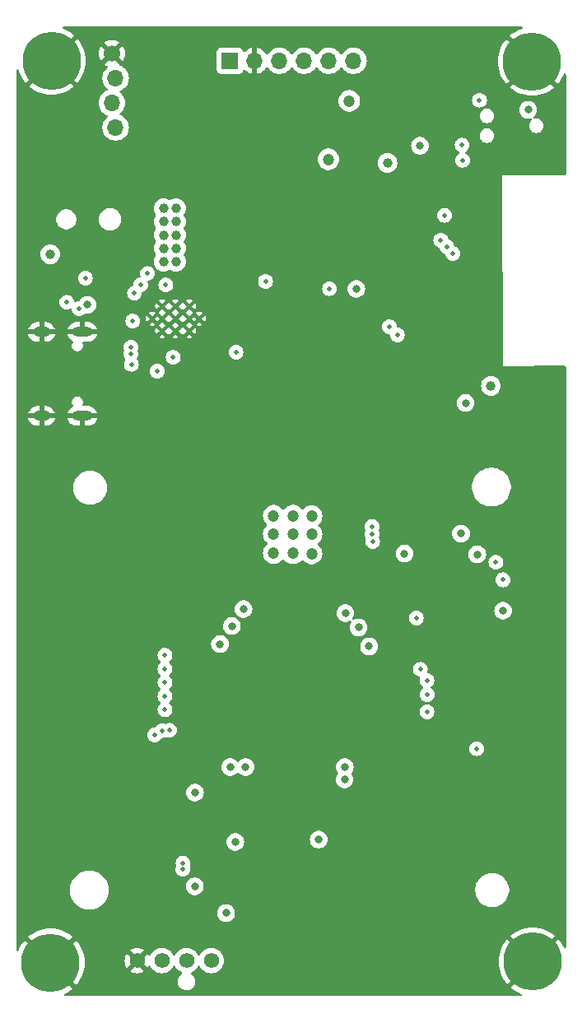
<source format=gbr>
%TF.GenerationSoftware,KiCad,Pcbnew,8.0.1*%
%TF.CreationDate,2024-09-06T01:33:41+08:00*%
%TF.ProjectId,bitaxeGamma,62697461-7865-4476-916d-6d612e6b6963,rev?*%
%TF.SameCoordinates,Original*%
%TF.FileFunction,Copper,L2,Inr*%
%TF.FilePolarity,Positive*%
%FSLAX46Y46*%
G04 Gerber Fmt 4.6, Leading zero omitted, Abs format (unit mm)*
G04 Created by KiCad (PCBNEW 8.0.1) date 2024-09-06 01:33:41*
%MOMM*%
%LPD*%
G01*
G04 APERTURE LIST*
%TA.AperFunction,ComponentPad*%
%ADD10C,0.800000*%
%TD*%
%TA.AperFunction,ComponentPad*%
%ADD11C,6.000000*%
%TD*%
%TA.AperFunction,ComponentPad*%
%ADD12R,1.700000X1.700000*%
%TD*%
%TA.AperFunction,ComponentPad*%
%ADD13O,1.700000X1.700000*%
%TD*%
%TA.AperFunction,ComponentPad*%
%ADD14C,0.400000*%
%TD*%
%TA.AperFunction,ComponentPad*%
%ADD15C,1.574800*%
%TD*%
%TA.AperFunction,ComponentPad*%
%ADD16C,1.700000*%
%TD*%
%TA.AperFunction,ComponentPad*%
%ADD17O,1.800000X1.000000*%
%TD*%
%TA.AperFunction,ComponentPad*%
%ADD18O,2.100000X1.000000*%
%TD*%
%TA.AperFunction,ViaPad*%
%ADD19C,0.800000*%
%TD*%
%TA.AperFunction,ViaPad*%
%ADD20C,1.000000*%
%TD*%
%TA.AperFunction,ViaPad*%
%ADD21C,0.500000*%
%TD*%
%TA.AperFunction,ViaPad*%
%ADD22C,1.200000*%
%TD*%
G04 APERTURE END LIST*
D10*
%TO.N,GND*%
%TO.C,H1*%
X127985010Y-51120990D03*
X128644020Y-49530000D03*
X128644020Y-52711980D03*
X130235010Y-48870990D03*
D11*
X130235010Y-51120990D03*
D10*
X130235010Y-53370990D03*
X131826000Y-49530000D03*
X131826000Y-52711980D03*
X132485010Y-51120990D03*
%TD*%
%TO.N,GND*%
%TO.C,H3*%
X128052000Y-143728000D03*
X128711010Y-142137010D03*
X128711010Y-145318990D03*
X130302000Y-141478000D03*
D11*
X130302000Y-143728000D03*
D10*
X130302000Y-145978000D03*
X131892990Y-142137010D03*
X131892990Y-145318990D03*
X132552000Y-143728000D03*
%TD*%
D12*
%TO.N,/5V*%
%TO.C,J4*%
X99171505Y-51054000D03*
D13*
%TO.N,GND*%
X101711505Y-51054000D03*
%TO.N,Net-(J4-Pin_3)*%
X104251505Y-51054000D03*
%TO.N,Net-(J4-Pin_4)*%
X106791505Y-51054000D03*
%TO.N,Net-(J4-Pin_5)*%
X109331505Y-51054000D03*
%TO.N,Net-(J4-Pin_6)*%
X111871505Y-51054000D03*
%TD*%
D10*
%TO.N,GND*%
%TO.C,H4*%
X78455010Y-143830990D03*
X79114020Y-142240000D03*
X79114020Y-145421980D03*
X80705010Y-141580990D03*
D11*
X80705010Y-143830990D03*
D10*
X80705010Y-146080990D03*
X82296000Y-142240000D03*
X82296000Y-145421980D03*
X82955010Y-143830990D03*
%TD*%
%TO.N,GND*%
%TO.C,H2*%
X78558000Y-51054000D03*
X79217010Y-49463010D03*
X79217010Y-52644990D03*
X80808000Y-48804000D03*
D11*
X80808000Y-51054000D03*
D10*
X80808000Y-53304000D03*
X82398990Y-49463010D03*
X82398990Y-52644990D03*
X83058000Y-51054000D03*
%TD*%
D14*
%TO.N,GND*%
%TO.C,U2*%
X92180000Y-78870000D03*
X93580000Y-78870000D03*
X94980000Y-78870000D03*
X91180000Y-77590000D03*
X92180000Y-77590000D03*
X93580000Y-77590000D03*
X94980000Y-77590000D03*
X95980000Y-77590000D03*
X92180000Y-76310000D03*
X93580000Y-76310000D03*
X94980000Y-76310000D03*
%TD*%
D15*
%TO.N,GND*%
%TO.C,J6*%
X89621000Y-143622000D03*
%TO.N,/5V*%
X92161000Y-143622000D03*
%TO.N,/Fan/FAN_TACH*%
X94701000Y-143622000D03*
%TO.N,/Fan/FAN_PWM*%
X97241000Y-143622000D03*
%TD*%
D16*
%TO.N,GND*%
%TO.C,J3*%
X87005000Y-50292000D03*
D13*
%TO.N,/3V3*%
X87405000Y-52832000D03*
%TO.N,/SCL*%
X87005000Y-55372000D03*
%TO.N,/SDA*%
X87405000Y-57912000D03*
%TD*%
D17*
%TO.N,GND*%
%TO.C,J5*%
X79790000Y-87580000D03*
D18*
X83970000Y-87580000D03*
D17*
X79790000Y-78940000D03*
D18*
X83970000Y-78940000D03*
%TD*%
D19*
%TO.N,GND*%
X105610000Y-116830000D03*
X112180000Y-119260000D03*
X113580000Y-132650000D03*
X98050000Y-114260000D03*
X104490000Y-118700000D03*
D20*
X100043332Y-65740000D03*
D19*
X112180000Y-120800000D03*
X106740000Y-119930000D03*
D20*
X100093332Y-60280000D03*
D19*
X106740000Y-118720000D03*
X104640000Y-130470000D03*
X105540000Y-132550000D03*
D20*
X116540000Y-70920000D03*
X101416668Y-61640000D03*
D19*
X125600000Y-65940000D03*
X116770000Y-124080000D03*
X106740000Y-117780000D03*
D21*
X95080000Y-91220000D03*
D19*
X104490000Y-117760000D03*
X105630000Y-118700000D03*
D20*
X111860000Y-87470000D03*
D19*
X115260000Y-109040000D03*
X123750000Y-117530000D03*
D20*
X111860000Y-91040000D03*
D19*
X106740000Y-116860000D03*
X98450000Y-78230000D03*
X96070000Y-137650000D03*
X116050000Y-128010000D03*
D20*
X111860000Y-89030000D03*
D19*
X104490000Y-119910000D03*
X119270000Y-54220000D03*
X128130000Y-56090000D03*
D20*
X101370000Y-65740000D03*
D19*
X112980000Y-114270000D03*
D20*
X80680000Y-61050000D03*
X102050000Y-144400000D03*
D19*
X99550000Y-67970000D03*
X91790000Y-89910000D03*
X117090000Y-100360000D03*
D20*
X101356668Y-64450000D03*
D19*
X121580000Y-112400000D03*
D20*
X111860000Y-83000000D03*
X101420000Y-60280000D03*
D19*
X122640000Y-102460000D03*
X96070000Y-141200000D03*
X113180000Y-130220000D03*
D20*
X117910000Y-70950000D03*
D19*
X119280000Y-102930000D03*
X99370000Y-119240000D03*
D20*
X100050000Y-63040000D03*
X100030000Y-64450000D03*
D19*
X123710000Y-120230000D03*
X96600000Y-108920000D03*
X104490000Y-115746000D03*
X100490000Y-76620000D03*
X98460000Y-76630000D03*
X99490000Y-70390000D03*
X98440000Y-121490000D03*
X92680000Y-133370000D03*
X128690000Y-107620000D03*
X112512000Y-61250000D03*
X104490000Y-116840000D03*
X104560000Y-76600000D03*
D20*
X101376668Y-63040000D03*
X119454234Y-70914234D03*
X128020000Y-84450000D03*
X111860000Y-85460000D03*
D19*
X106740000Y-115766000D03*
X116990000Y-98200000D03*
D20*
X100090000Y-61640000D03*
D19*
X102570000Y-76600000D03*
X132297000Y-108743000D03*
X117550000Y-103000000D03*
X98460000Y-74920000D03*
D22*
%TO.N,/VDD*%
X103660000Y-97850000D03*
D21*
X120850000Y-69510000D03*
D22*
X103660000Y-99730000D03*
D19*
X84500000Y-76160000D03*
D22*
X107560000Y-97880000D03*
D21*
X99780000Y-81020000D03*
D22*
X105650000Y-101710000D03*
X103660000Y-101690000D03*
X105650000Y-99750000D03*
X107560000Y-101740000D03*
X105650000Y-97850000D03*
X107560000Y-99780000D03*
D21*
%TO.N,/ESP32/EN*%
X122101300Y-70905000D03*
X127228000Y-104448000D03*
D20*
%TO.N,/5V*%
X93620000Y-68975000D03*
X93620000Y-71720000D03*
X92330000Y-70347500D03*
D22*
X109280000Y-61185155D03*
D19*
X108290000Y-131179000D03*
D20*
X92330000Y-66230000D03*
X93620000Y-67602500D03*
X93620000Y-70347500D03*
X92330000Y-68975000D03*
D19*
X99710000Y-131420000D03*
D20*
X92330000Y-71720000D03*
X80680000Y-70950000D03*
X92330000Y-67602500D03*
D19*
X98770000Y-138720000D03*
D20*
X93620000Y-66230000D03*
D19*
%TO.N,/3V3*%
X129830000Y-56090000D03*
D20*
X126000000Y-84500000D03*
D19*
X123394000Y-86260000D03*
X112160000Y-74520000D03*
X95550000Y-135970000D03*
D22*
X111440000Y-55180000D03*
D19*
X122930000Y-99700000D03*
X118711400Y-59800000D03*
X127250000Y-107630000D03*
D20*
X115370000Y-61560000D03*
D19*
X95560000Y-126330000D03*
D21*
%TO.N,/TX*%
X116380000Y-79250000D03*
%TO.N,/RX*%
X115580000Y-78420000D03*
%TO.N,/RST*%
X121476817Y-70170000D03*
%TO.N,/SCL*%
X94317599Y-134229617D03*
X88970000Y-81220000D03*
%TO.N,Net-(U2-BP1V5)*%
X91690000Y-82980000D03*
X83660000Y-76570000D03*
%TO.N,/ESP32/P_TX*%
X123105000Y-61285000D03*
%TO.N,/ESP32/P_RX*%
X123040000Y-59730000D03*
%TO.N,/ESP32/IO0*%
X121244400Y-66945600D03*
X124830000Y-55100000D03*
X126520000Y-102640000D03*
%TO.N,Net-(U2-VDD5)*%
X92570000Y-74110000D03*
X102820000Y-73740000D03*
%TO.N,/Power/PGOOD*%
X89020000Y-82280000D03*
X109410000Y-74490000D03*
%TO.N,/SDA*%
X94340000Y-133580000D03*
X88990000Y-80510000D03*
X82390000Y-75900000D03*
X84290000Y-73420000D03*
D19*
%TO.N,Net-(U8-VDDIO_12_1)*%
X100770000Y-123700000D03*
%TO.N,Net-(U8-VDDIO_08_1)*%
X99180000Y-123710000D03*
D21*
%TO.N,Net-(U8-ROSC_SEL)*%
X119430000Y-116250000D03*
%TO.N,Net-(U8-LITE_PAD)*%
X119420000Y-118020000D03*
%TO.N,Net-(U8-INV_CLKO)*%
X124540000Y-121820000D03*
%TO.N,/Fan/TEMP_N*%
X92180000Y-119960000D03*
%TO.N,/Fan/TEMP_P*%
X92940000Y-119930000D03*
%TO.N,/Power/AGND*%
X89970000Y-74100000D03*
X89170000Y-77830000D03*
X90680000Y-72940000D03*
X89340000Y-74960000D03*
%TO.N,/Power/PMB_ALRT*%
X93330000Y-81550000D03*
D19*
%TO.N,/BM1370/VDD3_0*%
X113470000Y-111290000D03*
%TO.N,/BM1370/1V2*%
X110950000Y-124990000D03*
X124600000Y-101830000D03*
X117120000Y-101750000D03*
%TO.N,/BM1370/0V8*%
X110970000Y-123700000D03*
%TO.N,/BM1370/VDD2_0*%
X112390000Y-109350000D03*
%TO.N,/BM1370/VDD1_0*%
X111030000Y-107870000D03*
%TO.N,/BM1370/VDD1_1*%
X100553800Y-107457400D03*
%TO.N,/BM1370/VDD2_1*%
X99360000Y-109210000D03*
%TO.N,/BM1370/VDD3_1*%
X98140000Y-111060000D03*
D21*
%TO.N,/BM1370/BI*%
X119420000Y-114790000D03*
%TO.N,/BM1370/RST_N*%
X113800000Y-98950000D03*
%TO.N,/BM1370/CI*%
X113770000Y-99770000D03*
%TO.N,/BM1370/RO*%
X113830000Y-100500000D03*
X118320000Y-108370000D03*
%TO.N,/BM1370/CLKI*%
X118740000Y-113660000D03*
%TO.N,/BM1370/NRSTO*%
X92480000Y-112210000D03*
%TO.N,/BM1370/CO*%
X92480000Y-113611428D03*
%TO.N,/BM1370/RI*%
X92480000Y-115012856D03*
%TO.N,/BM1370/CLKO*%
X92480000Y-116414284D03*
%TO.N,/BM1370/BO*%
X92480000Y-117815712D03*
%TO.N,/BM1370/PIN_MODE*%
X91400000Y-120430000D03*
%TD*%
%TA.AperFunction,Conductor*%
%TO.N,GND*%
G36*
X129223807Y-47542002D02*
G01*
X129270300Y-47595658D01*
X129280404Y-47665932D01*
X129250910Y-47730512D01*
X129191184Y-47768896D01*
X129188297Y-47769707D01*
X129149499Y-47780102D01*
X129149486Y-47780106D01*
X128806229Y-47911870D01*
X128806221Y-47911874D01*
X128478612Y-48078799D01*
X128478606Y-48078802D01*
X128170237Y-48279058D01*
X128170232Y-48279062D01*
X127939297Y-48466068D01*
X129369180Y-49895950D01*
X129257826Y-49976854D01*
X129090874Y-50143806D01*
X129009970Y-50255159D01*
X128334539Y-49579728D01*
X128394020Y-49579728D01*
X128432080Y-49671614D01*
X128502406Y-49741940D01*
X128594292Y-49780000D01*
X128693748Y-49780000D01*
X128785634Y-49741940D01*
X128855960Y-49671614D01*
X128894020Y-49579728D01*
X128894020Y-49480272D01*
X128855960Y-49388386D01*
X128785634Y-49318060D01*
X128693748Y-49280000D01*
X128594292Y-49280000D01*
X128502406Y-49318060D01*
X128432080Y-49388386D01*
X128394020Y-49480272D01*
X128394020Y-49579728D01*
X128334539Y-49579728D01*
X127580088Y-48825277D01*
X127393082Y-49056212D01*
X127393078Y-49056217D01*
X127192822Y-49364586D01*
X127192819Y-49364592D01*
X127025894Y-49692201D01*
X127025890Y-49692209D01*
X126894126Y-50035466D01*
X126894122Y-50035479D01*
X126798958Y-50390636D01*
X126741438Y-50753807D01*
X126722196Y-51120982D01*
X126722196Y-51120997D01*
X126741438Y-51488172D01*
X126798958Y-51851343D01*
X126894122Y-52206500D01*
X126894126Y-52206513D01*
X127025890Y-52549770D01*
X127025894Y-52549778D01*
X127192819Y-52877387D01*
X127192822Y-52877393D01*
X127393087Y-53185774D01*
X127393091Y-53185779D01*
X127580087Y-53416700D01*
X127580088Y-53416701D01*
X128235081Y-52761708D01*
X128394020Y-52761708D01*
X128432080Y-52853594D01*
X128502406Y-52923920D01*
X128594292Y-52961980D01*
X128693748Y-52961980D01*
X128785634Y-52923920D01*
X128855960Y-52853594D01*
X128894020Y-52761708D01*
X128894020Y-52662252D01*
X128855960Y-52570366D01*
X128785634Y-52500040D01*
X128693748Y-52461980D01*
X128594292Y-52461980D01*
X128502406Y-52500040D01*
X128432080Y-52570366D01*
X128394020Y-52662252D01*
X128394020Y-52761708D01*
X128235081Y-52761708D01*
X129009970Y-51986819D01*
X129090874Y-52098174D01*
X129257826Y-52265126D01*
X129369179Y-52346028D01*
X127939297Y-53775910D01*
X127939298Y-53775911D01*
X128170220Y-53962908D01*
X128170225Y-53962912D01*
X128478606Y-54163177D01*
X128478612Y-54163180D01*
X128806221Y-54330105D01*
X128806229Y-54330109D01*
X129149486Y-54461873D01*
X129149499Y-54461877D01*
X129504656Y-54557041D01*
X129867827Y-54614561D01*
X130235003Y-54633804D01*
X130235017Y-54633804D01*
X130602192Y-54614561D01*
X130965363Y-54557041D01*
X131320520Y-54461877D01*
X131320533Y-54461873D01*
X131663790Y-54330109D01*
X131663798Y-54330105D01*
X131991407Y-54163180D01*
X131991413Y-54163177D01*
X132299792Y-53962914D01*
X132530721Y-53775910D01*
X131516519Y-52761708D01*
X131576000Y-52761708D01*
X131614060Y-52853594D01*
X131684386Y-52923920D01*
X131776272Y-52961980D01*
X131875728Y-52961980D01*
X131967614Y-52923920D01*
X132037940Y-52853594D01*
X132076000Y-52761708D01*
X132076000Y-52662252D01*
X132037940Y-52570366D01*
X131967614Y-52500040D01*
X131875728Y-52461980D01*
X131776272Y-52461980D01*
X131684386Y-52500040D01*
X131614060Y-52570366D01*
X131576000Y-52662252D01*
X131576000Y-52761708D01*
X131516519Y-52761708D01*
X131100840Y-52346029D01*
X131212194Y-52265126D01*
X131379146Y-52098174D01*
X131460049Y-51986819D01*
X132889930Y-53416701D01*
X133076934Y-53185772D01*
X133277197Y-52877393D01*
X133277200Y-52877387D01*
X133444125Y-52549778D01*
X133444129Y-52549770D01*
X133488369Y-52434521D01*
X133531454Y-52378093D01*
X133598208Y-52353916D01*
X133667435Y-52369667D01*
X133717157Y-52420345D01*
X133732000Y-52479675D01*
X133732000Y-62672096D01*
X133711998Y-62740217D01*
X133658342Y-62786710D01*
X133606621Y-62798094D01*
X127129999Y-62829999D01*
X127239999Y-82460000D01*
X127240000Y-82460000D01*
X133605387Y-82428835D01*
X133673601Y-82448502D01*
X133720356Y-82501929D01*
X133732000Y-82554832D01*
X133732000Y-142207892D01*
X133711998Y-142276013D01*
X133658342Y-142322506D01*
X133588068Y-142332610D01*
X133523488Y-142303116D01*
X133493733Y-142265095D01*
X133344191Y-141971602D01*
X133344187Y-141971596D01*
X133143922Y-141663215D01*
X133143918Y-141663210D01*
X132956921Y-141432288D01*
X132956920Y-141432287D01*
X131527039Y-142862169D01*
X131446136Y-142750816D01*
X131279184Y-142583864D01*
X131167829Y-142502960D01*
X131484051Y-142186738D01*
X131642990Y-142186738D01*
X131681050Y-142278624D01*
X131751376Y-142348950D01*
X131843262Y-142387010D01*
X131942718Y-142387010D01*
X132034604Y-142348950D01*
X132104930Y-142278624D01*
X132142990Y-142186738D01*
X132142990Y-142087282D01*
X132104930Y-141995396D01*
X132034604Y-141925070D01*
X131942718Y-141887010D01*
X131843262Y-141887010D01*
X131751376Y-141925070D01*
X131681050Y-141995396D01*
X131642990Y-142087282D01*
X131642990Y-142186738D01*
X131484051Y-142186738D01*
X132597711Y-141073078D01*
X132597710Y-141073077D01*
X132366789Y-140886081D01*
X132366784Y-140886077D01*
X132058403Y-140685812D01*
X132058397Y-140685809D01*
X131730788Y-140518884D01*
X131730780Y-140518880D01*
X131387523Y-140387116D01*
X131387510Y-140387112D01*
X131032353Y-140291948D01*
X130669182Y-140234428D01*
X130302007Y-140215186D01*
X130301993Y-140215186D01*
X129934817Y-140234428D01*
X129571646Y-140291948D01*
X129216489Y-140387112D01*
X129216476Y-140387116D01*
X128873219Y-140518880D01*
X128873211Y-140518884D01*
X128545602Y-140685809D01*
X128545596Y-140685812D01*
X128237227Y-140886068D01*
X128237222Y-140886072D01*
X128006287Y-141073078D01*
X129436169Y-142502960D01*
X129324816Y-142583864D01*
X129157864Y-142750816D01*
X129076960Y-142862169D01*
X128401529Y-142186738D01*
X128461010Y-142186738D01*
X128499070Y-142278624D01*
X128569396Y-142348950D01*
X128661282Y-142387010D01*
X128760738Y-142387010D01*
X128852624Y-142348950D01*
X128922950Y-142278624D01*
X128961010Y-142186738D01*
X128961010Y-142087282D01*
X128922950Y-141995396D01*
X128852624Y-141925070D01*
X128760738Y-141887010D01*
X128661282Y-141887010D01*
X128569396Y-141925070D01*
X128499070Y-141995396D01*
X128461010Y-142087282D01*
X128461010Y-142186738D01*
X128401529Y-142186738D01*
X127647078Y-141432287D01*
X127460072Y-141663222D01*
X127460068Y-141663227D01*
X127259812Y-141971596D01*
X127259809Y-141971602D01*
X127092884Y-142299211D01*
X127092880Y-142299219D01*
X126961116Y-142642476D01*
X126961112Y-142642489D01*
X126865948Y-142997646D01*
X126808428Y-143360817D01*
X126789186Y-143727992D01*
X126789186Y-143728007D01*
X126808428Y-144095182D01*
X126865948Y-144458353D01*
X126961112Y-144813510D01*
X126961116Y-144813523D01*
X127092880Y-145156780D01*
X127092884Y-145156788D01*
X127259809Y-145484397D01*
X127259812Y-145484403D01*
X127460077Y-145792784D01*
X127460081Y-145792789D01*
X127647077Y-146023710D01*
X127647078Y-146023711D01*
X128302071Y-145368718D01*
X128461010Y-145368718D01*
X128499070Y-145460604D01*
X128569396Y-145530930D01*
X128661282Y-145568990D01*
X128760738Y-145568990D01*
X128852624Y-145530930D01*
X128922950Y-145460604D01*
X128961010Y-145368718D01*
X128961010Y-145269262D01*
X128922950Y-145177376D01*
X128852624Y-145107050D01*
X128760738Y-145068990D01*
X128661282Y-145068990D01*
X128569396Y-145107050D01*
X128499070Y-145177376D01*
X128461010Y-145269262D01*
X128461010Y-145368718D01*
X128302071Y-145368718D01*
X129076960Y-144593829D01*
X129157864Y-144705184D01*
X129324816Y-144872136D01*
X129436169Y-144953039D01*
X128006287Y-146382920D01*
X128006288Y-146382921D01*
X128237210Y-146569918D01*
X128237215Y-146569922D01*
X128545596Y-146770187D01*
X128545602Y-146770190D01*
X128873211Y-146937115D01*
X128873219Y-146937119D01*
X129142195Y-147040369D01*
X129198623Y-147083455D01*
X129222800Y-147150208D01*
X129207049Y-147219435D01*
X129156371Y-147269157D01*
X129097041Y-147284000D01*
X82253415Y-147284000D01*
X82185294Y-147263998D01*
X82169062Y-147251597D01*
X82142526Y-147227680D01*
X82105318Y-147167217D01*
X82106706Y-147096234D01*
X82146249Y-147037269D01*
X82169683Y-147021821D01*
X82461399Y-146873185D01*
X82461413Y-146873177D01*
X82769792Y-146672914D01*
X83000721Y-146485910D01*
X81986518Y-145471708D01*
X82046000Y-145471708D01*
X82084060Y-145563594D01*
X82154386Y-145633920D01*
X82246272Y-145671980D01*
X82345728Y-145671980D01*
X82437614Y-145633920D01*
X82507940Y-145563594D01*
X82546000Y-145471708D01*
X82546000Y-145372252D01*
X82507940Y-145280366D01*
X82437614Y-145210040D01*
X82345728Y-145171980D01*
X82246272Y-145171980D01*
X82154386Y-145210040D01*
X82084060Y-145280366D01*
X82046000Y-145372252D01*
X82046000Y-145471708D01*
X81986518Y-145471708D01*
X81570839Y-145056029D01*
X81682194Y-144975126D01*
X81849146Y-144808174D01*
X81930049Y-144696820D01*
X83359930Y-146126701D01*
X83546934Y-145895772D01*
X83747197Y-145587393D01*
X83747200Y-145587387D01*
X83914125Y-145259778D01*
X83914129Y-145259770D01*
X84045893Y-144916513D01*
X84045897Y-144916500D01*
X84141061Y-144561343D01*
X84198581Y-144198172D01*
X84217824Y-143830997D01*
X84217824Y-143830982D01*
X84206872Y-143622000D01*
X88320652Y-143622000D01*
X88340407Y-143847802D01*
X88399072Y-144066742D01*
X88399074Y-144066747D01*
X88494867Y-144272175D01*
X88542947Y-144340841D01*
X89109570Y-143774218D01*
X89123950Y-143827885D01*
X89194174Y-143949515D01*
X89293485Y-144048826D01*
X89415115Y-144119050D01*
X89468779Y-144133429D01*
X88902157Y-144700051D01*
X88902157Y-144700053D01*
X88970822Y-144748132D01*
X89176251Y-144843925D01*
X89176257Y-144843927D01*
X89395197Y-144902592D01*
X89621000Y-144922347D01*
X89846802Y-144902592D01*
X90065742Y-144843927D01*
X90065748Y-144843925D01*
X90271169Y-144748136D01*
X90339841Y-144700051D01*
X90339841Y-144700050D01*
X89773220Y-144133429D01*
X89826885Y-144119050D01*
X89948515Y-144048826D01*
X90047826Y-143949515D01*
X90118050Y-143827885D01*
X90132429Y-143774220D01*
X90699050Y-144340841D01*
X90699051Y-144340841D01*
X90747138Y-144272166D01*
X90747139Y-144272164D01*
X90776528Y-144209138D01*
X90823444Y-144155852D01*
X90891721Y-144136390D01*
X90959681Y-144156931D01*
X91004917Y-144209135D01*
X91034429Y-144272423D01*
X91082336Y-144340841D01*
X91164491Y-144458170D01*
X91324830Y-144618509D01*
X91510575Y-144748569D01*
X91716083Y-144844399D01*
X91935110Y-144903087D01*
X92161000Y-144922850D01*
X92386890Y-144903087D01*
X92605917Y-144844399D01*
X92811425Y-144748569D01*
X92997170Y-144618509D01*
X93157509Y-144458170D01*
X93287569Y-144272425D01*
X93316805Y-144209727D01*
X93363722Y-144156443D01*
X93431999Y-144136982D01*
X93499959Y-144157524D01*
X93545194Y-144209727D01*
X93574431Y-144272425D01*
X93704491Y-144458170D01*
X93864830Y-144618509D01*
X94050575Y-144748569D01*
X94189513Y-144813356D01*
X94242797Y-144860273D01*
X94262258Y-144928550D01*
X94241716Y-144996510D01*
X94206265Y-145032315D01*
X94128434Y-145084321D01*
X94128425Y-145084328D01*
X94003327Y-145209426D01*
X94003322Y-145209432D01*
X93905025Y-145356544D01*
X93837319Y-145520000D01*
X93837317Y-145520005D01*
X93802800Y-145693533D01*
X93802800Y-145870468D01*
X93814298Y-145928272D01*
X93837317Y-146043996D01*
X93905025Y-146207458D01*
X93918751Y-146228000D01*
X94003322Y-146354569D01*
X94003327Y-146354575D01*
X94128425Y-146479673D01*
X94128431Y-146479678D01*
X94275543Y-146577976D01*
X94439005Y-146645684D01*
X94612535Y-146680201D01*
X94612536Y-146680201D01*
X94789464Y-146680201D01*
X94789465Y-146680201D01*
X94962995Y-146645684D01*
X95126457Y-146577976D01*
X95273569Y-146479678D01*
X95398677Y-146354570D01*
X95496975Y-146207458D01*
X95564683Y-146043996D01*
X95599200Y-145870466D01*
X95599200Y-145693536D01*
X95564683Y-145520006D01*
X95496975Y-145356544D01*
X95398677Y-145209432D01*
X95398672Y-145209426D01*
X95273572Y-145084326D01*
X95195734Y-145032316D01*
X95150207Y-144977838D01*
X95141360Y-144907395D01*
X95172001Y-144843351D01*
X95212486Y-144813357D01*
X95351425Y-144748569D01*
X95537170Y-144618509D01*
X95697509Y-144458170D01*
X95827569Y-144272425D01*
X95856805Y-144209727D01*
X95903722Y-144156443D01*
X95971999Y-144136982D01*
X96039959Y-144157524D01*
X96085194Y-144209727D01*
X96114431Y-144272425D01*
X96244491Y-144458170D01*
X96404830Y-144618509D01*
X96590575Y-144748569D01*
X96796083Y-144844399D01*
X97015110Y-144903087D01*
X97241000Y-144922850D01*
X97466890Y-144903087D01*
X97685917Y-144844399D01*
X97891425Y-144748569D01*
X98077170Y-144618509D01*
X98237509Y-144458170D01*
X98367569Y-144272425D01*
X98463399Y-144066917D01*
X98522087Y-143847890D01*
X98541850Y-143622000D01*
X98522087Y-143396110D01*
X98463399Y-143177083D01*
X98367569Y-142971575D01*
X98237509Y-142785830D01*
X98077170Y-142625491D01*
X98017720Y-142583864D01*
X97891425Y-142495431D01*
X97685920Y-142399602D01*
X97685915Y-142399600D01*
X97567700Y-142367925D01*
X97466890Y-142340913D01*
X97241000Y-142321150D01*
X97015110Y-142340913D01*
X96956423Y-142356638D01*
X96796084Y-142399600D01*
X96796079Y-142399602D01*
X96590574Y-142495431D01*
X96404833Y-142625488D01*
X96404827Y-142625493D01*
X96244493Y-142785827D01*
X96244488Y-142785833D01*
X96114431Y-142971574D01*
X96085195Y-143034271D01*
X96038277Y-143087556D01*
X95970000Y-143107017D01*
X95902040Y-143086475D01*
X95856805Y-143034271D01*
X95839726Y-142997646D01*
X95827569Y-142971575D01*
X95697509Y-142785830D01*
X95537170Y-142625491D01*
X95477720Y-142583864D01*
X95351425Y-142495431D01*
X95145920Y-142399602D01*
X95145915Y-142399600D01*
X95027700Y-142367925D01*
X94926890Y-142340913D01*
X94701000Y-142321150D01*
X94475110Y-142340913D01*
X94416423Y-142356638D01*
X94256084Y-142399600D01*
X94256079Y-142399602D01*
X94050574Y-142495431D01*
X93864833Y-142625488D01*
X93864827Y-142625493D01*
X93704493Y-142785827D01*
X93704488Y-142785833D01*
X93574431Y-142971574D01*
X93545195Y-143034271D01*
X93498277Y-143087556D01*
X93430000Y-143107017D01*
X93362040Y-143086475D01*
X93316805Y-143034271D01*
X93299726Y-142997646D01*
X93287569Y-142971575D01*
X93157509Y-142785830D01*
X92997170Y-142625491D01*
X92937720Y-142583864D01*
X92811425Y-142495431D01*
X92605920Y-142399602D01*
X92605915Y-142399600D01*
X92487700Y-142367925D01*
X92386890Y-142340913D01*
X92161000Y-142321150D01*
X91935110Y-142340913D01*
X91876423Y-142356638D01*
X91716084Y-142399600D01*
X91716079Y-142399602D01*
X91510574Y-142495431D01*
X91324833Y-142625488D01*
X91324827Y-142625493D01*
X91164493Y-142785827D01*
X91164488Y-142785833D01*
X91034430Y-142971575D01*
X91004917Y-143034865D01*
X90957999Y-143088149D01*
X90889721Y-143107609D01*
X90821762Y-143087066D01*
X90776528Y-143034862D01*
X90747134Y-142971825D01*
X90747132Y-142971822D01*
X90699053Y-142903157D01*
X90699051Y-142903157D01*
X90132429Y-143469779D01*
X90118050Y-143416115D01*
X90047826Y-143294485D01*
X89948515Y-143195174D01*
X89826885Y-143124950D01*
X89773219Y-143110570D01*
X90339841Y-142543947D01*
X90271175Y-142495867D01*
X90065747Y-142400074D01*
X90065742Y-142400072D01*
X89846802Y-142341407D01*
X89621000Y-142321652D01*
X89395197Y-142341407D01*
X89176257Y-142400072D01*
X89176252Y-142400074D01*
X88970824Y-142495867D01*
X88902156Y-142543947D01*
X89468779Y-143110570D01*
X89415115Y-143124950D01*
X89293485Y-143195174D01*
X89194174Y-143294485D01*
X89123950Y-143416115D01*
X89109570Y-143469779D01*
X88542947Y-142903156D01*
X88494867Y-142971824D01*
X88399074Y-143177252D01*
X88399072Y-143177257D01*
X88340407Y-143396197D01*
X88320652Y-143622000D01*
X84206872Y-143622000D01*
X84198581Y-143463807D01*
X84141061Y-143100636D01*
X84045897Y-142745479D01*
X84045893Y-142745466D01*
X83914129Y-142402209D01*
X83914125Y-142402201D01*
X83747200Y-142074592D01*
X83747197Y-142074586D01*
X83546932Y-141766205D01*
X83546928Y-141766200D01*
X83359931Y-141535278D01*
X83359930Y-141535277D01*
X81930048Y-142965158D01*
X81849146Y-142853806D01*
X81682194Y-142686854D01*
X81570839Y-142605950D01*
X81887061Y-142289728D01*
X82046000Y-142289728D01*
X82084060Y-142381614D01*
X82154386Y-142451940D01*
X82246272Y-142490000D01*
X82345728Y-142490000D01*
X82437614Y-142451940D01*
X82507940Y-142381614D01*
X82546000Y-142289728D01*
X82546000Y-142190272D01*
X82507940Y-142098386D01*
X82437614Y-142028060D01*
X82345728Y-141990000D01*
X82246272Y-141990000D01*
X82154386Y-142028060D01*
X82084060Y-142098386D01*
X82046000Y-142190272D01*
X82046000Y-142289728D01*
X81887061Y-142289728D01*
X83000721Y-141176068D01*
X83000720Y-141176067D01*
X82769799Y-140989071D01*
X82769794Y-140989067D01*
X82461413Y-140788802D01*
X82461407Y-140788799D01*
X82133798Y-140621874D01*
X82133790Y-140621870D01*
X81790533Y-140490106D01*
X81790520Y-140490102D01*
X81435363Y-140394938D01*
X81072192Y-140337418D01*
X80705017Y-140318176D01*
X80705003Y-140318176D01*
X80337827Y-140337418D01*
X79974656Y-140394938D01*
X79619499Y-140490102D01*
X79619486Y-140490106D01*
X79276229Y-140621870D01*
X79276221Y-140621874D01*
X78948612Y-140788799D01*
X78948606Y-140788802D01*
X78640237Y-140989058D01*
X78640232Y-140989062D01*
X78409297Y-141176068D01*
X79839179Y-142605950D01*
X79727826Y-142686854D01*
X79560874Y-142853806D01*
X79479970Y-142965160D01*
X78804538Y-142289728D01*
X78864020Y-142289728D01*
X78902080Y-142381614D01*
X78972406Y-142451940D01*
X79064292Y-142490000D01*
X79163748Y-142490000D01*
X79255634Y-142451940D01*
X79325960Y-142381614D01*
X79364020Y-142289728D01*
X79364020Y-142190272D01*
X79325960Y-142098386D01*
X79255634Y-142028060D01*
X79163748Y-141990000D01*
X79064292Y-141990000D01*
X78972406Y-142028060D01*
X78902080Y-142098386D01*
X78864020Y-142190272D01*
X78864020Y-142289728D01*
X78804538Y-142289728D01*
X78050088Y-141535277D01*
X77863082Y-141766212D01*
X77863078Y-141766217D01*
X77662822Y-142074586D01*
X77662819Y-142074592D01*
X77495894Y-142402201D01*
X77495890Y-142402209D01*
X77432631Y-142567007D01*
X77389545Y-142623435D01*
X77322792Y-142647612D01*
X77253565Y-142631861D01*
X77203843Y-142581183D01*
X77189000Y-142521853D01*
X77189000Y-138720000D01*
X97856496Y-138720000D01*
X97876457Y-138909927D01*
X97906526Y-139002470D01*
X97935473Y-139091556D01*
X97935476Y-139091561D01*
X98030958Y-139256941D01*
X98030965Y-139256951D01*
X98158744Y-139398864D01*
X98158747Y-139398866D01*
X98313248Y-139511118D01*
X98487712Y-139588794D01*
X98674513Y-139628500D01*
X98865487Y-139628500D01*
X99052288Y-139588794D01*
X99226752Y-139511118D01*
X99381253Y-139398866D01*
X99509040Y-139256944D01*
X99604527Y-139091556D01*
X99663542Y-138909928D01*
X99683504Y-138720000D01*
X99663542Y-138530072D01*
X99604527Y-138348444D01*
X99509040Y-138183056D01*
X99509038Y-138183054D01*
X99509034Y-138183048D01*
X99381255Y-138041135D01*
X99226752Y-137928882D01*
X99052288Y-137851206D01*
X98865487Y-137811500D01*
X98674513Y-137811500D01*
X98487711Y-137851206D01*
X98313247Y-137928882D01*
X98158744Y-138041135D01*
X98030965Y-138183048D01*
X98030958Y-138183058D01*
X97935476Y-138348438D01*
X97935473Y-138348445D01*
X97876457Y-138530072D01*
X97856496Y-138720000D01*
X77189000Y-138720000D01*
X77189000Y-136491121D01*
X82709500Y-136491121D01*
X82743728Y-136751108D01*
X82743729Y-136751114D01*
X82743730Y-136751116D01*
X82811602Y-137004419D01*
X82911957Y-137246697D01*
X82911958Y-137246698D01*
X82911963Y-137246709D01*
X83043073Y-137473799D01*
X83043077Y-137473805D01*
X83202710Y-137681842D01*
X83202729Y-137681863D01*
X83388136Y-137867270D01*
X83388157Y-137867289D01*
X83596194Y-138026922D01*
X83596200Y-138026926D01*
X83823290Y-138158036D01*
X83823294Y-138158037D01*
X83823303Y-138158043D01*
X84065581Y-138258398D01*
X84318884Y-138326270D01*
X84318890Y-138326270D01*
X84318891Y-138326271D01*
X84343900Y-138329563D01*
X84578880Y-138360500D01*
X84578887Y-138360500D01*
X84841113Y-138360500D01*
X84841120Y-138360500D01*
X85101116Y-138326270D01*
X85354419Y-138258398D01*
X85596697Y-138158043D01*
X85823803Y-138026924D01*
X86031851Y-137867282D01*
X86217282Y-137681851D01*
X86376924Y-137473803D01*
X86508043Y-137246697D01*
X86608398Y-137004419D01*
X86676270Y-136751116D01*
X86710500Y-136491120D01*
X86710500Y-136228880D01*
X86676417Y-135970000D01*
X94636496Y-135970000D01*
X94656457Y-136159927D01*
X94678861Y-136228878D01*
X94715473Y-136341556D01*
X94715476Y-136341561D01*
X94810958Y-136506941D01*
X94810965Y-136506951D01*
X94938744Y-136648864D01*
X94938747Y-136648866D01*
X95093248Y-136761118D01*
X95267712Y-136838794D01*
X95454513Y-136878500D01*
X95645487Y-136878500D01*
X95832288Y-136838794D01*
X96006752Y-136761118D01*
X96161253Y-136648866D01*
X96289040Y-136506944D01*
X96313409Y-136464736D01*
X124379500Y-136464736D01*
X124409450Y-136692231D01*
X124409452Y-136692238D01*
X124468842Y-136913887D01*
X124556656Y-137125888D01*
X124556657Y-137125889D01*
X124556662Y-137125900D01*
X124671386Y-137324608D01*
X124671391Y-137324615D01*
X124811073Y-137506652D01*
X124811092Y-137506673D01*
X124973326Y-137668907D01*
X124973347Y-137668926D01*
X125155384Y-137808608D01*
X125155391Y-137808613D01*
X125354099Y-137923337D01*
X125354103Y-137923338D01*
X125354112Y-137923344D01*
X125566113Y-138011158D01*
X125787762Y-138070548D01*
X125787766Y-138070548D01*
X125787768Y-138070549D01*
X125846398Y-138078267D01*
X126015266Y-138100500D01*
X126015273Y-138100500D01*
X126244727Y-138100500D01*
X126244734Y-138100500D01*
X126450345Y-138073430D01*
X126472231Y-138070549D01*
X126472231Y-138070548D01*
X126472238Y-138070548D01*
X126693887Y-138011158D01*
X126905888Y-137923344D01*
X127104612Y-137808611D01*
X127286661Y-137668919D01*
X127448919Y-137506661D01*
X127588611Y-137324612D01*
X127703344Y-137125888D01*
X127791158Y-136913887D01*
X127850548Y-136692238D01*
X127880500Y-136464734D01*
X127880500Y-136235266D01*
X127850548Y-136007762D01*
X127791158Y-135786113D01*
X127703344Y-135574112D01*
X127703338Y-135574103D01*
X127703337Y-135574099D01*
X127588613Y-135375391D01*
X127588608Y-135375384D01*
X127448926Y-135193347D01*
X127448907Y-135193326D01*
X127286673Y-135031092D01*
X127286652Y-135031073D01*
X127104615Y-134891391D01*
X127104608Y-134891386D01*
X126905900Y-134776662D01*
X126905892Y-134776658D01*
X126905888Y-134776656D01*
X126693887Y-134688842D01*
X126472238Y-134629452D01*
X126472231Y-134629450D01*
X126244736Y-134599500D01*
X126244734Y-134599500D01*
X126015266Y-134599500D01*
X126015263Y-134599500D01*
X125787768Y-134629450D01*
X125566113Y-134688842D01*
X125555899Y-134693073D01*
X125354110Y-134776657D01*
X125354099Y-134776662D01*
X125155391Y-134891386D01*
X125155384Y-134891391D01*
X124973347Y-135031073D01*
X124973326Y-135031092D01*
X124811092Y-135193326D01*
X124811073Y-135193347D01*
X124671391Y-135375384D01*
X124671386Y-135375391D01*
X124556662Y-135574099D01*
X124556657Y-135574110D01*
X124468842Y-135786113D01*
X124409450Y-136007768D01*
X124379500Y-136235263D01*
X124379500Y-136464736D01*
X96313409Y-136464736D01*
X96384527Y-136341556D01*
X96443542Y-136159928D01*
X96463504Y-135970000D01*
X96443542Y-135780072D01*
X96384527Y-135598444D01*
X96289040Y-135433056D01*
X96289038Y-135433054D01*
X96289034Y-135433048D01*
X96161255Y-135291135D01*
X96006752Y-135178882D01*
X95832288Y-135101206D01*
X95645487Y-135061500D01*
X95454513Y-135061500D01*
X95267711Y-135101206D01*
X95093247Y-135178882D01*
X94938744Y-135291135D01*
X94810965Y-135433048D01*
X94810958Y-135433058D01*
X94715476Y-135598438D01*
X94715473Y-135598445D01*
X94656457Y-135780072D01*
X94636496Y-135970000D01*
X86676417Y-135970000D01*
X86676270Y-135968884D01*
X86608398Y-135715581D01*
X86508043Y-135473303D01*
X86508037Y-135473294D01*
X86508036Y-135473290D01*
X86376926Y-135246200D01*
X86376922Y-135246194D01*
X86217289Y-135038157D01*
X86217270Y-135038136D01*
X86031863Y-134852729D01*
X86031842Y-134852710D01*
X85823805Y-134693077D01*
X85823799Y-134693073D01*
X85596709Y-134561963D01*
X85596701Y-134561959D01*
X85596697Y-134561957D01*
X85354419Y-134461602D01*
X85101116Y-134393730D01*
X85101114Y-134393729D01*
X85101108Y-134393728D01*
X84841121Y-134359500D01*
X84841120Y-134359500D01*
X84578880Y-134359500D01*
X84578878Y-134359500D01*
X84318891Y-134393728D01*
X84297473Y-134399467D01*
X84065581Y-134461602D01*
X83826097Y-134560800D01*
X83823301Y-134561958D01*
X83823290Y-134561963D01*
X83596200Y-134693073D01*
X83596194Y-134693077D01*
X83388157Y-134852710D01*
X83388136Y-134852729D01*
X83202729Y-135038136D01*
X83202710Y-135038157D01*
X83043077Y-135246194D01*
X83043073Y-135246200D01*
X82911963Y-135473290D01*
X82911958Y-135473301D01*
X82911957Y-135473303D01*
X82860124Y-135598438D01*
X82811602Y-135715581D01*
X82743728Y-135968891D01*
X82709500Y-136228878D01*
X82709500Y-136491121D01*
X77189000Y-136491121D01*
X77189000Y-134229617D01*
X93554300Y-134229617D01*
X93573436Y-134399465D01*
X93629889Y-134560799D01*
X93720830Y-134705529D01*
X93841686Y-134826385D01*
X93841688Y-134826386D01*
X93841690Y-134826388D01*
X93986416Y-134917326D01*
X94147749Y-134973779D01*
X94147748Y-134973779D01*
X94164947Y-134975716D01*
X94317599Y-134992916D01*
X94487449Y-134973779D01*
X94648782Y-134917326D01*
X94793508Y-134826388D01*
X94914370Y-134705526D01*
X95005308Y-134560800D01*
X95061761Y-134399467D01*
X95080898Y-134229617D01*
X95061761Y-134059767D01*
X95033300Y-133978432D01*
X95029681Y-133907529D01*
X95033301Y-133895203D01*
X95084161Y-133749852D01*
X95084162Y-133749850D01*
X95103299Y-133580000D01*
X95084162Y-133410150D01*
X95027709Y-133248817D01*
X94936771Y-133104091D01*
X94936769Y-133104089D01*
X94936768Y-133104087D01*
X94815912Y-132983231D01*
X94671182Y-132892290D01*
X94571270Y-132857330D01*
X94509850Y-132835838D01*
X94509848Y-132835837D01*
X94509850Y-132835837D01*
X94340000Y-132816701D01*
X94170151Y-132835837D01*
X94008817Y-132892290D01*
X93864087Y-132983231D01*
X93743231Y-133104087D01*
X93652290Y-133248817D01*
X93595837Y-133410151D01*
X93576701Y-133580000D01*
X93595838Y-133749852D01*
X93595837Y-133749852D01*
X93624297Y-133831184D01*
X93627917Y-133902088D01*
X93624298Y-133914413D01*
X93573436Y-134059771D01*
X93554300Y-134229617D01*
X77189000Y-134229617D01*
X77189000Y-131420000D01*
X98796496Y-131420000D01*
X98816457Y-131609927D01*
X98846526Y-131702470D01*
X98875473Y-131791556D01*
X98875476Y-131791561D01*
X98970958Y-131956941D01*
X98970965Y-131956951D01*
X99098744Y-132098864D01*
X99098747Y-132098866D01*
X99253248Y-132211118D01*
X99427712Y-132288794D01*
X99614513Y-132328500D01*
X99805487Y-132328500D01*
X99992288Y-132288794D01*
X100166752Y-132211118D01*
X100321253Y-132098866D01*
X100331487Y-132087500D01*
X100449034Y-131956951D01*
X100449035Y-131956949D01*
X100449040Y-131956944D01*
X100544527Y-131791556D01*
X100603542Y-131609928D01*
X100623504Y-131420000D01*
X100603542Y-131230072D01*
X100586948Y-131179000D01*
X107376496Y-131179000D01*
X107396457Y-131368927D01*
X107413052Y-131420000D01*
X107455473Y-131550556D01*
X107455476Y-131550561D01*
X107550958Y-131715941D01*
X107550965Y-131715951D01*
X107678744Y-131857864D01*
X107678747Y-131857866D01*
X107833248Y-131970118D01*
X108007712Y-132047794D01*
X108194513Y-132087500D01*
X108385487Y-132087500D01*
X108572288Y-132047794D01*
X108746752Y-131970118D01*
X108901253Y-131857866D01*
X109029040Y-131715944D01*
X109124527Y-131550556D01*
X109183542Y-131368928D01*
X109203504Y-131179000D01*
X109183542Y-130989072D01*
X109124527Y-130807444D01*
X109029040Y-130642056D01*
X109029038Y-130642054D01*
X109029034Y-130642048D01*
X108901255Y-130500135D01*
X108746752Y-130387882D01*
X108572288Y-130310206D01*
X108385487Y-130270500D01*
X108194513Y-130270500D01*
X108007711Y-130310206D01*
X107833247Y-130387882D01*
X107678744Y-130500135D01*
X107550965Y-130642048D01*
X107550958Y-130642058D01*
X107455476Y-130807438D01*
X107455473Y-130807445D01*
X107396457Y-130989072D01*
X107376496Y-131179000D01*
X100586948Y-131179000D01*
X100544527Y-131048444D01*
X100449040Y-130883056D01*
X100449038Y-130883054D01*
X100449034Y-130883048D01*
X100321255Y-130741135D01*
X100166752Y-130628882D01*
X99992288Y-130551206D01*
X99805487Y-130511500D01*
X99614513Y-130511500D01*
X99427711Y-130551206D01*
X99253247Y-130628882D01*
X99098744Y-130741135D01*
X98970965Y-130883048D01*
X98970958Y-130883058D01*
X98875476Y-131048438D01*
X98875473Y-131048445D01*
X98816457Y-131230072D01*
X98796496Y-131420000D01*
X77189000Y-131420000D01*
X77189000Y-126330000D01*
X94646496Y-126330000D01*
X94666457Y-126519927D01*
X94696526Y-126612470D01*
X94725473Y-126701556D01*
X94725476Y-126701561D01*
X94820958Y-126866941D01*
X94820965Y-126866951D01*
X94948744Y-127008864D01*
X94948747Y-127008866D01*
X95103248Y-127121118D01*
X95277712Y-127198794D01*
X95464513Y-127238500D01*
X95655487Y-127238500D01*
X95842288Y-127198794D01*
X96016752Y-127121118D01*
X96171253Y-127008866D01*
X96299040Y-126866944D01*
X96394527Y-126701556D01*
X96453542Y-126519928D01*
X96473504Y-126330000D01*
X96453542Y-126140072D01*
X96394527Y-125958444D01*
X96299040Y-125793056D01*
X96299038Y-125793054D01*
X96299034Y-125793048D01*
X96171255Y-125651135D01*
X96016752Y-125538882D01*
X95842288Y-125461206D01*
X95655487Y-125421500D01*
X95464513Y-125421500D01*
X95277711Y-125461206D01*
X95103247Y-125538882D01*
X94948744Y-125651135D01*
X94820965Y-125793048D01*
X94820958Y-125793058D01*
X94725476Y-125958438D01*
X94725473Y-125958445D01*
X94666457Y-126140072D01*
X94646496Y-126330000D01*
X77189000Y-126330000D01*
X77189000Y-124990000D01*
X110036496Y-124990000D01*
X110056457Y-125179927D01*
X110086526Y-125272470D01*
X110115473Y-125361556D01*
X110115476Y-125361561D01*
X110210958Y-125526941D01*
X110210965Y-125526951D01*
X110338744Y-125668864D01*
X110338747Y-125668866D01*
X110493248Y-125781118D01*
X110667712Y-125858794D01*
X110854513Y-125898500D01*
X111045487Y-125898500D01*
X111232288Y-125858794D01*
X111406752Y-125781118D01*
X111561253Y-125668866D01*
X111689040Y-125526944D01*
X111784527Y-125361556D01*
X111843542Y-125179928D01*
X111863504Y-124990000D01*
X111843542Y-124800072D01*
X111784527Y-124618444D01*
X111689040Y-124453056D01*
X111677659Y-124440416D01*
X111646942Y-124376411D01*
X111655705Y-124305958D01*
X111677657Y-124271797D01*
X111709040Y-124236944D01*
X111804527Y-124071556D01*
X111863542Y-123889928D01*
X111883504Y-123700000D01*
X111863542Y-123510072D01*
X111804527Y-123328444D01*
X111709040Y-123163056D01*
X111709038Y-123163054D01*
X111709034Y-123163048D01*
X111581255Y-123021135D01*
X111426752Y-122908882D01*
X111252288Y-122831206D01*
X111065487Y-122791500D01*
X110874513Y-122791500D01*
X110687711Y-122831206D01*
X110513247Y-122908882D01*
X110358744Y-123021135D01*
X110230965Y-123163048D01*
X110230958Y-123163058D01*
X110225186Y-123173056D01*
X110135473Y-123328444D01*
X110120999Y-123372986D01*
X110076457Y-123510072D01*
X110056496Y-123700000D01*
X110076457Y-123889927D01*
X110079707Y-123899928D01*
X110135473Y-124071556D01*
X110135476Y-124071561D01*
X110230958Y-124236941D01*
X110230961Y-124236945D01*
X110242341Y-124249584D01*
X110273057Y-124313592D01*
X110264292Y-124384045D01*
X110242342Y-124418201D01*
X110210957Y-124453059D01*
X110115476Y-124618438D01*
X110115473Y-124618445D01*
X110056457Y-124800072D01*
X110036496Y-124990000D01*
X77189000Y-124990000D01*
X77189000Y-123710000D01*
X98266496Y-123710000D01*
X98286457Y-123899927D01*
X98316526Y-123992470D01*
X98345473Y-124081556D01*
X98345476Y-124081561D01*
X98440958Y-124246941D01*
X98440965Y-124246951D01*
X98568744Y-124388864D01*
X98568747Y-124388866D01*
X98723248Y-124501118D01*
X98897712Y-124578794D01*
X99084513Y-124618500D01*
X99275487Y-124618500D01*
X99462288Y-124578794D01*
X99636752Y-124501118D01*
X99791253Y-124388866D01*
X99885866Y-124283787D01*
X99946311Y-124246548D01*
X100017295Y-124247899D01*
X100073137Y-124283787D01*
X100158747Y-124378866D01*
X100313248Y-124491118D01*
X100487712Y-124568794D01*
X100674513Y-124608500D01*
X100865487Y-124608500D01*
X101052288Y-124568794D01*
X101226752Y-124491118D01*
X101381253Y-124378866D01*
X101381255Y-124378864D01*
X101509034Y-124236951D01*
X101509038Y-124236946D01*
X101509040Y-124236944D01*
X101604527Y-124071556D01*
X101663542Y-123889928D01*
X101683504Y-123700000D01*
X101663542Y-123510072D01*
X101604527Y-123328444D01*
X101509040Y-123163056D01*
X101509038Y-123163054D01*
X101509034Y-123163048D01*
X101381255Y-123021135D01*
X101226752Y-122908882D01*
X101052288Y-122831206D01*
X100865487Y-122791500D01*
X100674513Y-122791500D01*
X100487711Y-122831206D01*
X100313247Y-122908882D01*
X100158746Y-123021134D01*
X100064133Y-123126212D01*
X100003687Y-123163451D01*
X99932703Y-123162099D01*
X99876861Y-123126211D01*
X99791253Y-123031134D01*
X99777489Y-123021134D01*
X99636752Y-122918882D01*
X99462288Y-122841206D01*
X99275487Y-122801500D01*
X99084513Y-122801500D01*
X98897711Y-122841206D01*
X98723247Y-122918882D01*
X98568744Y-123031135D01*
X98440965Y-123173048D01*
X98440958Y-123173058D01*
X98345476Y-123338438D01*
X98345473Y-123338445D01*
X98286457Y-123520072D01*
X98266496Y-123710000D01*
X77189000Y-123710000D01*
X77189000Y-121820000D01*
X123776701Y-121820000D01*
X123795837Y-121989848D01*
X123852290Y-122151182D01*
X123943231Y-122295912D01*
X124064087Y-122416768D01*
X124064089Y-122416769D01*
X124064091Y-122416771D01*
X124208817Y-122507709D01*
X124370150Y-122564162D01*
X124370149Y-122564162D01*
X124387348Y-122566099D01*
X124540000Y-122583299D01*
X124709850Y-122564162D01*
X124871183Y-122507709D01*
X125015909Y-122416771D01*
X125136771Y-122295909D01*
X125227709Y-122151183D01*
X125284162Y-121989850D01*
X125303299Y-121820000D01*
X125284162Y-121650150D01*
X125227709Y-121488817D01*
X125136771Y-121344091D01*
X125136769Y-121344089D01*
X125136768Y-121344087D01*
X125015912Y-121223231D01*
X124871182Y-121132290D01*
X124771270Y-121097330D01*
X124709850Y-121075838D01*
X124709848Y-121075837D01*
X124709850Y-121075837D01*
X124540000Y-121056701D01*
X124370151Y-121075837D01*
X124208817Y-121132290D01*
X124064087Y-121223231D01*
X123943231Y-121344087D01*
X123852290Y-121488817D01*
X123795837Y-121650151D01*
X123776701Y-121820000D01*
X77189000Y-121820000D01*
X77189000Y-120430000D01*
X90636701Y-120430000D01*
X90655837Y-120599848D01*
X90712290Y-120761182D01*
X90803231Y-120905912D01*
X90924087Y-121026768D01*
X90924089Y-121026769D01*
X90924091Y-121026771D01*
X91068817Y-121117709D01*
X91230150Y-121174162D01*
X91230149Y-121174162D01*
X91247348Y-121176099D01*
X91400000Y-121193299D01*
X91569850Y-121174162D01*
X91731183Y-121117709D01*
X91875909Y-121026771D01*
X91996771Y-120905909D01*
X92074464Y-120782262D01*
X92127641Y-120735225D01*
X92173081Y-120725097D01*
X92172968Y-120724091D01*
X92179998Y-120723298D01*
X92180000Y-120723299D01*
X92349850Y-120704162D01*
X92511183Y-120647709D01*
X92525393Y-120638779D01*
X92593713Y-120619473D01*
X92634045Y-120626536D01*
X92770150Y-120674162D01*
X92770149Y-120674162D01*
X92787348Y-120676099D01*
X92940000Y-120693299D01*
X93109850Y-120674162D01*
X93271183Y-120617709D01*
X93415909Y-120526771D01*
X93536771Y-120405909D01*
X93627709Y-120261183D01*
X93684162Y-120099850D01*
X93703299Y-119930000D01*
X93684162Y-119760150D01*
X93627709Y-119598817D01*
X93536771Y-119454091D01*
X93536769Y-119454089D01*
X93536768Y-119454087D01*
X93415912Y-119333231D01*
X93271182Y-119242290D01*
X93171270Y-119207330D01*
X93109850Y-119185838D01*
X93109848Y-119185837D01*
X93109850Y-119185837D01*
X92940000Y-119166701D01*
X92770151Y-119185837D01*
X92608817Y-119242290D01*
X92608815Y-119242291D01*
X92594598Y-119251224D01*
X92526275Y-119270526D01*
X92485953Y-119263462D01*
X92349847Y-119215837D01*
X92349850Y-119215837D01*
X92180000Y-119196701D01*
X92010151Y-119215837D01*
X91848817Y-119272290D01*
X91704087Y-119363231D01*
X91583231Y-119484087D01*
X91505536Y-119607738D01*
X91452357Y-119654775D01*
X91406917Y-119664902D01*
X91407031Y-119665909D01*
X91400000Y-119666701D01*
X91376817Y-119669312D01*
X91230151Y-119685837D01*
X91068817Y-119742290D01*
X90924087Y-119833231D01*
X90803231Y-119954087D01*
X90712290Y-120098817D01*
X90655837Y-120260151D01*
X90636701Y-120430000D01*
X77189000Y-120430000D01*
X77189000Y-117815712D01*
X91716701Y-117815712D01*
X91735837Y-117985560D01*
X91792290Y-118146894D01*
X91883231Y-118291624D01*
X92004087Y-118412480D01*
X92004089Y-118412481D01*
X92004091Y-118412483D01*
X92148817Y-118503421D01*
X92310150Y-118559874D01*
X92310149Y-118559874D01*
X92327348Y-118561811D01*
X92480000Y-118579011D01*
X92649850Y-118559874D01*
X92811183Y-118503421D01*
X92955909Y-118412483D01*
X93076771Y-118291621D01*
X93167709Y-118146895D01*
X93212112Y-118020000D01*
X118656701Y-118020000D01*
X118675837Y-118189848D01*
X118732290Y-118351182D01*
X118823231Y-118495912D01*
X118944087Y-118616768D01*
X118944089Y-118616769D01*
X118944091Y-118616771D01*
X119088817Y-118707709D01*
X119250150Y-118764162D01*
X119250149Y-118764162D01*
X119267348Y-118766099D01*
X119420000Y-118783299D01*
X119589850Y-118764162D01*
X119751183Y-118707709D01*
X119895909Y-118616771D01*
X120016771Y-118495909D01*
X120107709Y-118351183D01*
X120164162Y-118189850D01*
X120183299Y-118020000D01*
X120164162Y-117850150D01*
X120107709Y-117688817D01*
X120016771Y-117544091D01*
X120016769Y-117544089D01*
X120016768Y-117544087D01*
X119895912Y-117423231D01*
X119751182Y-117332290D01*
X119651270Y-117297330D01*
X119589850Y-117275838D01*
X119589848Y-117275837D01*
X119589849Y-117275837D01*
X119456125Y-117260771D01*
X119424172Y-117247344D01*
X119401507Y-117258546D01*
X119393874Y-117259644D01*
X119250151Y-117275837D01*
X119088817Y-117332290D01*
X118944087Y-117423231D01*
X118823231Y-117544087D01*
X118732290Y-117688817D01*
X118675837Y-117850151D01*
X118656701Y-118020000D01*
X93212112Y-118020000D01*
X93224162Y-117985562D01*
X93243299Y-117815712D01*
X93224162Y-117645862D01*
X93167709Y-117484529D01*
X93076771Y-117339803D01*
X93076769Y-117339801D01*
X93076768Y-117339799D01*
X92955913Y-117218944D01*
X92950379Y-117214531D01*
X92952071Y-117212408D01*
X92913240Y-117168509D01*
X92902418Y-117098342D01*
X92931249Y-117033463D01*
X92951049Y-117016306D01*
X92950379Y-117015465D01*
X92955904Y-117011058D01*
X92955909Y-117011055D01*
X93076771Y-116890193D01*
X93167709Y-116745467D01*
X93224162Y-116584134D01*
X93243299Y-116414284D01*
X93224162Y-116244434D01*
X93167709Y-116083101D01*
X93076771Y-115938375D01*
X93076769Y-115938373D01*
X93076768Y-115938371D01*
X92955913Y-115817516D01*
X92950379Y-115813103D01*
X92952071Y-115810980D01*
X92913240Y-115767081D01*
X92902418Y-115696914D01*
X92931249Y-115632035D01*
X92951049Y-115614878D01*
X92950379Y-115614037D01*
X92955904Y-115609630D01*
X92955909Y-115609627D01*
X93076771Y-115488765D01*
X93167709Y-115344039D01*
X93224162Y-115182706D01*
X93243299Y-115012856D01*
X93224162Y-114843006D01*
X93167709Y-114681673D01*
X93076771Y-114536947D01*
X93076769Y-114536945D01*
X93076768Y-114536943D01*
X92955913Y-114416088D01*
X92950379Y-114411675D01*
X92952071Y-114409552D01*
X92913240Y-114365653D01*
X92902418Y-114295486D01*
X92931249Y-114230607D01*
X92951049Y-114213450D01*
X92950379Y-114212609D01*
X92955904Y-114208202D01*
X92955909Y-114208199D01*
X93076771Y-114087337D01*
X93167709Y-113942611D01*
X93224162Y-113781278D01*
X93237826Y-113660000D01*
X117976701Y-113660000D01*
X117995837Y-113829848D01*
X118052290Y-113991182D01*
X118143231Y-114135912D01*
X118264087Y-114256768D01*
X118264089Y-114256769D01*
X118264091Y-114256771D01*
X118408817Y-114347709D01*
X118570150Y-114404162D01*
X118587529Y-114406120D01*
X118652983Y-114433620D01*
X118693179Y-114492143D01*
X118695354Y-114563106D01*
X118692357Y-114572942D01*
X118675837Y-114620153D01*
X118656701Y-114790000D01*
X118675837Y-114959848D01*
X118732290Y-115121182D01*
X118823231Y-115265912D01*
X118944086Y-115386767D01*
X118944090Y-115386770D01*
X118944091Y-115386771D01*
X118981332Y-115410171D01*
X118991331Y-115416454D01*
X119038369Y-115469633D01*
X119049189Y-115539800D01*
X119020356Y-115604678D01*
X118991334Y-115629827D01*
X118954086Y-115653232D01*
X118833231Y-115774087D01*
X118742290Y-115918817D01*
X118685837Y-116080151D01*
X118666701Y-116250000D01*
X118685837Y-116419848D01*
X118742290Y-116581182D01*
X118833231Y-116725912D01*
X118954087Y-116846768D01*
X118954089Y-116846769D01*
X118954091Y-116846771D01*
X119098817Y-116937709D01*
X119260150Y-116994162D01*
X119393874Y-117009228D01*
X119425826Y-117022654D01*
X119448493Y-117011453D01*
X119456109Y-117010357D01*
X119599850Y-116994162D01*
X119761183Y-116937709D01*
X119905909Y-116846771D01*
X120026771Y-116725909D01*
X120117709Y-116581183D01*
X120174162Y-116419850D01*
X120193299Y-116250000D01*
X120174162Y-116080150D01*
X120117709Y-115918817D01*
X120026771Y-115774091D01*
X120026769Y-115774089D01*
X120026768Y-115774087D01*
X119905912Y-115653231D01*
X119868665Y-115629827D01*
X119858666Y-115623544D01*
X119811630Y-115570366D01*
X119800810Y-115500199D01*
X119829643Y-115435320D01*
X119858668Y-115410171D01*
X119895909Y-115386771D01*
X120016771Y-115265909D01*
X120107709Y-115121183D01*
X120164162Y-114959850D01*
X120183299Y-114790000D01*
X120164162Y-114620150D01*
X120107709Y-114458817D01*
X120016771Y-114314091D01*
X120016769Y-114314089D01*
X120016768Y-114314087D01*
X119895912Y-114193231D01*
X119751182Y-114102290D01*
X119651270Y-114067330D01*
X119589850Y-114045838D01*
X119589848Y-114045837D01*
X119589850Y-114045837D01*
X119572465Y-114043879D01*
X119507012Y-114016376D01*
X119466819Y-113957852D01*
X119464646Y-113886889D01*
X119467632Y-113877088D01*
X119484162Y-113829850D01*
X119503299Y-113660000D01*
X119484162Y-113490150D01*
X119427709Y-113328817D01*
X119336771Y-113184091D01*
X119336769Y-113184089D01*
X119336768Y-113184087D01*
X119215912Y-113063231D01*
X119071182Y-112972290D01*
X118971270Y-112937330D01*
X118909850Y-112915838D01*
X118909848Y-112915837D01*
X118909850Y-112915837D01*
X118740000Y-112896701D01*
X118570151Y-112915837D01*
X118408817Y-112972290D01*
X118264087Y-113063231D01*
X118143231Y-113184087D01*
X118052290Y-113328817D01*
X117995837Y-113490151D01*
X117976701Y-113660000D01*
X93237826Y-113660000D01*
X93243299Y-113611428D01*
X93224162Y-113441578D01*
X93167709Y-113280245D01*
X93076771Y-113135519D01*
X93076769Y-113135517D01*
X93076768Y-113135515D01*
X92955913Y-113014660D01*
X92950379Y-113010247D01*
X92952071Y-113008124D01*
X92913240Y-112964225D01*
X92902418Y-112894058D01*
X92931249Y-112829179D01*
X92951049Y-112812022D01*
X92950379Y-112811181D01*
X92955904Y-112806774D01*
X92955909Y-112806771D01*
X93076771Y-112685909D01*
X93167709Y-112541183D01*
X93224162Y-112379850D01*
X93243299Y-112210000D01*
X93224162Y-112040150D01*
X93167709Y-111878817D01*
X93076771Y-111734091D01*
X93076769Y-111734089D01*
X93076768Y-111734087D01*
X92955912Y-111613231D01*
X92811182Y-111522290D01*
X92711270Y-111487330D01*
X92649850Y-111465838D01*
X92649848Y-111465837D01*
X92649850Y-111465837D01*
X92480000Y-111446701D01*
X92310151Y-111465837D01*
X92148817Y-111522290D01*
X92004087Y-111613231D01*
X91883231Y-111734087D01*
X91792290Y-111878817D01*
X91735837Y-112040151D01*
X91716701Y-112210000D01*
X91735837Y-112379848D01*
X91792290Y-112541182D01*
X91883231Y-112685912D01*
X92004086Y-112806767D01*
X92009621Y-112811181D01*
X92007932Y-112813298D01*
X92046774Y-112857234D01*
X92057577Y-112927404D01*
X92028727Y-112992275D01*
X92008953Y-113009409D01*
X92009621Y-113010247D01*
X92004086Y-113014660D01*
X91883231Y-113135515D01*
X91792290Y-113280245D01*
X91735837Y-113441579D01*
X91716701Y-113611428D01*
X91735837Y-113781276D01*
X91792290Y-113942610D01*
X91883231Y-114087340D01*
X92004086Y-114208195D01*
X92009621Y-114212609D01*
X92007932Y-114214726D01*
X92046774Y-114258662D01*
X92057577Y-114328832D01*
X92028727Y-114393703D01*
X92008953Y-114410837D01*
X92009621Y-114411675D01*
X92004086Y-114416088D01*
X91883231Y-114536943D01*
X91792290Y-114681673D01*
X91735837Y-114843007D01*
X91716701Y-115012856D01*
X91735837Y-115182704D01*
X91792290Y-115344038D01*
X91792291Y-115344039D01*
X91871207Y-115469633D01*
X91883231Y-115488768D01*
X92004086Y-115609623D01*
X92009621Y-115614037D01*
X92007932Y-115616154D01*
X92046774Y-115660090D01*
X92057577Y-115730260D01*
X92028727Y-115795131D01*
X92008953Y-115812265D01*
X92009621Y-115813103D01*
X92004086Y-115817516D01*
X91883231Y-115938371D01*
X91792290Y-116083101D01*
X91735837Y-116244435D01*
X91716701Y-116414284D01*
X91735837Y-116584132D01*
X91792290Y-116745466D01*
X91883231Y-116890196D01*
X92004086Y-117011051D01*
X92009621Y-117015465D01*
X92007932Y-117017582D01*
X92046774Y-117061518D01*
X92057577Y-117131688D01*
X92028727Y-117196559D01*
X92008953Y-117213693D01*
X92009621Y-117214531D01*
X92004086Y-117218944D01*
X91883231Y-117339799D01*
X91792290Y-117484529D01*
X91735837Y-117645863D01*
X91716701Y-117815712D01*
X77189000Y-117815712D01*
X77189000Y-111060000D01*
X97226496Y-111060000D01*
X97246457Y-111249927D01*
X97259478Y-111290000D01*
X97305473Y-111431556D01*
X97305476Y-111431561D01*
X97400958Y-111596941D01*
X97400965Y-111596951D01*
X97528744Y-111738864D01*
X97528747Y-111738866D01*
X97683248Y-111851118D01*
X97857712Y-111928794D01*
X98044513Y-111968500D01*
X98235487Y-111968500D01*
X98422288Y-111928794D01*
X98596752Y-111851118D01*
X98751253Y-111738866D01*
X98751255Y-111738864D01*
X98879034Y-111596951D01*
X98879035Y-111596949D01*
X98879040Y-111596944D01*
X98974527Y-111431556D01*
X99020522Y-111290000D01*
X112556496Y-111290000D01*
X112576457Y-111479927D01*
X112606526Y-111572470D01*
X112635473Y-111661556D01*
X112635476Y-111661561D01*
X112730958Y-111826941D01*
X112730965Y-111826951D01*
X112858744Y-111968864D01*
X112858747Y-111968866D01*
X113013248Y-112081118D01*
X113187712Y-112158794D01*
X113374513Y-112198500D01*
X113565487Y-112198500D01*
X113752288Y-112158794D01*
X113926752Y-112081118D01*
X114081253Y-111968866D01*
X114117335Y-111928793D01*
X114209034Y-111826951D01*
X114209035Y-111826949D01*
X114209040Y-111826944D01*
X114304527Y-111661556D01*
X114363542Y-111479928D01*
X114383504Y-111290000D01*
X114363542Y-111100072D01*
X114304527Y-110918444D01*
X114209040Y-110753056D01*
X114209038Y-110753054D01*
X114209034Y-110753048D01*
X114081255Y-110611135D01*
X113926752Y-110498882D01*
X113752288Y-110421206D01*
X113565487Y-110381500D01*
X113374513Y-110381500D01*
X113187711Y-110421206D01*
X113013247Y-110498882D01*
X112858744Y-110611135D01*
X112730965Y-110753048D01*
X112730958Y-110753058D01*
X112635476Y-110918438D01*
X112635473Y-110918445D01*
X112576457Y-111100072D01*
X112556496Y-111290000D01*
X99020522Y-111290000D01*
X99033542Y-111249928D01*
X99053504Y-111060000D01*
X99033542Y-110870072D01*
X98974527Y-110688444D01*
X98879040Y-110523056D01*
X98879038Y-110523054D01*
X98879034Y-110523048D01*
X98751255Y-110381135D01*
X98596752Y-110268882D01*
X98422288Y-110191206D01*
X98235487Y-110151500D01*
X98044513Y-110151500D01*
X97857711Y-110191206D01*
X97683247Y-110268882D01*
X97528744Y-110381135D01*
X97400965Y-110523048D01*
X97400958Y-110523058D01*
X97305476Y-110688438D01*
X97305473Y-110688445D01*
X97246457Y-110870072D01*
X97226496Y-111060000D01*
X77189000Y-111060000D01*
X77189000Y-109210000D01*
X98446496Y-109210000D01*
X98466457Y-109399927D01*
X98496526Y-109492470D01*
X98525473Y-109581556D01*
X98525476Y-109581561D01*
X98620958Y-109746941D01*
X98620965Y-109746951D01*
X98748744Y-109888864D01*
X98748747Y-109888866D01*
X98903248Y-110001118D01*
X99077712Y-110078794D01*
X99264513Y-110118500D01*
X99455487Y-110118500D01*
X99642288Y-110078794D01*
X99816752Y-110001118D01*
X99971253Y-109888866D01*
X100099040Y-109746944D01*
X100194527Y-109581556D01*
X100253542Y-109399928D01*
X100273504Y-109210000D01*
X100253542Y-109020072D01*
X100194527Y-108838444D01*
X100099040Y-108673056D01*
X100099038Y-108673054D01*
X100099034Y-108673048D01*
X99971255Y-108531135D01*
X99816752Y-108418882D01*
X99642288Y-108341206D01*
X99455487Y-108301500D01*
X99264513Y-108301500D01*
X99077711Y-108341206D01*
X98903247Y-108418882D01*
X98748744Y-108531135D01*
X98620965Y-108673048D01*
X98620958Y-108673058D01*
X98525476Y-108838438D01*
X98525473Y-108838444D01*
X98510999Y-108882986D01*
X98466457Y-109020072D01*
X98446496Y-109210000D01*
X77189000Y-109210000D01*
X77189000Y-107457400D01*
X99640296Y-107457400D01*
X99660257Y-107647327D01*
X99670897Y-107680072D01*
X99719273Y-107828956D01*
X99719276Y-107828961D01*
X99814758Y-107994341D01*
X99814765Y-107994351D01*
X99942544Y-108136264D01*
X99942547Y-108136266D01*
X100097048Y-108248518D01*
X100271512Y-108326194D01*
X100458313Y-108365900D01*
X100649287Y-108365900D01*
X100836088Y-108326194D01*
X101010552Y-108248518D01*
X101165053Y-108136266D01*
X101233789Y-108059927D01*
X101292834Y-107994351D01*
X101292835Y-107994349D01*
X101292840Y-107994344D01*
X101364630Y-107870000D01*
X110116496Y-107870000D01*
X110136457Y-108059927D01*
X110161261Y-108136264D01*
X110195473Y-108241556D01*
X110195476Y-108241561D01*
X110290958Y-108406941D01*
X110290965Y-108406951D01*
X110418744Y-108548864D01*
X110418747Y-108548866D01*
X110573248Y-108661118D01*
X110747712Y-108738794D01*
X110934513Y-108778500D01*
X111125487Y-108778500D01*
X111312288Y-108738794D01*
X111471587Y-108667869D01*
X111541951Y-108658436D01*
X111606248Y-108688542D01*
X111644061Y-108748631D01*
X111643386Y-108819624D01*
X111631952Y-108845977D01*
X111555476Y-108978438D01*
X111555473Y-108978445D01*
X111496457Y-109160072D01*
X111476496Y-109350000D01*
X111496457Y-109539927D01*
X111509985Y-109581561D01*
X111555473Y-109721556D01*
X111555476Y-109721561D01*
X111650958Y-109886941D01*
X111650965Y-109886951D01*
X111778744Y-110028864D01*
X111778747Y-110028866D01*
X111933248Y-110141118D01*
X112107712Y-110218794D01*
X112294513Y-110258500D01*
X112485487Y-110258500D01*
X112672288Y-110218794D01*
X112846752Y-110141118D01*
X113001253Y-110028866D01*
X113001255Y-110028864D01*
X113129034Y-109886951D01*
X113129035Y-109886949D01*
X113129040Y-109886944D01*
X113224527Y-109721556D01*
X113283542Y-109539928D01*
X113303504Y-109350000D01*
X113283542Y-109160072D01*
X113224527Y-108978444D01*
X113129040Y-108813056D01*
X113129038Y-108813054D01*
X113129034Y-108813048D01*
X113001255Y-108671135D01*
X112846752Y-108558882D01*
X112672288Y-108481206D01*
X112485487Y-108441500D01*
X112294513Y-108441500D01*
X112107709Y-108481206D01*
X111948414Y-108552129D01*
X111878047Y-108561563D01*
X111813750Y-108531456D01*
X111775937Y-108471367D01*
X111776613Y-108400374D01*
X111788043Y-108374028D01*
X111790369Y-108370000D01*
X117556701Y-108370000D01*
X117575837Y-108539848D01*
X117632290Y-108701182D01*
X117723231Y-108845912D01*
X117844087Y-108966768D01*
X117844089Y-108966769D01*
X117844091Y-108966771D01*
X117988817Y-109057709D01*
X118150150Y-109114162D01*
X118150149Y-109114162D01*
X118167348Y-109116099D01*
X118320000Y-109133299D01*
X118489850Y-109114162D01*
X118651183Y-109057709D01*
X118795909Y-108966771D01*
X118916771Y-108845909D01*
X119007709Y-108701183D01*
X119064162Y-108539850D01*
X119083299Y-108370000D01*
X119064162Y-108200150D01*
X119007709Y-108038817D01*
X118916771Y-107894091D01*
X118916769Y-107894089D01*
X118916768Y-107894087D01*
X118795912Y-107773231D01*
X118651182Y-107682290D01*
X118551262Y-107647327D01*
X118501744Y-107630000D01*
X126336496Y-107630000D01*
X126356457Y-107819927D01*
X126380554Y-107894087D01*
X126415473Y-108001556D01*
X126415476Y-108001561D01*
X126510958Y-108166941D01*
X126510965Y-108166951D01*
X126638744Y-108308864D01*
X126638747Y-108308866D01*
X126793248Y-108421118D01*
X126967712Y-108498794D01*
X127154513Y-108538500D01*
X127345487Y-108538500D01*
X127532288Y-108498794D01*
X127706752Y-108421118D01*
X127861253Y-108308866D01*
X127861255Y-108308864D01*
X127989034Y-108166951D01*
X127989035Y-108166949D01*
X127989040Y-108166944D01*
X128084527Y-108001556D01*
X128143542Y-107819928D01*
X128163504Y-107630000D01*
X128143542Y-107440072D01*
X128084527Y-107258444D01*
X127989040Y-107093056D01*
X127989038Y-107093054D01*
X127989034Y-107093048D01*
X127861255Y-106951135D01*
X127706752Y-106838882D01*
X127532288Y-106761206D01*
X127345487Y-106721500D01*
X127154513Y-106721500D01*
X126967711Y-106761206D01*
X126793247Y-106838882D01*
X126638744Y-106951135D01*
X126510965Y-107093048D01*
X126510958Y-107093058D01*
X126415476Y-107258438D01*
X126415473Y-107258445D01*
X126356457Y-107440072D01*
X126336496Y-107630000D01*
X118501744Y-107630000D01*
X118489850Y-107625838D01*
X118489848Y-107625837D01*
X118489850Y-107625837D01*
X118320000Y-107606701D01*
X118150151Y-107625837D01*
X117988817Y-107682290D01*
X117844087Y-107773231D01*
X117723231Y-107894087D01*
X117632290Y-108038817D01*
X117575837Y-108200151D01*
X117556701Y-108370000D01*
X111790369Y-108370000D01*
X111864527Y-108241556D01*
X111923542Y-108059928D01*
X111943504Y-107870000D01*
X111923542Y-107680072D01*
X111864527Y-107498444D01*
X111769040Y-107333056D01*
X111769038Y-107333054D01*
X111769034Y-107333048D01*
X111641255Y-107191135D01*
X111486752Y-107078882D01*
X111312288Y-107001206D01*
X111125487Y-106961500D01*
X110934513Y-106961500D01*
X110747711Y-107001206D01*
X110573247Y-107078882D01*
X110418744Y-107191135D01*
X110290965Y-107333048D01*
X110290958Y-107333058D01*
X110195476Y-107498438D01*
X110195473Y-107498445D01*
X110136457Y-107680072D01*
X110116496Y-107870000D01*
X101364630Y-107870000D01*
X101388327Y-107828956D01*
X101447342Y-107647328D01*
X101467304Y-107457400D01*
X101447342Y-107267472D01*
X101388327Y-107085844D01*
X101292840Y-106920456D01*
X101292838Y-106920454D01*
X101292834Y-106920448D01*
X101165055Y-106778535D01*
X101010552Y-106666282D01*
X100836088Y-106588606D01*
X100649287Y-106548900D01*
X100458313Y-106548900D01*
X100271511Y-106588606D01*
X100097047Y-106666282D01*
X99942544Y-106778535D01*
X99814765Y-106920448D01*
X99814758Y-106920458D01*
X99719276Y-107085838D01*
X99719273Y-107085844D01*
X99716930Y-107093056D01*
X99660257Y-107267472D01*
X99640296Y-107457400D01*
X77189000Y-107457400D01*
X77189000Y-104448000D01*
X126464701Y-104448000D01*
X126483837Y-104617848D01*
X126540290Y-104779182D01*
X126631231Y-104923912D01*
X126752087Y-105044768D01*
X126752089Y-105044769D01*
X126752091Y-105044771D01*
X126896817Y-105135709D01*
X127058150Y-105192162D01*
X127058149Y-105192162D01*
X127075348Y-105194099D01*
X127228000Y-105211299D01*
X127397850Y-105192162D01*
X127559183Y-105135709D01*
X127703909Y-105044771D01*
X127824771Y-104923909D01*
X127915709Y-104779183D01*
X127972162Y-104617850D01*
X127991299Y-104448000D01*
X127972162Y-104278150D01*
X127915709Y-104116817D01*
X127824771Y-103972091D01*
X127824769Y-103972089D01*
X127824768Y-103972087D01*
X127703912Y-103851231D01*
X127559182Y-103760290D01*
X127459270Y-103725330D01*
X127397850Y-103703838D01*
X127397848Y-103703837D01*
X127397850Y-103703837D01*
X127228000Y-103684701D01*
X127058151Y-103703837D01*
X126896817Y-103760290D01*
X126752087Y-103851231D01*
X126631231Y-103972087D01*
X126540290Y-104116817D01*
X126483837Y-104278151D01*
X126464701Y-104448000D01*
X77189000Y-104448000D01*
X77189000Y-101690000D01*
X102546751Y-101690000D01*
X102565706Y-101894562D01*
X102621923Y-102092144D01*
X102621929Y-102092160D01*
X102713493Y-102276045D01*
X102713497Y-102276050D01*
X102837297Y-102439990D01*
X102989116Y-102578391D01*
X102989118Y-102578392D01*
X103163782Y-102686540D01*
X103355345Y-102760751D01*
X103557282Y-102798500D01*
X103557285Y-102798500D01*
X103762715Y-102798500D01*
X103762718Y-102798500D01*
X103964655Y-102760751D01*
X104156218Y-102686540D01*
X104330882Y-102578392D01*
X104482701Y-102439991D01*
X104546897Y-102354980D01*
X104603911Y-102312673D01*
X104674747Y-102307905D01*
X104736916Y-102342191D01*
X104747998Y-102354980D01*
X104827297Y-102459990D01*
X104979116Y-102598391D01*
X105027568Y-102628391D01*
X105153782Y-102706540D01*
X105345345Y-102780751D01*
X105547282Y-102818500D01*
X105547285Y-102818500D01*
X105752715Y-102818500D01*
X105752718Y-102818500D01*
X105954655Y-102780751D01*
X106146218Y-102706540D01*
X106320882Y-102598392D01*
X106419090Y-102508864D01*
X106472700Y-102459992D01*
X106487805Y-102439990D01*
X106493121Y-102432950D01*
X106550134Y-102390642D01*
X106620970Y-102385874D01*
X106683139Y-102420159D01*
X106694222Y-102432949D01*
X106737297Y-102489990D01*
X106889116Y-102628391D01*
X106889118Y-102628392D01*
X107063782Y-102736540D01*
X107255345Y-102810751D01*
X107457282Y-102848500D01*
X107457285Y-102848500D01*
X107662715Y-102848500D01*
X107662718Y-102848500D01*
X107864655Y-102810751D01*
X108056218Y-102736540D01*
X108230882Y-102628392D01*
X108382701Y-102489991D01*
X108397684Y-102470151D01*
X108435435Y-102420159D01*
X108506503Y-102326050D01*
X108506504Y-102326046D01*
X108506506Y-102326045D01*
X108598070Y-102142160D01*
X108598069Y-102142160D01*
X108598074Y-102142152D01*
X108654294Y-101944559D01*
X108672322Y-101750000D01*
X116206496Y-101750000D01*
X116226457Y-101939927D01*
X116252451Y-102019927D01*
X116285473Y-102121556D01*
X116285476Y-102121561D01*
X116380958Y-102286941D01*
X116380965Y-102286951D01*
X116508744Y-102428864D01*
X116508747Y-102428866D01*
X116663248Y-102541118D01*
X116837712Y-102618794D01*
X117024513Y-102658500D01*
X117215487Y-102658500D01*
X117402288Y-102618794D01*
X117576752Y-102541118D01*
X117731253Y-102428866D01*
X117769963Y-102385874D01*
X117859034Y-102286951D01*
X117859035Y-102286949D01*
X117859040Y-102286944D01*
X117954527Y-102121556D01*
X118013542Y-101939928D01*
X118025096Y-101830000D01*
X123686496Y-101830000D01*
X123706457Y-102019927D01*
X123729925Y-102092152D01*
X123765473Y-102201556D01*
X123765476Y-102201561D01*
X123860958Y-102366941D01*
X123860965Y-102366951D01*
X123988744Y-102508864D01*
X124033138Y-102541118D01*
X124143248Y-102621118D01*
X124317712Y-102698794D01*
X124504513Y-102738500D01*
X124695487Y-102738500D01*
X124882288Y-102698794D01*
X125014342Y-102640000D01*
X125756701Y-102640000D01*
X125775837Y-102809848D01*
X125832290Y-102971182D01*
X125923231Y-103115912D01*
X126044087Y-103236768D01*
X126044089Y-103236769D01*
X126044091Y-103236771D01*
X126188817Y-103327709D01*
X126350150Y-103384162D01*
X126350149Y-103384162D01*
X126367348Y-103386099D01*
X126520000Y-103403299D01*
X126689850Y-103384162D01*
X126851183Y-103327709D01*
X126995909Y-103236771D01*
X127116771Y-103115909D01*
X127207709Y-102971183D01*
X127264162Y-102809850D01*
X127283299Y-102640000D01*
X127264162Y-102470150D01*
X127207709Y-102308817D01*
X127116771Y-102164091D01*
X127116769Y-102164089D01*
X127116768Y-102164087D01*
X126995912Y-102043231D01*
X126851182Y-101952290D01*
X126751270Y-101917330D01*
X126689850Y-101895838D01*
X126689848Y-101895837D01*
X126689850Y-101895837D01*
X126520000Y-101876701D01*
X126350151Y-101895837D01*
X126188817Y-101952290D01*
X126044087Y-102043231D01*
X125923231Y-102164087D01*
X125832290Y-102308817D01*
X125775837Y-102470151D01*
X125756701Y-102640000D01*
X125014342Y-102640000D01*
X125056752Y-102621118D01*
X125211253Y-102508866D01*
X125246113Y-102470150D01*
X125339034Y-102366951D01*
X125339035Y-102366949D01*
X125339040Y-102366944D01*
X125434527Y-102201556D01*
X125493542Y-102019928D01*
X125513504Y-101830000D01*
X125493542Y-101640072D01*
X125434527Y-101458444D01*
X125339040Y-101293056D01*
X125339038Y-101293054D01*
X125339034Y-101293048D01*
X125211255Y-101151135D01*
X125056752Y-101038882D01*
X124882288Y-100961206D01*
X124695487Y-100921500D01*
X124504513Y-100921500D01*
X124317711Y-100961206D01*
X124143247Y-101038882D01*
X123988744Y-101151135D01*
X123860965Y-101293048D01*
X123860958Y-101293058D01*
X123765476Y-101458438D01*
X123765473Y-101458445D01*
X123706457Y-101640072D01*
X123686496Y-101830000D01*
X118025096Y-101830000D01*
X118033504Y-101750000D01*
X118013542Y-101560072D01*
X117954527Y-101378444D01*
X117859040Y-101213056D01*
X117859038Y-101213054D01*
X117859034Y-101213048D01*
X117731255Y-101071135D01*
X117576752Y-100958882D01*
X117402288Y-100881206D01*
X117215487Y-100841500D01*
X117024513Y-100841500D01*
X116837711Y-100881206D01*
X116663247Y-100958882D01*
X116508744Y-101071135D01*
X116380965Y-101213048D01*
X116380958Y-101213058D01*
X116285476Y-101378438D01*
X116285473Y-101378445D01*
X116226457Y-101560072D01*
X116206496Y-101750000D01*
X108672322Y-101750000D01*
X108673249Y-101740000D01*
X108654294Y-101535441D01*
X108632386Y-101458444D01*
X108598076Y-101337855D01*
X108598075Y-101337854D01*
X108598074Y-101337848D01*
X108598070Y-101337839D01*
X108506506Y-101153954D01*
X108506502Y-101153949D01*
X108382699Y-100990006D01*
X108232536Y-100853115D01*
X108195669Y-100792441D01*
X108197458Y-100721467D01*
X108232536Y-100666885D01*
X108382699Y-100529993D01*
X108382701Y-100529991D01*
X108506503Y-100366050D01*
X108506504Y-100366046D01*
X108506506Y-100366045D01*
X108598070Y-100182160D01*
X108598069Y-100182160D01*
X108598074Y-100182152D01*
X108654294Y-99984559D01*
X108673249Y-99780000D01*
X108672322Y-99770000D01*
X113006701Y-99770000D01*
X113025837Y-99939848D01*
X113082290Y-100101182D01*
X113082291Y-100101183D01*
X113103747Y-100135330D01*
X113123053Y-100203650D01*
X113115990Y-100243980D01*
X113085837Y-100330153D01*
X113066701Y-100500000D01*
X113085837Y-100669848D01*
X113142290Y-100831182D01*
X113233231Y-100975912D01*
X113354087Y-101096768D01*
X113354089Y-101096769D01*
X113354091Y-101096771D01*
X113498817Y-101187709D01*
X113660150Y-101244162D01*
X113660149Y-101244162D01*
X113677348Y-101246099D01*
X113830000Y-101263299D01*
X113999850Y-101244162D01*
X114161183Y-101187709D01*
X114305909Y-101096771D01*
X114426771Y-100975909D01*
X114517709Y-100831183D01*
X114574162Y-100669850D01*
X114593299Y-100500000D01*
X114574162Y-100330150D01*
X114517709Y-100168817D01*
X114496251Y-100134668D01*
X114476946Y-100066348D01*
X114484009Y-100026020D01*
X114514162Y-99939850D01*
X114533299Y-99770000D01*
X114525412Y-99700000D01*
X122016496Y-99700000D01*
X122036457Y-99889927D01*
X122052679Y-99939851D01*
X122095473Y-100071556D01*
X122095476Y-100071561D01*
X122190958Y-100236941D01*
X122190965Y-100236951D01*
X122318744Y-100378864D01*
X122318747Y-100378866D01*
X122473248Y-100491118D01*
X122647712Y-100568794D01*
X122834513Y-100608500D01*
X123025487Y-100608500D01*
X123212288Y-100568794D01*
X123386752Y-100491118D01*
X123541253Y-100378866D01*
X123564837Y-100352673D01*
X123669034Y-100236951D01*
X123669035Y-100236949D01*
X123669040Y-100236944D01*
X123764527Y-100071556D01*
X123823542Y-99889928D01*
X123843504Y-99700000D01*
X123823542Y-99510072D01*
X123764527Y-99328444D01*
X123669040Y-99163056D01*
X123669038Y-99163054D01*
X123669034Y-99163048D01*
X123541255Y-99021135D01*
X123386752Y-98908882D01*
X123212288Y-98831206D01*
X123025487Y-98791500D01*
X122834513Y-98791500D01*
X122647711Y-98831206D01*
X122473247Y-98908882D01*
X122318744Y-99021135D01*
X122190965Y-99163048D01*
X122190958Y-99163058D01*
X122095476Y-99328438D01*
X122095473Y-99328445D01*
X122036457Y-99510072D01*
X122016496Y-99700000D01*
X114525412Y-99700000D01*
X114514162Y-99600150D01*
X114457709Y-99438817D01*
X114455372Y-99432138D01*
X114456702Y-99431672D01*
X114446427Y-99369307D01*
X114464800Y-99317641D01*
X114487709Y-99281183D01*
X114544162Y-99119850D01*
X114563299Y-98950000D01*
X114544162Y-98780150D01*
X114487709Y-98618817D01*
X114396771Y-98474091D01*
X114396769Y-98474089D01*
X114396768Y-98474087D01*
X114275912Y-98353231D01*
X114131182Y-98262290D01*
X114031270Y-98227330D01*
X113969850Y-98205838D01*
X113969848Y-98205837D01*
X113969850Y-98205837D01*
X113800000Y-98186701D01*
X113630151Y-98205837D01*
X113468817Y-98262290D01*
X113324087Y-98353231D01*
X113203231Y-98474087D01*
X113112290Y-98618817D01*
X113055837Y-98780151D01*
X113036701Y-98950000D01*
X113055837Y-99119848D01*
X113114628Y-99287862D01*
X113113300Y-99288326D01*
X113123570Y-99350710D01*
X113105201Y-99402356D01*
X113082290Y-99438818D01*
X113025837Y-99600151D01*
X113006701Y-99770000D01*
X108672322Y-99770000D01*
X108654294Y-99575441D01*
X108598074Y-99377848D01*
X108598070Y-99377839D01*
X108506506Y-99193954D01*
X108506502Y-99193949D01*
X108483174Y-99163058D01*
X108435071Y-99099358D01*
X108382699Y-99030006D01*
X108265445Y-98923115D01*
X108228578Y-98862441D01*
X108230367Y-98791467D01*
X108265445Y-98736885D01*
X108382699Y-98629993D01*
X108382701Y-98629991D01*
X108506503Y-98466050D01*
X108506504Y-98466046D01*
X108506506Y-98466045D01*
X108598070Y-98282160D01*
X108598069Y-98282160D01*
X108598074Y-98282152D01*
X108654294Y-98084559D01*
X108673249Y-97880000D01*
X108654294Y-97675441D01*
X108598074Y-97477848D01*
X108598070Y-97477839D01*
X108506506Y-97293954D01*
X108506502Y-97293949D01*
X108382702Y-97130009D01*
X108230883Y-96991608D01*
X108056223Y-96883463D01*
X108056222Y-96883462D01*
X108056218Y-96883460D01*
X107938867Y-96837998D01*
X107864656Y-96809249D01*
X107814170Y-96799811D01*
X107662718Y-96771500D01*
X107457282Y-96771500D01*
X107336119Y-96794149D01*
X107255343Y-96809249D01*
X107141219Y-96853461D01*
X107063782Y-96883460D01*
X107063781Y-96883460D01*
X107063780Y-96883461D01*
X107063776Y-96883463D01*
X106889116Y-96991608D01*
X106737299Y-97130008D01*
X106716876Y-97157052D01*
X106659861Y-97199358D01*
X106589025Y-97204124D01*
X106526857Y-97169837D01*
X106515777Y-97157050D01*
X106472702Y-97100009D01*
X106320883Y-96961608D01*
X106146223Y-96853463D01*
X106146222Y-96853462D01*
X106146218Y-96853460D01*
X106028867Y-96807998D01*
X105954656Y-96779249D01*
X105904170Y-96769811D01*
X105752718Y-96741500D01*
X105547282Y-96741500D01*
X105426119Y-96764149D01*
X105345343Y-96779249D01*
X105196921Y-96836748D01*
X105153782Y-96853460D01*
X105153781Y-96853460D01*
X105153780Y-96853461D01*
X105153776Y-96853463D01*
X104979116Y-96961608D01*
X104827297Y-97100009D01*
X104755550Y-97195019D01*
X104698536Y-97237327D01*
X104627700Y-97242094D01*
X104565531Y-97207807D01*
X104554450Y-97195019D01*
X104482702Y-97100009D01*
X104330883Y-96961608D01*
X104156223Y-96853463D01*
X104156222Y-96853462D01*
X104156218Y-96853460D01*
X104038867Y-96807998D01*
X103964656Y-96779249D01*
X103914170Y-96769811D01*
X103762718Y-96741500D01*
X103557282Y-96741500D01*
X103436119Y-96764149D01*
X103355343Y-96779249D01*
X103206921Y-96836748D01*
X103163782Y-96853460D01*
X103163781Y-96853460D01*
X103163780Y-96853461D01*
X103163776Y-96853463D01*
X102989116Y-96961608D01*
X102837297Y-97100009D01*
X102713497Y-97263949D01*
X102713493Y-97263954D01*
X102621929Y-97447839D01*
X102621923Y-97447855D01*
X102565706Y-97645437D01*
X102546751Y-97850000D01*
X102565706Y-98054562D01*
X102621923Y-98252144D01*
X102621929Y-98252160D01*
X102713493Y-98436045D01*
X102713497Y-98436050D01*
X102837297Y-98599990D01*
X102943586Y-98696885D01*
X102980452Y-98757559D01*
X102978663Y-98828533D01*
X102943586Y-98883115D01*
X102837297Y-98980009D01*
X102713497Y-99143949D01*
X102713493Y-99143954D01*
X102621929Y-99327839D01*
X102621923Y-99327855D01*
X102565706Y-99525437D01*
X102546751Y-99730000D01*
X102565706Y-99934562D01*
X102621923Y-100132144D01*
X102621929Y-100132160D01*
X102713493Y-100316045D01*
X102713497Y-100316050D01*
X102837297Y-100479990D01*
X102987464Y-100616885D01*
X103024330Y-100677559D01*
X103022541Y-100748533D01*
X102987464Y-100803115D01*
X102837297Y-100940009D01*
X102713497Y-101103949D01*
X102713493Y-101103954D01*
X102621929Y-101287839D01*
X102621923Y-101287855D01*
X102565706Y-101485437D01*
X102546751Y-101690000D01*
X77189000Y-101690000D01*
X77189000Y-95098736D01*
X83013500Y-95098736D01*
X83043450Y-95326231D01*
X83043452Y-95326238D01*
X83102842Y-95547887D01*
X83190656Y-95759888D01*
X83190657Y-95759889D01*
X83190662Y-95759900D01*
X83305386Y-95958608D01*
X83305391Y-95958615D01*
X83445073Y-96140652D01*
X83445092Y-96140673D01*
X83607326Y-96302907D01*
X83607347Y-96302926D01*
X83789384Y-96442608D01*
X83789391Y-96442613D01*
X83988099Y-96557337D01*
X83988103Y-96557338D01*
X83988112Y-96557344D01*
X84200113Y-96645158D01*
X84421762Y-96704548D01*
X84421766Y-96704548D01*
X84421768Y-96704549D01*
X84480398Y-96712267D01*
X84649266Y-96734500D01*
X84649273Y-96734500D01*
X84878727Y-96734500D01*
X84878734Y-96734500D01*
X85084345Y-96707430D01*
X85106231Y-96704549D01*
X85106231Y-96704548D01*
X85106238Y-96704548D01*
X85327887Y-96645158D01*
X85539888Y-96557344D01*
X85738612Y-96442611D01*
X85920661Y-96302919D01*
X86082919Y-96140661D01*
X86222611Y-95958612D01*
X86337344Y-95759888D01*
X86425158Y-95547887D01*
X86484548Y-95326238D01*
X86514500Y-95098734D01*
X86514500Y-95041121D01*
X124059500Y-95041121D01*
X124093728Y-95301108D01*
X124093729Y-95301114D01*
X124093730Y-95301116D01*
X124161602Y-95554419D01*
X124261957Y-95796697D01*
X124261958Y-95796698D01*
X124261963Y-95796709D01*
X124393073Y-96023799D01*
X124393077Y-96023805D01*
X124552710Y-96231842D01*
X124552729Y-96231863D01*
X124738136Y-96417270D01*
X124738157Y-96417289D01*
X124946194Y-96576922D01*
X124946200Y-96576926D01*
X125173290Y-96708036D01*
X125173294Y-96708037D01*
X125173303Y-96708043D01*
X125415581Y-96808398D01*
X125668884Y-96876270D01*
X125668890Y-96876270D01*
X125668891Y-96876271D01*
X125693900Y-96879563D01*
X125928880Y-96910500D01*
X125928887Y-96910500D01*
X126191113Y-96910500D01*
X126191120Y-96910500D01*
X126451116Y-96876270D01*
X126704419Y-96808398D01*
X126946697Y-96708043D01*
X127173803Y-96576924D01*
X127381851Y-96417282D01*
X127567282Y-96231851D01*
X127726924Y-96023803D01*
X127858043Y-95796697D01*
X127958398Y-95554419D01*
X128026270Y-95301116D01*
X128060500Y-95041120D01*
X128060500Y-94778880D01*
X128026270Y-94518884D01*
X127958398Y-94265581D01*
X127858043Y-94023303D01*
X127858037Y-94023294D01*
X127858036Y-94023290D01*
X127726926Y-93796200D01*
X127726922Y-93796194D01*
X127567289Y-93588157D01*
X127567270Y-93588136D01*
X127381863Y-93402729D01*
X127381842Y-93402710D01*
X127173805Y-93243077D01*
X127173799Y-93243073D01*
X126946709Y-93111963D01*
X126946701Y-93111959D01*
X126946697Y-93111957D01*
X126704419Y-93011602D01*
X126451116Y-92943730D01*
X126451114Y-92943729D01*
X126451108Y-92943728D01*
X126191121Y-92909500D01*
X126191120Y-92909500D01*
X125928880Y-92909500D01*
X125928878Y-92909500D01*
X125668891Y-92943728D01*
X125415581Y-93011602D01*
X125173301Y-93111958D01*
X125173290Y-93111963D01*
X124946200Y-93243073D01*
X124946194Y-93243077D01*
X124738157Y-93402710D01*
X124738136Y-93402729D01*
X124552729Y-93588136D01*
X124552710Y-93588157D01*
X124393077Y-93796194D01*
X124393073Y-93796200D01*
X124261963Y-94023290D01*
X124261958Y-94023301D01*
X124261957Y-94023303D01*
X124161602Y-94265581D01*
X124093728Y-94518891D01*
X124059500Y-94778878D01*
X124059500Y-95041121D01*
X86514500Y-95041121D01*
X86514500Y-94869266D01*
X86484548Y-94641762D01*
X86425158Y-94420113D01*
X86337344Y-94208112D01*
X86337338Y-94208103D01*
X86337337Y-94208099D01*
X86222613Y-94009391D01*
X86222608Y-94009384D01*
X86082926Y-93827347D01*
X86082907Y-93827326D01*
X85920673Y-93665092D01*
X85920652Y-93665073D01*
X85738615Y-93525391D01*
X85738608Y-93525386D01*
X85539900Y-93410662D01*
X85539892Y-93410658D01*
X85539888Y-93410656D01*
X85327887Y-93322842D01*
X85106238Y-93263452D01*
X85106231Y-93263450D01*
X84878736Y-93233500D01*
X84878734Y-93233500D01*
X84649266Y-93233500D01*
X84649263Y-93233500D01*
X84421768Y-93263450D01*
X84200113Y-93322842D01*
X84007250Y-93402729D01*
X83988110Y-93410657D01*
X83988099Y-93410662D01*
X83789391Y-93525386D01*
X83789384Y-93525391D01*
X83607347Y-93665073D01*
X83607326Y-93665092D01*
X83445092Y-93827326D01*
X83445073Y-93827347D01*
X83305391Y-94009384D01*
X83305386Y-94009391D01*
X83190662Y-94208099D01*
X83190657Y-94208110D01*
X83190656Y-94208112D01*
X83102842Y-94420113D01*
X83043450Y-94641768D01*
X83013500Y-94869263D01*
X83013500Y-95098736D01*
X77189000Y-95098736D01*
X77189000Y-87834000D01*
X78412776Y-87834000D01*
X78420737Y-87874023D01*
X78420739Y-87874028D01*
X78496722Y-88057466D01*
X78607032Y-88222557D01*
X78607037Y-88222564D01*
X78747435Y-88362962D01*
X78747442Y-88362967D01*
X78912533Y-88473277D01*
X79095971Y-88549260D01*
X79095976Y-88549262D01*
X79290718Y-88587999D01*
X79290722Y-88588000D01*
X79536000Y-88588000D01*
X79536000Y-87880000D01*
X80044000Y-87880000D01*
X80044000Y-88588000D01*
X80289278Y-88588000D01*
X80289281Y-88587999D01*
X80484023Y-88549262D01*
X80484028Y-88549260D01*
X80667466Y-88473277D01*
X80832557Y-88362967D01*
X80832564Y-88362962D01*
X80972962Y-88222564D01*
X80972967Y-88222557D01*
X81083277Y-88057466D01*
X81159260Y-87874028D01*
X81159262Y-87874023D01*
X81167224Y-87834000D01*
X82442776Y-87834000D01*
X82450737Y-87874023D01*
X82450739Y-87874028D01*
X82526722Y-88057466D01*
X82637032Y-88222557D01*
X82637037Y-88222564D01*
X82777435Y-88362962D01*
X82777442Y-88362967D01*
X82942533Y-88473277D01*
X83125971Y-88549260D01*
X83125976Y-88549262D01*
X83320718Y-88587999D01*
X83320722Y-88588000D01*
X83716000Y-88588000D01*
X83716000Y-87880000D01*
X84224000Y-87880000D01*
X84224000Y-88588000D01*
X84619278Y-88588000D01*
X84619281Y-88587999D01*
X84814023Y-88549262D01*
X84814028Y-88549260D01*
X84997466Y-88473277D01*
X85162557Y-88362967D01*
X85162564Y-88362962D01*
X85302962Y-88222564D01*
X85302967Y-88222557D01*
X85413277Y-88057466D01*
X85489260Y-87874028D01*
X85489262Y-87874023D01*
X85497224Y-87834000D01*
X84680060Y-87834000D01*
X84704205Y-87820060D01*
X84760060Y-87764205D01*
X84799556Y-87695796D01*
X84820000Y-87619496D01*
X84820000Y-87540504D01*
X84799556Y-87464204D01*
X84760060Y-87395795D01*
X84704205Y-87339940D01*
X84680060Y-87326000D01*
X85497224Y-87326000D01*
X85497223Y-87325999D01*
X85489262Y-87285976D01*
X85489260Y-87285971D01*
X85413277Y-87102533D01*
X85302967Y-86937442D01*
X85302962Y-86937435D01*
X85162564Y-86797037D01*
X85162557Y-86797032D01*
X84997466Y-86686722D01*
X84814028Y-86610739D01*
X84814023Y-86610737D01*
X84619281Y-86572000D01*
X84109127Y-86572000D01*
X84041006Y-86551998D01*
X83994513Y-86498342D01*
X83984409Y-86428068D01*
X84000007Y-86383001D01*
X84006281Y-86372135D01*
X84036327Y-86260000D01*
X122480496Y-86260000D01*
X122500457Y-86449927D01*
X122530526Y-86542470D01*
X122559473Y-86631556D01*
X122559476Y-86631561D01*
X122654958Y-86796941D01*
X122654965Y-86796951D01*
X122782744Y-86938864D01*
X122782747Y-86938866D01*
X122937248Y-87051118D01*
X123111712Y-87128794D01*
X123298513Y-87168500D01*
X123489487Y-87168500D01*
X123676288Y-87128794D01*
X123850752Y-87051118D01*
X124005253Y-86938866D01*
X124006535Y-86937442D01*
X124133034Y-86796951D01*
X124133035Y-86796949D01*
X124133040Y-86796944D01*
X124228527Y-86631556D01*
X124287542Y-86449928D01*
X124307504Y-86260000D01*
X124287542Y-86070072D01*
X124228527Y-85888444D01*
X124133040Y-85723056D01*
X124133038Y-85723054D01*
X124133034Y-85723048D01*
X124005255Y-85581135D01*
X123850752Y-85468882D01*
X123676288Y-85391206D01*
X123489487Y-85351500D01*
X123298513Y-85351500D01*
X123111711Y-85391206D01*
X122937247Y-85468882D01*
X122782744Y-85581135D01*
X122654965Y-85723048D01*
X122654958Y-85723058D01*
X122559476Y-85888438D01*
X122559473Y-85888445D01*
X122500457Y-86070072D01*
X122480496Y-86260000D01*
X84036327Y-86260000D01*
X84045500Y-86225766D01*
X84045500Y-86074234D01*
X84006281Y-85927865D01*
X83930515Y-85796635D01*
X83930513Y-85796633D01*
X83930509Y-85796628D01*
X83823371Y-85689490D01*
X83823361Y-85689482D01*
X83692139Y-85613721D01*
X83692136Y-85613720D01*
X83692135Y-85613719D01*
X83692133Y-85613718D01*
X83692132Y-85613718D01*
X83652911Y-85603209D01*
X83545766Y-85574500D01*
X83394234Y-85574500D01*
X83315798Y-85595516D01*
X83247867Y-85613718D01*
X83247860Y-85613721D01*
X83116638Y-85689482D01*
X83116628Y-85689490D01*
X83009490Y-85796628D01*
X83009482Y-85796638D01*
X82933721Y-85927860D01*
X82933719Y-85927865D01*
X82894500Y-86074234D01*
X82894500Y-86225766D01*
X82903673Y-86260000D01*
X82933718Y-86372132D01*
X82933721Y-86372139D01*
X83010156Y-86504528D01*
X83026894Y-86573524D01*
X83003673Y-86640615D01*
X82949261Y-86683934D01*
X82942539Y-86686718D01*
X82942533Y-86686721D01*
X82777442Y-86797032D01*
X82777435Y-86797037D01*
X82637037Y-86937435D01*
X82637032Y-86937442D01*
X82526722Y-87102533D01*
X82450739Y-87285971D01*
X82450737Y-87285976D01*
X82442776Y-87325999D01*
X82442776Y-87326000D01*
X83259940Y-87326000D01*
X83235795Y-87339940D01*
X83179940Y-87395795D01*
X83140444Y-87464204D01*
X83120000Y-87540504D01*
X83120000Y-87619496D01*
X83140444Y-87695796D01*
X83179940Y-87764205D01*
X83235795Y-87820060D01*
X83259940Y-87834000D01*
X82442776Y-87834000D01*
X81167224Y-87834000D01*
X80350060Y-87834000D01*
X80374205Y-87820060D01*
X80430060Y-87764205D01*
X80469556Y-87695796D01*
X80490000Y-87619496D01*
X80490000Y-87540504D01*
X80469556Y-87464204D01*
X80430060Y-87395795D01*
X80374205Y-87339940D01*
X80350060Y-87326000D01*
X81167224Y-87326000D01*
X81167223Y-87325999D01*
X81159262Y-87285976D01*
X81159260Y-87285971D01*
X81083277Y-87102533D01*
X80972967Y-86937442D01*
X80972962Y-86937435D01*
X80832564Y-86797037D01*
X80832557Y-86797032D01*
X80667466Y-86686722D01*
X80484028Y-86610739D01*
X80484023Y-86610737D01*
X80289281Y-86572000D01*
X80044000Y-86572000D01*
X80044000Y-87280000D01*
X79536000Y-87280000D01*
X79536000Y-86572000D01*
X79290718Y-86572000D01*
X79095976Y-86610737D01*
X79095971Y-86610739D01*
X78912533Y-86686722D01*
X78747442Y-86797032D01*
X78747435Y-86797037D01*
X78607037Y-86937435D01*
X78607032Y-86937442D01*
X78496722Y-87102533D01*
X78420739Y-87285971D01*
X78420737Y-87285976D01*
X78412776Y-87325999D01*
X78412776Y-87326000D01*
X79229940Y-87326000D01*
X79205795Y-87339940D01*
X79149940Y-87395795D01*
X79110444Y-87464204D01*
X79090000Y-87540504D01*
X79090000Y-87619496D01*
X79110444Y-87695796D01*
X79149940Y-87764205D01*
X79205795Y-87820060D01*
X79229940Y-87834000D01*
X78412776Y-87834000D01*
X77189000Y-87834000D01*
X77189000Y-84500003D01*
X124986620Y-84500003D01*
X125006090Y-84697694D01*
X125006091Y-84697700D01*
X125006092Y-84697701D01*
X125063759Y-84887804D01*
X125157405Y-85063004D01*
X125283432Y-85216568D01*
X125436996Y-85342595D01*
X125612196Y-85436241D01*
X125802299Y-85493908D01*
X125802303Y-85493908D01*
X125802305Y-85493909D01*
X125999997Y-85513380D01*
X126000000Y-85513380D01*
X126000003Y-85513380D01*
X126197694Y-85493909D01*
X126197695Y-85493908D01*
X126197701Y-85493908D01*
X126387804Y-85436241D01*
X126563004Y-85342595D01*
X126716568Y-85216568D01*
X126842595Y-85063004D01*
X126936241Y-84887804D01*
X126993908Y-84697701D01*
X127013380Y-84500000D01*
X126993908Y-84302299D01*
X126936241Y-84112196D01*
X126842595Y-83936996D01*
X126716568Y-83783432D01*
X126563004Y-83657405D01*
X126387804Y-83563759D01*
X126197701Y-83506092D01*
X126197700Y-83506091D01*
X126197694Y-83506090D01*
X126000003Y-83486620D01*
X125999997Y-83486620D01*
X125802305Y-83506090D01*
X125612195Y-83563759D01*
X125436995Y-83657405D01*
X125283432Y-83783432D01*
X125157405Y-83936995D01*
X125063759Y-84112195D01*
X125006090Y-84302305D01*
X124986620Y-84499996D01*
X124986620Y-84500003D01*
X77189000Y-84500003D01*
X77189000Y-81220000D01*
X88206701Y-81220000D01*
X88225837Y-81389848D01*
X88282290Y-81551182D01*
X88373231Y-81695912D01*
X88374628Y-81697309D01*
X88375241Y-81698433D01*
X88377642Y-81701443D01*
X88377114Y-81701863D01*
X88408654Y-81759621D01*
X88403589Y-81830436D01*
X88392220Y-81853440D01*
X88332292Y-81948814D01*
X88332291Y-81948816D01*
X88275837Y-82110151D01*
X88256701Y-82280000D01*
X88275837Y-82449848D01*
X88332290Y-82611182D01*
X88423231Y-82755912D01*
X88544087Y-82876768D01*
X88544089Y-82876769D01*
X88544091Y-82876771D01*
X88688817Y-82967709D01*
X88850150Y-83024162D01*
X88850149Y-83024162D01*
X88867348Y-83026099D01*
X89020000Y-83043299D01*
X89189850Y-83024162D01*
X89316057Y-82980000D01*
X90926701Y-82980000D01*
X90945837Y-83149848D01*
X91002290Y-83311182D01*
X91093231Y-83455912D01*
X91214087Y-83576768D01*
X91214089Y-83576769D01*
X91214091Y-83576771D01*
X91358817Y-83667709D01*
X91520150Y-83724162D01*
X91520149Y-83724162D01*
X91537348Y-83726099D01*
X91690000Y-83743299D01*
X91859850Y-83724162D01*
X92021183Y-83667709D01*
X92165909Y-83576771D01*
X92286771Y-83455909D01*
X92377709Y-83311183D01*
X92434162Y-83149850D01*
X92453299Y-82980000D01*
X92434162Y-82810150D01*
X92377709Y-82648817D01*
X92286771Y-82504091D01*
X92286769Y-82504089D01*
X92286768Y-82504087D01*
X92165912Y-82383231D01*
X92021182Y-82292290D01*
X91921270Y-82257330D01*
X91859850Y-82235838D01*
X91859848Y-82235837D01*
X91859850Y-82235837D01*
X91690000Y-82216701D01*
X91520151Y-82235837D01*
X91358817Y-82292290D01*
X91214087Y-82383231D01*
X91093231Y-82504087D01*
X91002290Y-82648817D01*
X90945837Y-82810151D01*
X90926701Y-82980000D01*
X89316057Y-82980000D01*
X89351183Y-82967709D01*
X89495909Y-82876771D01*
X89616771Y-82755909D01*
X89707709Y-82611183D01*
X89764162Y-82449850D01*
X89783299Y-82280000D01*
X89764162Y-82110150D01*
X89707709Y-81948817D01*
X89616771Y-81804091D01*
X89616769Y-81804089D01*
X89616768Y-81804087D01*
X89615371Y-81802690D01*
X89614756Y-81801564D01*
X89612358Y-81798557D01*
X89612884Y-81798136D01*
X89581345Y-81740378D01*
X89586410Y-81669563D01*
X89597778Y-81646561D01*
X89657709Y-81551183D01*
X89658123Y-81550000D01*
X92566701Y-81550000D01*
X92585837Y-81719848D01*
X92642290Y-81881182D01*
X92733231Y-82025912D01*
X92854087Y-82146768D01*
X92854089Y-82146769D01*
X92854091Y-82146771D01*
X92998817Y-82237709D01*
X93160150Y-82294162D01*
X93160149Y-82294162D01*
X93177348Y-82296099D01*
X93330000Y-82313299D01*
X93499850Y-82294162D01*
X93661183Y-82237709D01*
X93805909Y-82146771D01*
X93926771Y-82025909D01*
X94017709Y-81881183D01*
X94074162Y-81719850D01*
X94093299Y-81550000D01*
X94074162Y-81380150D01*
X94017709Y-81218817D01*
X93926771Y-81074091D01*
X93926769Y-81074089D01*
X93926768Y-81074087D01*
X93872681Y-81020000D01*
X99016701Y-81020000D01*
X99035837Y-81189848D01*
X99092290Y-81351182D01*
X99183231Y-81495912D01*
X99304087Y-81616768D01*
X99304089Y-81616769D01*
X99304091Y-81616771D01*
X99448817Y-81707709D01*
X99610150Y-81764162D01*
X99610149Y-81764162D01*
X99627348Y-81766099D01*
X99780000Y-81783299D01*
X99949850Y-81764162D01*
X100111183Y-81707709D01*
X100255909Y-81616771D01*
X100376771Y-81495909D01*
X100467709Y-81351183D01*
X100524162Y-81189850D01*
X100543299Y-81020000D01*
X100524162Y-80850150D01*
X100467709Y-80688817D01*
X100376771Y-80544091D01*
X100376769Y-80544089D01*
X100376768Y-80544087D01*
X100255912Y-80423231D01*
X100111182Y-80332290D01*
X100002425Y-80294235D01*
X99949850Y-80275838D01*
X99949848Y-80275837D01*
X99949850Y-80275837D01*
X99780000Y-80256701D01*
X99610151Y-80275837D01*
X99448817Y-80332290D01*
X99304087Y-80423231D01*
X99183231Y-80544087D01*
X99092290Y-80688817D01*
X99035837Y-80850151D01*
X99016701Y-81020000D01*
X93872681Y-81020000D01*
X93805912Y-80953231D01*
X93661182Y-80862290D01*
X93561270Y-80827330D01*
X93499850Y-80805838D01*
X93499848Y-80805837D01*
X93499850Y-80805837D01*
X93330000Y-80786701D01*
X93160151Y-80805837D01*
X92998817Y-80862290D01*
X92854087Y-80953231D01*
X92733231Y-81074087D01*
X92642290Y-81218817D01*
X92585837Y-81380151D01*
X92566701Y-81550000D01*
X89658123Y-81550000D01*
X89714162Y-81389850D01*
X89733299Y-81220000D01*
X89714162Y-81050150D01*
X89673708Y-80934541D01*
X89670089Y-80863640D01*
X89675666Y-80847965D01*
X89675372Y-80847863D01*
X89718935Y-80723365D01*
X89734162Y-80679850D01*
X89753299Y-80510000D01*
X89734162Y-80340150D01*
X89677709Y-80178817D01*
X89586771Y-80034091D01*
X89586769Y-80034089D01*
X89586768Y-80034087D01*
X89465912Y-79913231D01*
X89459595Y-79909262D01*
X89413995Y-79880609D01*
X89321182Y-79822290D01*
X89221270Y-79787330D01*
X89159850Y-79765838D01*
X89159848Y-79765837D01*
X89159850Y-79765837D01*
X88990000Y-79746701D01*
X88820151Y-79765837D01*
X88658817Y-79822290D01*
X88514087Y-79913231D01*
X88393231Y-80034087D01*
X88302290Y-80178817D01*
X88245837Y-80340151D01*
X88226701Y-80510000D01*
X88245837Y-80679848D01*
X88286290Y-80795456D01*
X88289909Y-80866360D01*
X88284335Y-80882035D01*
X88284628Y-80882138D01*
X88225837Y-81050151D01*
X88206701Y-81220000D01*
X77189000Y-81220000D01*
X77189000Y-79194000D01*
X78412776Y-79194000D01*
X78420737Y-79234023D01*
X78420739Y-79234028D01*
X78496722Y-79417466D01*
X78607032Y-79582557D01*
X78607037Y-79582564D01*
X78747435Y-79722962D01*
X78747442Y-79722967D01*
X78912533Y-79833277D01*
X79095971Y-79909260D01*
X79095976Y-79909262D01*
X79290718Y-79947999D01*
X79290722Y-79948000D01*
X79536000Y-79948000D01*
X79536000Y-79240000D01*
X80044000Y-79240000D01*
X80044000Y-79948000D01*
X80289278Y-79948000D01*
X80289281Y-79947999D01*
X80484023Y-79909262D01*
X80484028Y-79909260D01*
X80667466Y-79833277D01*
X80832557Y-79722967D01*
X80832564Y-79722962D01*
X80972962Y-79582564D01*
X80972967Y-79582557D01*
X81083277Y-79417466D01*
X81159260Y-79234028D01*
X81159262Y-79234023D01*
X81167224Y-79194000D01*
X82442776Y-79194000D01*
X82450737Y-79234023D01*
X82450739Y-79234028D01*
X82526722Y-79417466D01*
X82637032Y-79582557D01*
X82637037Y-79582564D01*
X82777435Y-79722962D01*
X82777442Y-79722967D01*
X82942531Y-79833277D01*
X82949253Y-79836061D01*
X83004535Y-79880609D01*
X83026957Y-79947972D01*
X83010157Y-80015470D01*
X82933720Y-80147862D01*
X82933718Y-80147867D01*
X82908854Y-80240661D01*
X82894500Y-80294234D01*
X82894500Y-80445766D01*
X82911711Y-80510000D01*
X82933718Y-80592132D01*
X82933721Y-80592139D01*
X83009482Y-80723361D01*
X83009490Y-80723371D01*
X83116628Y-80830509D01*
X83116633Y-80830513D01*
X83116635Y-80830515D01*
X83116636Y-80830516D01*
X83116638Y-80830517D01*
X83171672Y-80862291D01*
X83247865Y-80906281D01*
X83394234Y-80945500D01*
X83394236Y-80945500D01*
X83545764Y-80945500D01*
X83545766Y-80945500D01*
X83692135Y-80906281D01*
X83823365Y-80830515D01*
X83930515Y-80723365D01*
X84006281Y-80592135D01*
X84045500Y-80445766D01*
X84045500Y-80294234D01*
X84006281Y-80147865D01*
X84000006Y-80136997D01*
X83983270Y-80068004D01*
X84006491Y-80000912D01*
X84062298Y-79957025D01*
X84109127Y-79948000D01*
X84619278Y-79948000D01*
X84619281Y-79947999D01*
X84814023Y-79909262D01*
X84814028Y-79909260D01*
X84997466Y-79833277D01*
X85162557Y-79722967D01*
X85162564Y-79722962D01*
X85302962Y-79582564D01*
X85302967Y-79582557D01*
X85363658Y-79491727D01*
X91841115Y-79491727D01*
X91927095Y-79536853D01*
X91927097Y-79536854D01*
X92094031Y-79577999D01*
X92094034Y-79578000D01*
X92265966Y-79578000D01*
X92265968Y-79577999D01*
X92432902Y-79536854D01*
X92432904Y-79536853D01*
X92518883Y-79491727D01*
X93241115Y-79491727D01*
X93327095Y-79536853D01*
X93327097Y-79536854D01*
X93494031Y-79577999D01*
X93494034Y-79578000D01*
X93665966Y-79578000D01*
X93665968Y-79577999D01*
X93832902Y-79536854D01*
X93832904Y-79536853D01*
X93918883Y-79491727D01*
X94641115Y-79491727D01*
X94727095Y-79536853D01*
X94727097Y-79536854D01*
X94894031Y-79577999D01*
X94894034Y-79578000D01*
X95065966Y-79578000D01*
X95065968Y-79577999D01*
X95232902Y-79536854D01*
X95232904Y-79536853D01*
X95318883Y-79491727D01*
X95318883Y-79491725D01*
X94980001Y-79152843D01*
X94980000Y-79152843D01*
X94641115Y-79491726D01*
X94641115Y-79491727D01*
X93918883Y-79491727D01*
X93918883Y-79491725D01*
X93580001Y-79152843D01*
X93580000Y-79152843D01*
X93241115Y-79491726D01*
X93241115Y-79491727D01*
X92518883Y-79491727D01*
X92518883Y-79491725D01*
X92180001Y-79152843D01*
X92180000Y-79152843D01*
X91841115Y-79491726D01*
X91841115Y-79491727D01*
X85363658Y-79491727D01*
X85413277Y-79417466D01*
X85489260Y-79234028D01*
X85489262Y-79234023D01*
X85497224Y-79194000D01*
X84680060Y-79194000D01*
X84704205Y-79180060D01*
X84760060Y-79124205D01*
X84799556Y-79055796D01*
X84820000Y-78979496D01*
X84820000Y-78900504D01*
X84811827Y-78870002D01*
X91466800Y-78870002D01*
X91487522Y-79040677D01*
X91548492Y-79201438D01*
X91548495Y-79201444D01*
X91555525Y-79211629D01*
X91867319Y-78899837D01*
X92030000Y-78899837D01*
X92052836Y-78954968D01*
X92095032Y-78997164D01*
X92150163Y-79020000D01*
X92209837Y-79020000D01*
X92264968Y-78997164D01*
X92307164Y-78954968D01*
X92330000Y-78899837D01*
X92330000Y-78870001D01*
X92462843Y-78870001D01*
X92804472Y-79211630D01*
X92829456Y-79209360D01*
X92831462Y-79207736D01*
X92902031Y-79199955D01*
X92918800Y-79208292D01*
X92955525Y-79211629D01*
X93267319Y-78899837D01*
X93430000Y-78899837D01*
X93452836Y-78954968D01*
X93495032Y-78997164D01*
X93550163Y-79020000D01*
X93609837Y-79020000D01*
X93664968Y-78997164D01*
X93707164Y-78954968D01*
X93730000Y-78899837D01*
X93730000Y-78870001D01*
X93862843Y-78870001D01*
X94204472Y-79211630D01*
X94229456Y-79209360D01*
X94231462Y-79207736D01*
X94302031Y-79199955D01*
X94318800Y-79208292D01*
X94355525Y-79211629D01*
X94667319Y-78899837D01*
X94830000Y-78899837D01*
X94852836Y-78954968D01*
X94895032Y-78997164D01*
X94950163Y-79020000D01*
X95009837Y-79020000D01*
X95064968Y-78997164D01*
X95107164Y-78954968D01*
X95130000Y-78899837D01*
X95130000Y-78870001D01*
X95262843Y-78870001D01*
X95604472Y-79211630D01*
X95611507Y-79201440D01*
X95611509Y-79201435D01*
X95672476Y-79040678D01*
X95693200Y-78870002D01*
X95693200Y-78869997D01*
X95672477Y-78699322D01*
X95611506Y-78538557D01*
X95611504Y-78538554D01*
X95604473Y-78528369D01*
X95262843Y-78869999D01*
X95262843Y-78870001D01*
X95130000Y-78870001D01*
X95130000Y-78840163D01*
X95107164Y-78785032D01*
X95064968Y-78742836D01*
X95009837Y-78720000D01*
X94950163Y-78720000D01*
X94895032Y-78742836D01*
X94852836Y-78785032D01*
X94830000Y-78840163D01*
X94830000Y-78899837D01*
X94667319Y-78899837D01*
X94697157Y-78869999D01*
X94355526Y-78528368D01*
X94330526Y-78530641D01*
X94328530Y-78532259D01*
X94257961Y-78540039D01*
X94241201Y-78531706D01*
X94204473Y-78528369D01*
X93862843Y-78869999D01*
X93862843Y-78870001D01*
X93730000Y-78870001D01*
X93730000Y-78840163D01*
X93707164Y-78785032D01*
X93664968Y-78742836D01*
X93609837Y-78720000D01*
X93550163Y-78720000D01*
X93495032Y-78742836D01*
X93452836Y-78785032D01*
X93430000Y-78840163D01*
X93430000Y-78899837D01*
X93267319Y-78899837D01*
X93297157Y-78869999D01*
X92955526Y-78528368D01*
X92930526Y-78530641D01*
X92928530Y-78532259D01*
X92857961Y-78540039D01*
X92841201Y-78531706D01*
X92804473Y-78528369D01*
X92462843Y-78869999D01*
X92462843Y-78870001D01*
X92330000Y-78870001D01*
X92330000Y-78840163D01*
X92307164Y-78785032D01*
X92264968Y-78742836D01*
X92209837Y-78720000D01*
X92150163Y-78720000D01*
X92095032Y-78742836D01*
X92052836Y-78785032D01*
X92030000Y-78840163D01*
X92030000Y-78899837D01*
X91867319Y-78899837D01*
X91897157Y-78869999D01*
X91555526Y-78528368D01*
X91555525Y-78528369D01*
X91548493Y-78538558D01*
X91487522Y-78699322D01*
X91466800Y-78869997D01*
X91466800Y-78870002D01*
X84811827Y-78870002D01*
X84799556Y-78824204D01*
X84760060Y-78755795D01*
X84704205Y-78699940D01*
X84680060Y-78686000D01*
X85497224Y-78686000D01*
X85497223Y-78685999D01*
X85489262Y-78645976D01*
X85489260Y-78645971D01*
X85413277Y-78462533D01*
X85302967Y-78297442D01*
X85302962Y-78297435D01*
X85162564Y-78157037D01*
X85162557Y-78157032D01*
X84997466Y-78046722D01*
X84814028Y-77970739D01*
X84814023Y-77970737D01*
X84619281Y-77932000D01*
X84224000Y-77932000D01*
X84224000Y-78640000D01*
X83716000Y-78640000D01*
X83716000Y-77932000D01*
X83320718Y-77932000D01*
X83125976Y-77970737D01*
X83125971Y-77970739D01*
X82942533Y-78046722D01*
X82777442Y-78157032D01*
X82777435Y-78157037D01*
X82637037Y-78297435D01*
X82637032Y-78297442D01*
X82526722Y-78462533D01*
X82450739Y-78645971D01*
X82450737Y-78645976D01*
X82442776Y-78685999D01*
X82442776Y-78686000D01*
X83259940Y-78686000D01*
X83235795Y-78699940D01*
X83179940Y-78755795D01*
X83140444Y-78824204D01*
X83120000Y-78900504D01*
X83120000Y-78979496D01*
X83140444Y-79055796D01*
X83179940Y-79124205D01*
X83235795Y-79180060D01*
X83259940Y-79194000D01*
X82442776Y-79194000D01*
X81167224Y-79194000D01*
X80350060Y-79194000D01*
X80374205Y-79180060D01*
X80430060Y-79124205D01*
X80469556Y-79055796D01*
X80490000Y-78979496D01*
X80490000Y-78900504D01*
X80469556Y-78824204D01*
X80430060Y-78755795D01*
X80374205Y-78699940D01*
X80350060Y-78686000D01*
X81167224Y-78686000D01*
X81167223Y-78685999D01*
X81159262Y-78645976D01*
X81159260Y-78645971D01*
X81083277Y-78462533D01*
X80972967Y-78297442D01*
X80972962Y-78297435D01*
X80832564Y-78157037D01*
X80832557Y-78157032D01*
X80667466Y-78046722D01*
X80484028Y-77970739D01*
X80484023Y-77970737D01*
X80289281Y-77932000D01*
X80044000Y-77932000D01*
X80044000Y-78640000D01*
X79536000Y-78640000D01*
X79536000Y-77932000D01*
X79290718Y-77932000D01*
X79095976Y-77970737D01*
X79095971Y-77970739D01*
X78912533Y-78046722D01*
X78747442Y-78157032D01*
X78747435Y-78157037D01*
X78607037Y-78297435D01*
X78607032Y-78297442D01*
X78496722Y-78462533D01*
X78420739Y-78645971D01*
X78420737Y-78645976D01*
X78412776Y-78685999D01*
X78412776Y-78686000D01*
X79229940Y-78686000D01*
X79205795Y-78699940D01*
X79149940Y-78755795D01*
X79110444Y-78824204D01*
X79090000Y-78900504D01*
X79090000Y-78979496D01*
X79110444Y-79055796D01*
X79149940Y-79124205D01*
X79205795Y-79180060D01*
X79229940Y-79194000D01*
X78412776Y-79194000D01*
X77189000Y-79194000D01*
X77189000Y-77830000D01*
X88406701Y-77830000D01*
X88425837Y-77999848D01*
X88482290Y-78161182D01*
X88482291Y-78161183D01*
X88568259Y-78298000D01*
X88573231Y-78305912D01*
X88694087Y-78426768D01*
X88694089Y-78426769D01*
X88694091Y-78426771D01*
X88838817Y-78517709D01*
X89000150Y-78574162D01*
X89000149Y-78574162D01*
X89017348Y-78576099D01*
X89170000Y-78593299D01*
X89339850Y-78574162D01*
X89501183Y-78517709D01*
X89645909Y-78426771D01*
X89766771Y-78305909D01*
X89825950Y-78211727D01*
X90841115Y-78211727D01*
X90927095Y-78256853D01*
X90927097Y-78256854D01*
X91094031Y-78297999D01*
X91094034Y-78298000D01*
X91265966Y-78298000D01*
X91265968Y-78297999D01*
X91432902Y-78256854D01*
X91432904Y-78256853D01*
X91449452Y-78248168D01*
X91841010Y-78248168D01*
X92179999Y-78587157D01*
X92180000Y-78587157D01*
X92518988Y-78248168D01*
X93241010Y-78248168D01*
X93579999Y-78587157D01*
X93580000Y-78587157D01*
X93918988Y-78248168D01*
X94641010Y-78248168D01*
X94979999Y-78587157D01*
X94980000Y-78587157D01*
X95147157Y-78420000D01*
X114816701Y-78420000D01*
X114835837Y-78589848D01*
X114892290Y-78751182D01*
X114983231Y-78895912D01*
X115104087Y-79016768D01*
X115104089Y-79016769D01*
X115104091Y-79016771D01*
X115248817Y-79107709D01*
X115410150Y-79164162D01*
X115509710Y-79175379D01*
X115575162Y-79202882D01*
X115615356Y-79261405D01*
X115620811Y-79286480D01*
X115635837Y-79419848D01*
X115692290Y-79581182D01*
X115761746Y-79691719D01*
X115781380Y-79722967D01*
X115783231Y-79725912D01*
X115904087Y-79846768D01*
X115904089Y-79846769D01*
X115904091Y-79846771D01*
X116048817Y-79937709D01*
X116210150Y-79994162D01*
X116210149Y-79994162D01*
X116227348Y-79996099D01*
X116380000Y-80013299D01*
X116549850Y-79994162D01*
X116711183Y-79937709D01*
X116855909Y-79846771D01*
X116976771Y-79725909D01*
X117067709Y-79581183D01*
X117124162Y-79419850D01*
X117143299Y-79250000D01*
X117124162Y-79080150D01*
X117067709Y-78918817D01*
X116976771Y-78774091D01*
X116976769Y-78774089D01*
X116976768Y-78774087D01*
X116855912Y-78653231D01*
X116711182Y-78562290D01*
X116583775Y-78517709D01*
X116549850Y-78505838D01*
X116549848Y-78505837D01*
X116549849Y-78505837D01*
X116450289Y-78494620D01*
X116384836Y-78467116D01*
X116344643Y-78408593D01*
X116339189Y-78383523D01*
X116324162Y-78250150D01*
X116267709Y-78088817D01*
X116176771Y-77944091D01*
X116176769Y-77944089D01*
X116176768Y-77944087D01*
X116055912Y-77823231D01*
X115911182Y-77732290D01*
X115811270Y-77697330D01*
X115749850Y-77675838D01*
X115749848Y-77675837D01*
X115749850Y-77675837D01*
X115580000Y-77656701D01*
X115410151Y-77675837D01*
X115248817Y-77732290D01*
X115104087Y-77823231D01*
X114983231Y-77944087D01*
X114892290Y-78088817D01*
X114835837Y-78250151D01*
X114816701Y-78420000D01*
X95147157Y-78420000D01*
X95318988Y-78248168D01*
X95318988Y-78211830D01*
X95318885Y-78211727D01*
X95641115Y-78211727D01*
X95727095Y-78256853D01*
X95727097Y-78256854D01*
X95894031Y-78297999D01*
X95894034Y-78298000D01*
X96065966Y-78298000D01*
X96065968Y-78297999D01*
X96232902Y-78256854D01*
X96232904Y-78256853D01*
X96318883Y-78211727D01*
X96318883Y-78211725D01*
X95980001Y-77872843D01*
X95980000Y-77872843D01*
X95641115Y-78211726D01*
X95641115Y-78211727D01*
X95318885Y-78211727D01*
X94980001Y-77872843D01*
X94980000Y-77872843D01*
X94641010Y-78211831D01*
X94641010Y-78248168D01*
X93918988Y-78248168D01*
X93918988Y-78211830D01*
X93580001Y-77872843D01*
X93580000Y-77872843D01*
X93241010Y-78211831D01*
X93241010Y-78248168D01*
X92518988Y-78248168D01*
X92518988Y-78211830D01*
X92180001Y-77872843D01*
X92180000Y-77872843D01*
X91841010Y-78211831D01*
X91841010Y-78248168D01*
X91449452Y-78248168D01*
X91518883Y-78211727D01*
X91518883Y-78211725D01*
X91180001Y-77872843D01*
X91180000Y-77872843D01*
X90841115Y-78211726D01*
X90841115Y-78211727D01*
X89825950Y-78211727D01*
X89857709Y-78161183D01*
X89914162Y-77999850D01*
X89933299Y-77830000D01*
X89914162Y-77660150D01*
X89889616Y-77590002D01*
X90466800Y-77590002D01*
X90487522Y-77760677D01*
X90548492Y-77921438D01*
X90548495Y-77921444D01*
X90555525Y-77931629D01*
X90867319Y-77619837D01*
X91030000Y-77619837D01*
X91052836Y-77674968D01*
X91095032Y-77717164D01*
X91150163Y-77740000D01*
X91209837Y-77740000D01*
X91264968Y-77717164D01*
X91307164Y-77674968D01*
X91330000Y-77619837D01*
X91330000Y-77590001D01*
X91462843Y-77590001D01*
X91679999Y-77807157D01*
X91680001Y-77807157D01*
X91867321Y-77619837D01*
X92030000Y-77619837D01*
X92052836Y-77674968D01*
X92095032Y-77717164D01*
X92150163Y-77740000D01*
X92209837Y-77740000D01*
X92264968Y-77717164D01*
X92307164Y-77674968D01*
X92330000Y-77619837D01*
X92330000Y-77590001D01*
X92462843Y-77590001D01*
X92804472Y-77931630D01*
X92829456Y-77929360D01*
X92831462Y-77927736D01*
X92902031Y-77919955D01*
X92918800Y-77928292D01*
X92955525Y-77931629D01*
X93267319Y-77619837D01*
X93430000Y-77619837D01*
X93452836Y-77674968D01*
X93495032Y-77717164D01*
X93550163Y-77740000D01*
X93609837Y-77740000D01*
X93664968Y-77717164D01*
X93707164Y-77674968D01*
X93730000Y-77619837D01*
X93730000Y-77590001D01*
X93862843Y-77590001D01*
X94204472Y-77931630D01*
X94229456Y-77929360D01*
X94231462Y-77927736D01*
X94302031Y-77919955D01*
X94318800Y-77928292D01*
X94355525Y-77931629D01*
X94667319Y-77619837D01*
X94830000Y-77619837D01*
X94852836Y-77674968D01*
X94895032Y-77717164D01*
X94950163Y-77740000D01*
X95009837Y-77740000D01*
X95064968Y-77717164D01*
X95107164Y-77674968D01*
X95130000Y-77619837D01*
X95130000Y-77590001D01*
X95262843Y-77590001D01*
X95479999Y-77807157D01*
X95480001Y-77807157D01*
X95667321Y-77619837D01*
X95830000Y-77619837D01*
X95852836Y-77674968D01*
X95895032Y-77717164D01*
X95950163Y-77740000D01*
X96009837Y-77740000D01*
X96064968Y-77717164D01*
X96107164Y-77674968D01*
X96130000Y-77619837D01*
X96130000Y-77590001D01*
X96262843Y-77590001D01*
X96604472Y-77931630D01*
X96611507Y-77921440D01*
X96611509Y-77921435D01*
X96672476Y-77760678D01*
X96693200Y-77590002D01*
X96693200Y-77589997D01*
X96672477Y-77419322D01*
X96611506Y-77258557D01*
X96611504Y-77258554D01*
X96604473Y-77248369D01*
X96262843Y-77589999D01*
X96262843Y-77590001D01*
X96130000Y-77590001D01*
X96130000Y-77560163D01*
X96107164Y-77505032D01*
X96064968Y-77462836D01*
X96009837Y-77440000D01*
X95950163Y-77440000D01*
X95895032Y-77462836D01*
X95852836Y-77505032D01*
X95830000Y-77560163D01*
X95830000Y-77619837D01*
X95667321Y-77619837D01*
X95697157Y-77590001D01*
X95697157Y-77589999D01*
X95480001Y-77372843D01*
X95479999Y-77372843D01*
X95262843Y-77589999D01*
X95262843Y-77590001D01*
X95130000Y-77590001D01*
X95130000Y-77560163D01*
X95107164Y-77505032D01*
X95064968Y-77462836D01*
X95009837Y-77440000D01*
X94950163Y-77440000D01*
X94895032Y-77462836D01*
X94852836Y-77505032D01*
X94830000Y-77560163D01*
X94830000Y-77619837D01*
X94667319Y-77619837D01*
X94697157Y-77589999D01*
X94355526Y-77248368D01*
X94330526Y-77250641D01*
X94328530Y-77252259D01*
X94257961Y-77260039D01*
X94241201Y-77251706D01*
X94204473Y-77248369D01*
X93862843Y-77589999D01*
X93862843Y-77590001D01*
X93730000Y-77590001D01*
X93730000Y-77560163D01*
X93707164Y-77505032D01*
X93664968Y-77462836D01*
X93609837Y-77440000D01*
X93550163Y-77440000D01*
X93495032Y-77462836D01*
X93452836Y-77505032D01*
X93430000Y-77560163D01*
X93430000Y-77619837D01*
X93267319Y-77619837D01*
X93297157Y-77589999D01*
X92955526Y-77248368D01*
X92930526Y-77250641D01*
X92928530Y-77252259D01*
X92857961Y-77260039D01*
X92841201Y-77251706D01*
X92804473Y-77248369D01*
X92462843Y-77589999D01*
X92462843Y-77590001D01*
X92330000Y-77590001D01*
X92330000Y-77560163D01*
X92307164Y-77505032D01*
X92264968Y-77462836D01*
X92209837Y-77440000D01*
X92150163Y-77440000D01*
X92095032Y-77462836D01*
X92052836Y-77505032D01*
X92030000Y-77560163D01*
X92030000Y-77619837D01*
X91867321Y-77619837D01*
X91897157Y-77590001D01*
X91897157Y-77589999D01*
X91680001Y-77372843D01*
X91679999Y-77372843D01*
X91462843Y-77589999D01*
X91462843Y-77590001D01*
X91330000Y-77590001D01*
X91330000Y-77560163D01*
X91307164Y-77505032D01*
X91264968Y-77462836D01*
X91209837Y-77440000D01*
X91150163Y-77440000D01*
X91095032Y-77462836D01*
X91052836Y-77505032D01*
X91030000Y-77560163D01*
X91030000Y-77619837D01*
X90867319Y-77619837D01*
X90897157Y-77589999D01*
X90555526Y-77248368D01*
X90555525Y-77248369D01*
X90548493Y-77258558D01*
X90487522Y-77419322D01*
X90466800Y-77589997D01*
X90466800Y-77590002D01*
X89889616Y-77590002D01*
X89857709Y-77498817D01*
X89766771Y-77354091D01*
X89766769Y-77354089D01*
X89766768Y-77354087D01*
X89645912Y-77233231D01*
X89501182Y-77142290D01*
X89401270Y-77107330D01*
X89339850Y-77085838D01*
X89339848Y-77085837D01*
X89339850Y-77085837D01*
X89170000Y-77066701D01*
X89000151Y-77085837D01*
X88838817Y-77142290D01*
X88694087Y-77233231D01*
X88573231Y-77354087D01*
X88482290Y-77498817D01*
X88425837Y-77660151D01*
X88406701Y-77830000D01*
X77189000Y-77830000D01*
X77189000Y-75900000D01*
X81626701Y-75900000D01*
X81645837Y-76069848D01*
X81702290Y-76231182D01*
X81793231Y-76375912D01*
X81914087Y-76496768D01*
X81914089Y-76496769D01*
X81914091Y-76496771D01*
X82058817Y-76587709D01*
X82220150Y-76644162D01*
X82220149Y-76644162D01*
X82233854Y-76645706D01*
X82390000Y-76663299D01*
X82559850Y-76644162D01*
X82721183Y-76587709D01*
X82721189Y-76587704D01*
X82727563Y-76584637D01*
X82728693Y-76586983D01*
X82785441Y-76570925D01*
X82853362Y-76591596D01*
X82899326Y-76645706D01*
X82909411Y-76682811D01*
X82915837Y-76739848D01*
X82972290Y-76901182D01*
X83063231Y-77045912D01*
X83184087Y-77166768D01*
X83184089Y-77166769D01*
X83184091Y-77166771D01*
X83328817Y-77257709D01*
X83490150Y-77314162D01*
X83490149Y-77314162D01*
X83507348Y-77316099D01*
X83660000Y-77333299D01*
X83829850Y-77314162D01*
X83991183Y-77257709D01*
X84135909Y-77166771D01*
X84215666Y-77087013D01*
X84277976Y-77052990D01*
X84330952Y-77052864D01*
X84404513Y-77068500D01*
X84404515Y-77068500D01*
X84595487Y-77068500D01*
X84782288Y-77028794D01*
X84918226Y-76968271D01*
X90841115Y-76968271D01*
X91179999Y-77307156D01*
X91518883Y-76968271D01*
X91518687Y-76968168D01*
X91841010Y-76968168D01*
X92179999Y-77307157D01*
X92180000Y-77307157D01*
X92518988Y-76968168D01*
X93241010Y-76968168D01*
X93579999Y-77307157D01*
X93580000Y-77307157D01*
X93918988Y-76968168D01*
X94641010Y-76968168D01*
X94979999Y-77307157D01*
X94980000Y-77307157D01*
X95318885Y-76968271D01*
X95641115Y-76968271D01*
X95979999Y-77307156D01*
X96318883Y-76968271D01*
X96232908Y-76923148D01*
X96232902Y-76923145D01*
X96065968Y-76882000D01*
X95894031Y-76882000D01*
X95727096Y-76923146D01*
X95641115Y-76968271D01*
X95318885Y-76968271D01*
X95318988Y-76968168D01*
X95318988Y-76931830D01*
X94980001Y-76592843D01*
X94980000Y-76592843D01*
X94641010Y-76931831D01*
X94641010Y-76968168D01*
X93918988Y-76968168D01*
X93918988Y-76931830D01*
X93580001Y-76592843D01*
X93580000Y-76592843D01*
X93241010Y-76931831D01*
X93241010Y-76968168D01*
X92518988Y-76968168D01*
X92518988Y-76931830D01*
X92180001Y-76592843D01*
X92180000Y-76592843D01*
X91841010Y-76931831D01*
X91841010Y-76968168D01*
X91518687Y-76968168D01*
X91432908Y-76923148D01*
X91432902Y-76923145D01*
X91265968Y-76882000D01*
X91094031Y-76882000D01*
X90927096Y-76923146D01*
X90841115Y-76968271D01*
X84918226Y-76968271D01*
X84956752Y-76951118D01*
X85111253Y-76838866D01*
X85111255Y-76838864D01*
X85239034Y-76696951D01*
X85239035Y-76696949D01*
X85239040Y-76696944D01*
X85334527Y-76531556D01*
X85393542Y-76349928D01*
X85397738Y-76310002D01*
X91466800Y-76310002D01*
X91487522Y-76480677D01*
X91548492Y-76641438D01*
X91548495Y-76641444D01*
X91555525Y-76651629D01*
X91867319Y-76339837D01*
X92030000Y-76339837D01*
X92052836Y-76394968D01*
X92095032Y-76437164D01*
X92150163Y-76460000D01*
X92209837Y-76460000D01*
X92264968Y-76437164D01*
X92307164Y-76394968D01*
X92330000Y-76339837D01*
X92330000Y-76310001D01*
X92462843Y-76310001D01*
X92804472Y-76651630D01*
X92829456Y-76649360D01*
X92831462Y-76647736D01*
X92902031Y-76639955D01*
X92918800Y-76648292D01*
X92955525Y-76651629D01*
X93267319Y-76339837D01*
X93430000Y-76339837D01*
X93452836Y-76394968D01*
X93495032Y-76437164D01*
X93550163Y-76460000D01*
X93609837Y-76460000D01*
X93664968Y-76437164D01*
X93707164Y-76394968D01*
X93730000Y-76339837D01*
X93730000Y-76310001D01*
X93862843Y-76310001D01*
X94204472Y-76651630D01*
X94229456Y-76649360D01*
X94231462Y-76647736D01*
X94302031Y-76639955D01*
X94318800Y-76648292D01*
X94355525Y-76651629D01*
X94667319Y-76339837D01*
X94830000Y-76339837D01*
X94852836Y-76394968D01*
X94895032Y-76437164D01*
X94950163Y-76460000D01*
X95009837Y-76460000D01*
X95064968Y-76437164D01*
X95107164Y-76394968D01*
X95130000Y-76339837D01*
X95130000Y-76310001D01*
X95262843Y-76310001D01*
X95604472Y-76651630D01*
X95611507Y-76641440D01*
X95611509Y-76641435D01*
X95672476Y-76480678D01*
X95693200Y-76310002D01*
X95693200Y-76309997D01*
X95672477Y-76139322D01*
X95611506Y-75978557D01*
X95611504Y-75978554D01*
X95604473Y-75968369D01*
X95262843Y-76309999D01*
X95262843Y-76310001D01*
X95130000Y-76310001D01*
X95130000Y-76280163D01*
X95107164Y-76225032D01*
X95064968Y-76182836D01*
X95009837Y-76160000D01*
X94950163Y-76160000D01*
X94895032Y-76182836D01*
X94852836Y-76225032D01*
X94830000Y-76280163D01*
X94830000Y-76339837D01*
X94667319Y-76339837D01*
X94697157Y-76309999D01*
X94355526Y-75968368D01*
X94330526Y-75970641D01*
X94328530Y-75972259D01*
X94257961Y-75980039D01*
X94241201Y-75971706D01*
X94204473Y-75968369D01*
X93862843Y-76309999D01*
X93862843Y-76310001D01*
X93730000Y-76310001D01*
X93730000Y-76280163D01*
X93707164Y-76225032D01*
X93664968Y-76182836D01*
X93609837Y-76160000D01*
X93550163Y-76160000D01*
X93495032Y-76182836D01*
X93452836Y-76225032D01*
X93430000Y-76280163D01*
X93430000Y-76339837D01*
X93267319Y-76339837D01*
X93297157Y-76309999D01*
X92955526Y-75968368D01*
X92930526Y-75970641D01*
X92928530Y-75972259D01*
X92857961Y-75980039D01*
X92841201Y-75971706D01*
X92804473Y-75968369D01*
X92462843Y-76309999D01*
X92462843Y-76310001D01*
X92330000Y-76310001D01*
X92330000Y-76280163D01*
X92307164Y-76225032D01*
X92264968Y-76182836D01*
X92209837Y-76160000D01*
X92150163Y-76160000D01*
X92095032Y-76182836D01*
X92052836Y-76225032D01*
X92030000Y-76280163D01*
X92030000Y-76339837D01*
X91867319Y-76339837D01*
X91897157Y-76309999D01*
X91555526Y-75968368D01*
X91555525Y-75968369D01*
X91548493Y-75978558D01*
X91487522Y-76139322D01*
X91466800Y-76309997D01*
X91466800Y-76310002D01*
X85397738Y-76310002D01*
X85413504Y-76160000D01*
X85393542Y-75970072D01*
X85334527Y-75788444D01*
X85239040Y-75623056D01*
X85239038Y-75623054D01*
X85239034Y-75623048D01*
X85111255Y-75481135D01*
X84956752Y-75368882D01*
X84782288Y-75291206D01*
X84595487Y-75251500D01*
X84404513Y-75251500D01*
X84217711Y-75291206D01*
X84043247Y-75368882D01*
X83888744Y-75481135D01*
X83760965Y-75623048D01*
X83760958Y-75623058D01*
X83686384Y-75752225D01*
X83635001Y-75801218D01*
X83591374Y-75814432D01*
X83490150Y-75825838D01*
X83490147Y-75825838D01*
X83490147Y-75825839D01*
X83328816Y-75882291D01*
X83322437Y-75885363D01*
X83321312Y-75883027D01*
X83264483Y-75899073D01*
X83196575Y-75878362D01*
X83150643Y-75824225D01*
X83140588Y-75787186D01*
X83134162Y-75730151D01*
X83131764Y-75723299D01*
X83077709Y-75568817D01*
X82986771Y-75424091D01*
X82986769Y-75424089D01*
X82986768Y-75424087D01*
X82865912Y-75303231D01*
X82721182Y-75212290D01*
X82621270Y-75177330D01*
X82559850Y-75155838D01*
X82559848Y-75155837D01*
X82559850Y-75155837D01*
X82390000Y-75136701D01*
X82220151Y-75155837D01*
X82058817Y-75212290D01*
X81914087Y-75303231D01*
X81793231Y-75424087D01*
X81702290Y-75568817D01*
X81645837Y-75730151D01*
X81626701Y-75900000D01*
X77189000Y-75900000D01*
X77189000Y-74960000D01*
X88576701Y-74960000D01*
X88595837Y-75129848D01*
X88652290Y-75291182D01*
X88743231Y-75435912D01*
X88864087Y-75556768D01*
X88864089Y-75556769D01*
X88864091Y-75556771D01*
X89008817Y-75647709D01*
X89170150Y-75704162D01*
X89170149Y-75704162D01*
X89187348Y-75706099D01*
X89340000Y-75723299D01*
X89509850Y-75704162D01*
X89555264Y-75688271D01*
X91841115Y-75688271D01*
X92179999Y-76027156D01*
X92518883Y-75688271D01*
X93241115Y-75688271D01*
X93579999Y-76027156D01*
X93918883Y-75688271D01*
X94641115Y-75688271D01*
X94979999Y-76027156D01*
X95318883Y-75688271D01*
X95232908Y-75643148D01*
X95232902Y-75643145D01*
X95065968Y-75602000D01*
X94894031Y-75602000D01*
X94727096Y-75643146D01*
X94641115Y-75688271D01*
X93918883Y-75688271D01*
X93832908Y-75643148D01*
X93832902Y-75643145D01*
X93665968Y-75602000D01*
X93494031Y-75602000D01*
X93327096Y-75643146D01*
X93241115Y-75688271D01*
X92518883Y-75688271D01*
X92432908Y-75643148D01*
X92432902Y-75643145D01*
X92265968Y-75602000D01*
X92094031Y-75602000D01*
X91927096Y-75643146D01*
X91841115Y-75688271D01*
X89555264Y-75688271D01*
X89671183Y-75647709D01*
X89815909Y-75556771D01*
X89936771Y-75435909D01*
X90027709Y-75291183D01*
X90084162Y-75129850D01*
X90103299Y-74960000D01*
X90103299Y-74959998D01*
X90103299Y-74952924D01*
X90104745Y-74952924D01*
X90115622Y-74890790D01*
X90163729Y-74838576D01*
X90186965Y-74827675D01*
X90301183Y-74787709D01*
X90445909Y-74696771D01*
X90566771Y-74575909D01*
X90657709Y-74431183D01*
X90714162Y-74269850D01*
X90732172Y-74110000D01*
X91806701Y-74110000D01*
X91825837Y-74279848D01*
X91882290Y-74441182D01*
X91912965Y-74490000D01*
X91966947Y-74575912D01*
X91973231Y-74585912D01*
X92094087Y-74706768D01*
X92094089Y-74706769D01*
X92094091Y-74706771D01*
X92238817Y-74797709D01*
X92400150Y-74854162D01*
X92400149Y-74854162D01*
X92417348Y-74856099D01*
X92570000Y-74873299D01*
X92739850Y-74854162D01*
X92901183Y-74797709D01*
X93045909Y-74706771D01*
X93166771Y-74585909D01*
X93257709Y-74441183D01*
X93314162Y-74279850D01*
X93333299Y-74110000D01*
X93314162Y-73940150D01*
X93257709Y-73778817D01*
X93233318Y-73740000D01*
X102056701Y-73740000D01*
X102075837Y-73909848D01*
X102132290Y-74071182D01*
X102180834Y-74148438D01*
X102223184Y-74215838D01*
X102223231Y-74215912D01*
X102344087Y-74336768D01*
X102344089Y-74336769D01*
X102344091Y-74336771D01*
X102488817Y-74427709D01*
X102650150Y-74484162D01*
X102650149Y-74484162D01*
X102667348Y-74486099D01*
X102820000Y-74503299D01*
X102938035Y-74490000D01*
X108646701Y-74490000D01*
X108665837Y-74659848D01*
X108722290Y-74821182D01*
X108813231Y-74965912D01*
X108934087Y-75086768D01*
X108934089Y-75086769D01*
X108934091Y-75086771D01*
X109078817Y-75177709D01*
X109240150Y-75234162D01*
X109240149Y-75234162D01*
X109257348Y-75236099D01*
X109410000Y-75253299D01*
X109579850Y-75234162D01*
X109741183Y-75177709D01*
X109885909Y-75086771D01*
X110006771Y-74965909D01*
X110097709Y-74821183D01*
X110154162Y-74659850D01*
X110169919Y-74520000D01*
X111246496Y-74520000D01*
X111266457Y-74709927D01*
X111291731Y-74787709D01*
X111325473Y-74891556D01*
X111325476Y-74891561D01*
X111420958Y-75056941D01*
X111420965Y-75056951D01*
X111548744Y-75198864D01*
X111548747Y-75198866D01*
X111703248Y-75311118D01*
X111877712Y-75388794D01*
X112064513Y-75428500D01*
X112255487Y-75428500D01*
X112442288Y-75388794D01*
X112616752Y-75311118D01*
X112771253Y-75198866D01*
X112809996Y-75155838D01*
X112899034Y-75056951D01*
X112899035Y-75056949D01*
X112899040Y-75056944D01*
X112994527Y-74891556D01*
X113053542Y-74709928D01*
X113073504Y-74520000D01*
X113053542Y-74330072D01*
X112994527Y-74148444D01*
X112899040Y-73983056D01*
X112899038Y-73983054D01*
X112899034Y-73983048D01*
X112771255Y-73841135D01*
X112616752Y-73728882D01*
X112442288Y-73651206D01*
X112255487Y-73611500D01*
X112064513Y-73611500D01*
X111877711Y-73651206D01*
X111703247Y-73728882D01*
X111548744Y-73841135D01*
X111420965Y-73983048D01*
X111420958Y-73983058D01*
X111325476Y-74148438D01*
X111325473Y-74148445D01*
X111266457Y-74330072D01*
X111246496Y-74520000D01*
X110169919Y-74520000D01*
X110173299Y-74490000D01*
X110154162Y-74320150D01*
X110097709Y-74158817D01*
X110006771Y-74014091D01*
X110006769Y-74014089D01*
X110006768Y-74014087D01*
X109885912Y-73893231D01*
X109741182Y-73802290D01*
X109641270Y-73767330D01*
X109579850Y-73745838D01*
X109579848Y-73745837D01*
X109579850Y-73745837D01*
X109410000Y-73726701D01*
X109240151Y-73745837D01*
X109078817Y-73802290D01*
X108934087Y-73893231D01*
X108813231Y-74014087D01*
X108722290Y-74158817D01*
X108665837Y-74320151D01*
X108646701Y-74490000D01*
X102938035Y-74490000D01*
X102989850Y-74484162D01*
X103151183Y-74427709D01*
X103295909Y-74336771D01*
X103416771Y-74215909D01*
X103507709Y-74071183D01*
X103564162Y-73909850D01*
X103583299Y-73740000D01*
X103564162Y-73570150D01*
X103507709Y-73408817D01*
X103416771Y-73264091D01*
X103416769Y-73264089D01*
X103416768Y-73264087D01*
X103295912Y-73143231D01*
X103151182Y-73052290D01*
X103051270Y-73017330D01*
X102989850Y-72995838D01*
X102989848Y-72995837D01*
X102989850Y-72995837D01*
X102820000Y-72976701D01*
X102650151Y-72995837D01*
X102488817Y-73052290D01*
X102344087Y-73143231D01*
X102223231Y-73264087D01*
X102132290Y-73408817D01*
X102075837Y-73570151D01*
X102056701Y-73740000D01*
X93233318Y-73740000D01*
X93166771Y-73634091D01*
X93166769Y-73634089D01*
X93166768Y-73634087D01*
X93045912Y-73513231D01*
X92901182Y-73422290D01*
X92801270Y-73387330D01*
X92739850Y-73365838D01*
X92739848Y-73365837D01*
X92739850Y-73365837D01*
X92570000Y-73346701D01*
X92400151Y-73365837D01*
X92238817Y-73422290D01*
X92094087Y-73513231D01*
X91973231Y-73634087D01*
X91882290Y-73778817D01*
X91825837Y-73940151D01*
X91806701Y-74110000D01*
X90732172Y-74110000D01*
X90733299Y-74100000D01*
X90714162Y-73930150D01*
X90688681Y-73857332D01*
X90685062Y-73786429D01*
X90720351Y-73724824D01*
X90783345Y-73692077D01*
X90793495Y-73690511D01*
X90849850Y-73684162D01*
X91011183Y-73627709D01*
X91155909Y-73536771D01*
X91276771Y-73415909D01*
X91367709Y-73271183D01*
X91424162Y-73109850D01*
X91443299Y-72940000D01*
X91424162Y-72770150D01*
X91367709Y-72608817D01*
X91276771Y-72464091D01*
X91276769Y-72464089D01*
X91276768Y-72464087D01*
X91155912Y-72343231D01*
X91011182Y-72252290D01*
X90911270Y-72217330D01*
X90849850Y-72195838D01*
X90849848Y-72195837D01*
X90849850Y-72195837D01*
X90680000Y-72176701D01*
X90510151Y-72195837D01*
X90348817Y-72252290D01*
X90204087Y-72343231D01*
X90083231Y-72464087D01*
X89992290Y-72608817D01*
X89935837Y-72770151D01*
X89916701Y-72940000D01*
X89929352Y-73052290D01*
X89935838Y-73109850D01*
X89947518Y-73143229D01*
X89961318Y-73182667D01*
X89964936Y-73253571D01*
X89929647Y-73315176D01*
X89866653Y-73347922D01*
X89856496Y-73349489D01*
X89800151Y-73355837D01*
X89638817Y-73412290D01*
X89494087Y-73503231D01*
X89373231Y-73624087D01*
X89282290Y-73768817D01*
X89225837Y-73930151D01*
X89206701Y-74100001D01*
X89206701Y-74107075D01*
X89205258Y-74107075D01*
X89194369Y-74169227D01*
X89146253Y-74221433D01*
X89123029Y-74232326D01*
X89008816Y-74272291D01*
X88864087Y-74363231D01*
X88743231Y-74484087D01*
X88652290Y-74628817D01*
X88595837Y-74790151D01*
X88576701Y-74960000D01*
X77189000Y-74960000D01*
X77189000Y-73420000D01*
X83526701Y-73420000D01*
X83545837Y-73589848D01*
X83602290Y-73751182D01*
X83693231Y-73895912D01*
X83814087Y-74016768D01*
X83814089Y-74016769D01*
X83814091Y-74016771D01*
X83958817Y-74107709D01*
X84120150Y-74164162D01*
X84120149Y-74164162D01*
X84137348Y-74166099D01*
X84290000Y-74183299D01*
X84459850Y-74164162D01*
X84621183Y-74107709D01*
X84765909Y-74016771D01*
X84886771Y-73895909D01*
X84977709Y-73751183D01*
X85034162Y-73589850D01*
X85053299Y-73420000D01*
X85034162Y-73250150D01*
X84977709Y-73088817D01*
X84886771Y-72944091D01*
X84886769Y-72944089D01*
X84886768Y-72944087D01*
X84765912Y-72823231D01*
X84621182Y-72732290D01*
X84521270Y-72697330D01*
X84459850Y-72675838D01*
X84459848Y-72675837D01*
X84459850Y-72675837D01*
X84290000Y-72656701D01*
X84120151Y-72675837D01*
X83958817Y-72732290D01*
X83814087Y-72823231D01*
X83693231Y-72944087D01*
X83602290Y-73088817D01*
X83545837Y-73250151D01*
X83526701Y-73420000D01*
X77189000Y-73420000D01*
X77189000Y-70950003D01*
X79666620Y-70950003D01*
X79686090Y-71147694D01*
X79686091Y-71147700D01*
X79686092Y-71147701D01*
X79743759Y-71337804D01*
X79837405Y-71513004D01*
X79963432Y-71666568D01*
X80116996Y-71792595D01*
X80292196Y-71886241D01*
X80482299Y-71943908D01*
X80482303Y-71943908D01*
X80482305Y-71943909D01*
X80679997Y-71963380D01*
X80680000Y-71963380D01*
X80680003Y-71963380D01*
X80877694Y-71943909D01*
X80877695Y-71943908D01*
X80877701Y-71943908D01*
X81067804Y-71886241D01*
X81243004Y-71792595D01*
X81331457Y-71720003D01*
X91316620Y-71720003D01*
X91336090Y-71917694D01*
X91336091Y-71917700D01*
X91336092Y-71917701D01*
X91393759Y-72107804D01*
X91487405Y-72283004D01*
X91613432Y-72436568D01*
X91766996Y-72562595D01*
X91942196Y-72656241D01*
X92132299Y-72713908D01*
X92132303Y-72713908D01*
X92132305Y-72713909D01*
X92329997Y-72733380D01*
X92330000Y-72733380D01*
X92330003Y-72733380D01*
X92527694Y-72713909D01*
X92527695Y-72713908D01*
X92527701Y-72713908D01*
X92717804Y-72656241D01*
X92893004Y-72562595D01*
X92895061Y-72560906D01*
X92896352Y-72560357D01*
X92898153Y-72559155D01*
X92898381Y-72559496D01*
X92960405Y-72533149D01*
X93030384Y-72545126D01*
X93054936Y-72560904D01*
X93056996Y-72562595D01*
X93232196Y-72656241D01*
X93422299Y-72713908D01*
X93422303Y-72713908D01*
X93422305Y-72713909D01*
X93619997Y-72733380D01*
X93620000Y-72733380D01*
X93620003Y-72733380D01*
X93817694Y-72713909D01*
X93817695Y-72713908D01*
X93817701Y-72713908D01*
X94007804Y-72656241D01*
X94183004Y-72562595D01*
X94336568Y-72436568D01*
X94462595Y-72283004D01*
X94556241Y-72107804D01*
X94613908Y-71917701D01*
X94633380Y-71720000D01*
X94628288Y-71668298D01*
X94613909Y-71522305D01*
X94613908Y-71522303D01*
X94613908Y-71522299D01*
X94556241Y-71332196D01*
X94462595Y-71156996D01*
X94427047Y-71113681D01*
X94399295Y-71048338D01*
X94411276Y-70978359D01*
X94427044Y-70953822D01*
X94462595Y-70910504D01*
X94556241Y-70735304D01*
X94613908Y-70545201D01*
X94618244Y-70501183D01*
X94633380Y-70347503D01*
X94633380Y-70347496D01*
X94613909Y-70149805D01*
X94613908Y-70149803D01*
X94613908Y-70149799D01*
X94556241Y-69959696D01*
X94462595Y-69784496D01*
X94427047Y-69741181D01*
X94399295Y-69675838D01*
X94411276Y-69605859D01*
X94427044Y-69581322D01*
X94462595Y-69538004D01*
X94477563Y-69510000D01*
X120086701Y-69510000D01*
X120105837Y-69679848D01*
X120162290Y-69841182D01*
X120253231Y-69985912D01*
X120374087Y-70106768D01*
X120374089Y-70106769D01*
X120374091Y-70106771D01*
X120518817Y-70197709D01*
X120650228Y-70243691D01*
X120707919Y-70285069D01*
X120731453Y-70334581D01*
X120732656Y-70339855D01*
X120789107Y-70501182D01*
X120880048Y-70645912D01*
X121000904Y-70766768D01*
X121000906Y-70766769D01*
X121000908Y-70766771D01*
X121145634Y-70857709D01*
X121265620Y-70899694D01*
X121323312Y-70941072D01*
X121349212Y-71004513D01*
X121357138Y-71074850D01*
X121357138Y-71074852D01*
X121357139Y-71074853D01*
X121413590Y-71236182D01*
X121504531Y-71380912D01*
X121625387Y-71501768D01*
X121625389Y-71501769D01*
X121625391Y-71501771D01*
X121770117Y-71592709D01*
X121931450Y-71649162D01*
X121931449Y-71649162D01*
X121948648Y-71651099D01*
X122101300Y-71668299D01*
X122271150Y-71649162D01*
X122432483Y-71592709D01*
X122577209Y-71501771D01*
X122698071Y-71380909D01*
X122789009Y-71236183D01*
X122845462Y-71074850D01*
X122864599Y-70905000D01*
X122845462Y-70735150D01*
X122789009Y-70573817D01*
X122698071Y-70429091D01*
X122698069Y-70429089D01*
X122698068Y-70429087D01*
X122577212Y-70308231D01*
X122432483Y-70217291D01*
X122312495Y-70175305D01*
X122254804Y-70133926D01*
X122228903Y-70070482D01*
X122220979Y-70000151D01*
X122205561Y-69956090D01*
X122164526Y-69838817D01*
X122073588Y-69694091D01*
X122073586Y-69694089D01*
X122073585Y-69694087D01*
X121952729Y-69573231D01*
X121808000Y-69482291D01*
X121676589Y-69436308D01*
X121618898Y-69394929D01*
X121595365Y-69345421D01*
X121594162Y-69340151D01*
X121594162Y-69340150D01*
X121537709Y-69178817D01*
X121446771Y-69034091D01*
X121446769Y-69034089D01*
X121446768Y-69034087D01*
X121325912Y-68913231D01*
X121181182Y-68822290D01*
X121081270Y-68787330D01*
X121019850Y-68765838D01*
X121019848Y-68765837D01*
X121019850Y-68765837D01*
X120850000Y-68746701D01*
X120680151Y-68765837D01*
X120518817Y-68822290D01*
X120374087Y-68913231D01*
X120253231Y-69034087D01*
X120162290Y-69178817D01*
X120105837Y-69340151D01*
X120086701Y-69510000D01*
X94477563Y-69510000D01*
X94556241Y-69362804D01*
X94613908Y-69172701D01*
X94627561Y-69034087D01*
X94633380Y-68975003D01*
X94633380Y-68974996D01*
X94613909Y-68777305D01*
X94613908Y-68777303D01*
X94613908Y-68777299D01*
X94556241Y-68587196D01*
X94462595Y-68411996D01*
X94427047Y-68368681D01*
X94399295Y-68303338D01*
X94411276Y-68233359D01*
X94427044Y-68208822D01*
X94462595Y-68165504D01*
X94556241Y-67990304D01*
X94613908Y-67800201D01*
X94624786Y-67689762D01*
X94633380Y-67602503D01*
X94633380Y-67602496D01*
X94613909Y-67404805D01*
X94613908Y-67404803D01*
X94613908Y-67404799D01*
X94556241Y-67214696D01*
X94462595Y-67039496D01*
X94427047Y-66996181D01*
X94405565Y-66945600D01*
X120481101Y-66945600D01*
X120500237Y-67115448D01*
X120556690Y-67276782D01*
X120647631Y-67421512D01*
X120768487Y-67542368D01*
X120768489Y-67542369D01*
X120768491Y-67542371D01*
X120913217Y-67633309D01*
X121074550Y-67689762D01*
X121074549Y-67689762D01*
X121091748Y-67691699D01*
X121244400Y-67708899D01*
X121414250Y-67689762D01*
X121575583Y-67633309D01*
X121720309Y-67542371D01*
X121841171Y-67421509D01*
X121932109Y-67276783D01*
X121988562Y-67115450D01*
X122007699Y-66945600D01*
X121988562Y-66775750D01*
X121932109Y-66614417D01*
X121841171Y-66469691D01*
X121841169Y-66469689D01*
X121841168Y-66469687D01*
X121720312Y-66348831D01*
X121575582Y-66257890D01*
X121475670Y-66222930D01*
X121414250Y-66201438D01*
X121414248Y-66201437D01*
X121414250Y-66201437D01*
X121244400Y-66182301D01*
X121074551Y-66201437D01*
X120913217Y-66257890D01*
X120768487Y-66348831D01*
X120647631Y-66469687D01*
X120556690Y-66614417D01*
X120500237Y-66775751D01*
X120481101Y-66945600D01*
X94405565Y-66945600D01*
X94399295Y-66930838D01*
X94411276Y-66860859D01*
X94427044Y-66836322D01*
X94462595Y-66793004D01*
X94556241Y-66617804D01*
X94613908Y-66427701D01*
X94621677Y-66348829D01*
X94633380Y-66230003D01*
X94633380Y-66229996D01*
X94613909Y-66032305D01*
X94613908Y-66032303D01*
X94613908Y-66032299D01*
X94556241Y-65842196D01*
X94462595Y-65666996D01*
X94336568Y-65513432D01*
X94183004Y-65387405D01*
X94007804Y-65293759D01*
X93817701Y-65236092D01*
X93817700Y-65236091D01*
X93817694Y-65236090D01*
X93620003Y-65216620D01*
X93619997Y-65216620D01*
X93422305Y-65236090D01*
X93232195Y-65293759D01*
X93056997Y-65387404D01*
X93056991Y-65387408D01*
X93054925Y-65389104D01*
X93053632Y-65389652D01*
X93051853Y-65390842D01*
X93051627Y-65390504D01*
X92989575Y-65416852D01*
X92919598Y-65404864D01*
X92895075Y-65389104D01*
X92893008Y-65387408D01*
X92893002Y-65387404D01*
X92717804Y-65293759D01*
X92527694Y-65236090D01*
X92330003Y-65216620D01*
X92329997Y-65216620D01*
X92132305Y-65236090D01*
X91942195Y-65293759D01*
X91766995Y-65387405D01*
X91613432Y-65513432D01*
X91487405Y-65666995D01*
X91393759Y-65842195D01*
X91336090Y-66032305D01*
X91316620Y-66229996D01*
X91316620Y-66230003D01*
X91336090Y-66427694D01*
X91393759Y-66617804D01*
X91487404Y-66793002D01*
X91487406Y-66793006D01*
X91522951Y-66836318D01*
X91550704Y-66901665D01*
X91538722Y-66971643D01*
X91522951Y-66996182D01*
X91487406Y-67039493D01*
X91487404Y-67039497D01*
X91393759Y-67214695D01*
X91336090Y-67404805D01*
X91316620Y-67602496D01*
X91316620Y-67602503D01*
X91336090Y-67800194D01*
X91393759Y-67990304D01*
X91487404Y-68165502D01*
X91487406Y-68165506D01*
X91522951Y-68208818D01*
X91550704Y-68274165D01*
X91538722Y-68344143D01*
X91522951Y-68368682D01*
X91487406Y-68411993D01*
X91487404Y-68411997D01*
X91393759Y-68587195D01*
X91336090Y-68777305D01*
X91316620Y-68974996D01*
X91316620Y-68975003D01*
X91336090Y-69172694D01*
X91393759Y-69362804D01*
X91487404Y-69538002D01*
X91487406Y-69538006D01*
X91522951Y-69581318D01*
X91550704Y-69646665D01*
X91538722Y-69716643D01*
X91522951Y-69741182D01*
X91487406Y-69784493D01*
X91487404Y-69784497D01*
X91393759Y-69959695D01*
X91336090Y-70149805D01*
X91316620Y-70347496D01*
X91316620Y-70347503D01*
X91336090Y-70545194D01*
X91393759Y-70735304D01*
X91487404Y-70910502D01*
X91487406Y-70910506D01*
X91522951Y-70953818D01*
X91550704Y-71019165D01*
X91538722Y-71089143D01*
X91522951Y-71113682D01*
X91487406Y-71156993D01*
X91487404Y-71156997D01*
X91393759Y-71332195D01*
X91336090Y-71522305D01*
X91316620Y-71719996D01*
X91316620Y-71720003D01*
X81331457Y-71720003D01*
X81396568Y-71666568D01*
X81522595Y-71513004D01*
X81616241Y-71337804D01*
X81673908Y-71147701D01*
X81677259Y-71113685D01*
X81693380Y-70950003D01*
X81693380Y-70949996D01*
X81673909Y-70752305D01*
X81673908Y-70752303D01*
X81673908Y-70752299D01*
X81616241Y-70562196D01*
X81522595Y-70386996D01*
X81396568Y-70233432D01*
X81243004Y-70107405D01*
X81067804Y-70013759D01*
X80877701Y-69956092D01*
X80877700Y-69956091D01*
X80877694Y-69956090D01*
X80680003Y-69936620D01*
X80679997Y-69936620D01*
X80482305Y-69956090D01*
X80292195Y-70013759D01*
X80116995Y-70107405D01*
X79963432Y-70233432D01*
X79837405Y-70386995D01*
X79743759Y-70562195D01*
X79686090Y-70752305D01*
X79666620Y-70949996D01*
X79666620Y-70950003D01*
X77189000Y-70950003D01*
X77189000Y-67463467D01*
X81279500Y-67463467D01*
X81307156Y-67602503D01*
X81319870Y-67666420D01*
X81399059Y-67857598D01*
X81469482Y-67962994D01*
X81514024Y-68029656D01*
X81514029Y-68029662D01*
X81660337Y-68175970D01*
X81660343Y-68175975D01*
X81660345Y-68175977D01*
X81832402Y-68290941D01*
X82023580Y-68370130D01*
X82226535Y-68410500D01*
X82226536Y-68410500D01*
X82433464Y-68410500D01*
X82433465Y-68410500D01*
X82636420Y-68370130D01*
X82827598Y-68290941D01*
X82999655Y-68175977D01*
X83145977Y-68029655D01*
X83260941Y-67857598D01*
X83340130Y-67666420D01*
X83380500Y-67463465D01*
X83380500Y-67450546D01*
X85679500Y-67450546D01*
X85707829Y-67629409D01*
X85707830Y-67629412D01*
X85763321Y-67800201D01*
X85763789Y-67801639D01*
X85846004Y-67962994D01*
X85952447Y-68109501D01*
X85952449Y-68109503D01*
X85952451Y-68109506D01*
X86080493Y-68237548D01*
X86080496Y-68237550D01*
X86080499Y-68237553D01*
X86227006Y-68343996D01*
X86388361Y-68426211D01*
X86560591Y-68482171D01*
X86739454Y-68510500D01*
X86739457Y-68510500D01*
X86920543Y-68510500D01*
X86920546Y-68510500D01*
X87099409Y-68482171D01*
X87271639Y-68426211D01*
X87432994Y-68343996D01*
X87579501Y-68237553D01*
X87707553Y-68109501D01*
X87813996Y-67962994D01*
X87896211Y-67801639D01*
X87952171Y-67629409D01*
X87980500Y-67450546D01*
X87980500Y-67269454D01*
X87952171Y-67090591D01*
X87896211Y-66918361D01*
X87813996Y-66757006D01*
X87707553Y-66610499D01*
X87707550Y-66610496D01*
X87707548Y-66610493D01*
X87579506Y-66482451D01*
X87579503Y-66482449D01*
X87579501Y-66482447D01*
X87432994Y-66376004D01*
X87271639Y-66293789D01*
X87271636Y-66293788D01*
X87271634Y-66293787D01*
X87099412Y-66237830D01*
X87099409Y-66237829D01*
X86920546Y-66209500D01*
X86739454Y-66209500D01*
X86560591Y-66237829D01*
X86560588Y-66237829D01*
X86560587Y-66237830D01*
X86388365Y-66293787D01*
X86388359Y-66293790D01*
X86227002Y-66376006D01*
X86080496Y-66482449D01*
X86080493Y-66482451D01*
X85952451Y-66610493D01*
X85952449Y-66610496D01*
X85846006Y-66757002D01*
X85763790Y-66918359D01*
X85763787Y-66918365D01*
X85719854Y-67053580D01*
X85707829Y-67090591D01*
X85679500Y-67269454D01*
X85679500Y-67450546D01*
X83380500Y-67450546D01*
X83380500Y-67256535D01*
X83340130Y-67053580D01*
X83260941Y-66862402D01*
X83145977Y-66690345D01*
X83145975Y-66690343D01*
X83145970Y-66690337D01*
X82999662Y-66544029D01*
X82999656Y-66544024D01*
X82907499Y-66482447D01*
X82827598Y-66429059D01*
X82636420Y-66349870D01*
X82631187Y-66348829D01*
X82433467Y-66309500D01*
X82433465Y-66309500D01*
X82226535Y-66309500D01*
X82226532Y-66309500D01*
X82023579Y-66349870D01*
X82023574Y-66349872D01*
X81832402Y-66429059D01*
X81660343Y-66544024D01*
X81660337Y-66544029D01*
X81514029Y-66690337D01*
X81514024Y-66690343D01*
X81399059Y-66862402D01*
X81319872Y-67053574D01*
X81319870Y-67053579D01*
X81279500Y-67256532D01*
X81279500Y-67463467D01*
X77189000Y-67463467D01*
X77189000Y-61185155D01*
X108166751Y-61185155D01*
X108185706Y-61389717D01*
X108241923Y-61587299D01*
X108241929Y-61587315D01*
X108333493Y-61771200D01*
X108333497Y-61771205D01*
X108457297Y-61935145D01*
X108609116Y-62073546D01*
X108609118Y-62073547D01*
X108783782Y-62181695D01*
X108975345Y-62255906D01*
X109177282Y-62293655D01*
X109177285Y-62293655D01*
X109382715Y-62293655D01*
X109382718Y-62293655D01*
X109584655Y-62255906D01*
X109776218Y-62181695D01*
X109950882Y-62073547D01*
X110102701Y-61935146D01*
X110226503Y-61771205D01*
X110226504Y-61771201D01*
X110226506Y-61771200D01*
X110318070Y-61587315D01*
X110318069Y-61587315D01*
X110318074Y-61587307D01*
X110325843Y-61560003D01*
X114356620Y-61560003D01*
X114376090Y-61757694D01*
X114376091Y-61757700D01*
X114376092Y-61757701D01*
X114433759Y-61947804D01*
X114527405Y-62123004D01*
X114653432Y-62276568D01*
X114806996Y-62402595D01*
X114982196Y-62496241D01*
X115172299Y-62553908D01*
X115172303Y-62553908D01*
X115172305Y-62553909D01*
X115369997Y-62573380D01*
X115370000Y-62573380D01*
X115370003Y-62573380D01*
X115567694Y-62553909D01*
X115567695Y-62553908D01*
X115567701Y-62553908D01*
X115757804Y-62496241D01*
X115933004Y-62402595D01*
X116086568Y-62276568D01*
X116212595Y-62123004D01*
X116306241Y-61947804D01*
X116363908Y-61757701D01*
X116377847Y-61616183D01*
X116383380Y-61560003D01*
X116383380Y-61559996D01*
X116363909Y-61362305D01*
X116363908Y-61362303D01*
X116363908Y-61362299D01*
X116306241Y-61172196D01*
X116212595Y-60996996D01*
X116086568Y-60843432D01*
X115933004Y-60717405D01*
X115757804Y-60623759D01*
X115567701Y-60566092D01*
X115567700Y-60566091D01*
X115567694Y-60566090D01*
X115370003Y-60546620D01*
X115369997Y-60546620D01*
X115172305Y-60566090D01*
X114982195Y-60623759D01*
X114806995Y-60717405D01*
X114653432Y-60843432D01*
X114527405Y-60996995D01*
X114433759Y-61172195D01*
X114376090Y-61362305D01*
X114356620Y-61559996D01*
X114356620Y-61560003D01*
X110325843Y-61560003D01*
X110374294Y-61389714D01*
X110393249Y-61185155D01*
X110374294Y-60980596D01*
X110318074Y-60783003D01*
X110318070Y-60782994D01*
X110226506Y-60599109D01*
X110226502Y-60599104D01*
X110220471Y-60591118D01*
X110182312Y-60540586D01*
X110102702Y-60435164D01*
X109950883Y-60296763D01*
X109776223Y-60188618D01*
X109776222Y-60188617D01*
X109776218Y-60188615D01*
X109658867Y-60143153D01*
X109584656Y-60114404D01*
X109534170Y-60104966D01*
X109382718Y-60076655D01*
X109177282Y-60076655D01*
X109056119Y-60099304D01*
X108975343Y-60114404D01*
X108827822Y-60171554D01*
X108783782Y-60188615D01*
X108783781Y-60188615D01*
X108783780Y-60188616D01*
X108783776Y-60188618D01*
X108609116Y-60296763D01*
X108457297Y-60435164D01*
X108333497Y-60599104D01*
X108333493Y-60599109D01*
X108241929Y-60782994D01*
X108241923Y-60783010D01*
X108185706Y-60980592D01*
X108166751Y-61185155D01*
X77189000Y-61185155D01*
X77189000Y-59800000D01*
X117797896Y-59800000D01*
X117817857Y-59989927D01*
X117847926Y-60082470D01*
X117876873Y-60171556D01*
X117905241Y-60220691D01*
X117972358Y-60336941D01*
X117972365Y-60336951D01*
X118100144Y-60478864D01*
X118100147Y-60478866D01*
X118254648Y-60591118D01*
X118429112Y-60668794D01*
X118615913Y-60708500D01*
X118806887Y-60708500D01*
X118993688Y-60668794D01*
X119168152Y-60591118D01*
X119322653Y-60478866D01*
X119322655Y-60478864D01*
X119450434Y-60336951D01*
X119450435Y-60336949D01*
X119450440Y-60336944D01*
X119545927Y-60171556D01*
X119604942Y-59989928D01*
X119624904Y-59800000D01*
X119617547Y-59730000D01*
X122276701Y-59730000D01*
X122295837Y-59899848D01*
X122352290Y-60061182D01*
X122443231Y-60205912D01*
X122564087Y-60326768D01*
X122564089Y-60326769D01*
X122564091Y-60326771D01*
X122689450Y-60405540D01*
X122714427Y-60421234D01*
X122761464Y-60474413D01*
X122772284Y-60544580D01*
X122743451Y-60609458D01*
X122714427Y-60634607D01*
X122629093Y-60688227D01*
X122629086Y-60688232D01*
X122508231Y-60809087D01*
X122417290Y-60953817D01*
X122360837Y-61115151D01*
X122341701Y-61285000D01*
X122360837Y-61454848D01*
X122417290Y-61616182D01*
X122508231Y-61760912D01*
X122629087Y-61881768D01*
X122629089Y-61881769D01*
X122629091Y-61881771D01*
X122773817Y-61972709D01*
X122935150Y-62029162D01*
X122935149Y-62029162D01*
X122952348Y-62031099D01*
X123105000Y-62048299D01*
X123274850Y-62029162D01*
X123436183Y-61972709D01*
X123580909Y-61881771D01*
X123701771Y-61760909D01*
X123792709Y-61616183D01*
X123849162Y-61454850D01*
X123868299Y-61285000D01*
X123849162Y-61115150D01*
X123792709Y-60953817D01*
X123701771Y-60809091D01*
X123701769Y-60809089D01*
X123701768Y-60809087D01*
X123580912Y-60688231D01*
X123430572Y-60593765D01*
X123383535Y-60540586D01*
X123372715Y-60470418D01*
X123401548Y-60405540D01*
X123430570Y-60380392D01*
X123515909Y-60326771D01*
X123636771Y-60205909D01*
X123727709Y-60061183D01*
X123784162Y-59899850D01*
X123803299Y-59730000D01*
X123784162Y-59560150D01*
X123727709Y-59398817D01*
X123636771Y-59254091D01*
X123636769Y-59254089D01*
X123636768Y-59254087D01*
X123515912Y-59133231D01*
X123371182Y-59042290D01*
X123271270Y-59007330D01*
X123209850Y-58985838D01*
X123209848Y-58985837D01*
X123209850Y-58985837D01*
X123040000Y-58966701D01*
X122870151Y-58985837D01*
X122708817Y-59042290D01*
X122564087Y-59133231D01*
X122443231Y-59254087D01*
X122352290Y-59398817D01*
X122295837Y-59560151D01*
X122276701Y-59730000D01*
X119617547Y-59730000D01*
X119604942Y-59610072D01*
X119545927Y-59428444D01*
X119450440Y-59263056D01*
X119450438Y-59263054D01*
X119450434Y-59263048D01*
X119322655Y-59121135D01*
X119168152Y-59008882D01*
X118993688Y-58931206D01*
X118806887Y-58891500D01*
X118615913Y-58891500D01*
X118429111Y-58931206D01*
X118254647Y-59008882D01*
X118100144Y-59121135D01*
X117972365Y-59263048D01*
X117972358Y-59263058D01*
X117876876Y-59428438D01*
X117876873Y-59428444D01*
X117862399Y-59472986D01*
X117817857Y-59610072D01*
X117797896Y-59800000D01*
X77189000Y-59800000D01*
X77189000Y-55372000D01*
X85641844Y-55372000D01*
X85659257Y-55582144D01*
X85660437Y-55596375D01*
X85715702Y-55814612D01*
X85715703Y-55814613D01*
X85715704Y-55814616D01*
X85766312Y-55929991D01*
X85806141Y-56020793D01*
X85929275Y-56209265D01*
X85929279Y-56209270D01*
X86081762Y-56374908D01*
X86136331Y-56417381D01*
X86259424Y-56513189D01*
X86457426Y-56620342D01*
X86457432Y-56620344D01*
X86511536Y-56638918D01*
X86569472Y-56679954D01*
X86596024Y-56745799D01*
X86582763Y-56815546D01*
X86548017Y-56857522D01*
X86481763Y-56909090D01*
X86329279Y-57074729D01*
X86329275Y-57074734D01*
X86206141Y-57263206D01*
X86115703Y-57469386D01*
X86115702Y-57469387D01*
X86060437Y-57687624D01*
X86060436Y-57687630D01*
X86060436Y-57687632D01*
X86041844Y-57912000D01*
X86051527Y-58028860D01*
X86060437Y-58136375D01*
X86115702Y-58354612D01*
X86115703Y-58354613D01*
X86115704Y-58354616D01*
X86168860Y-58475800D01*
X86206141Y-58560793D01*
X86329275Y-58749265D01*
X86329279Y-58749270D01*
X86481762Y-58914908D01*
X86502702Y-58931206D01*
X86659424Y-59053189D01*
X86857426Y-59160342D01*
X86857427Y-59160342D01*
X86857428Y-59160343D01*
X86969227Y-59198723D01*
X87070365Y-59233444D01*
X87292431Y-59270500D01*
X87292435Y-59270500D01*
X87517565Y-59270500D01*
X87517569Y-59270500D01*
X87739635Y-59233444D01*
X87952574Y-59160342D01*
X88150576Y-59053189D01*
X88328240Y-58914906D01*
X88416105Y-58819460D01*
X124844200Y-58819460D01*
X124858530Y-58891500D01*
X124872860Y-58963542D01*
X124872861Y-58963546D01*
X124872862Y-58963547D01*
X124881095Y-58983423D01*
X124929080Y-59099269D01*
X124983615Y-59180887D01*
X125010698Y-59221419D01*
X125010703Y-59221425D01*
X125114574Y-59325296D01*
X125114580Y-59325301D01*
X125236731Y-59406920D01*
X125372458Y-59463140D01*
X125496521Y-59487817D01*
X125516539Y-59491799D01*
X125516542Y-59491799D01*
X125516545Y-59491800D01*
X125516546Y-59491800D01*
X125663454Y-59491800D01*
X125663455Y-59491800D01*
X125807542Y-59463140D01*
X125943269Y-59406920D01*
X126065420Y-59325301D01*
X126169301Y-59221420D01*
X126250920Y-59099269D01*
X126307140Y-58963542D01*
X126335800Y-58819455D01*
X126335800Y-58672545D01*
X126307140Y-58528458D01*
X126250920Y-58392731D01*
X126169301Y-58270580D01*
X126169296Y-58270574D01*
X126065425Y-58166703D01*
X126065419Y-58166698D01*
X126020027Y-58136368D01*
X125943269Y-58085080D01*
X125807542Y-58028860D01*
X125766374Y-58020671D01*
X125663460Y-58000200D01*
X125663455Y-58000200D01*
X125516545Y-58000200D01*
X125516539Y-58000200D01*
X125393041Y-58024765D01*
X125372458Y-58028860D01*
X125372455Y-58028860D01*
X125372452Y-58028862D01*
X125236731Y-58085080D01*
X125114580Y-58166698D01*
X125114574Y-58166703D01*
X125010703Y-58270574D01*
X125010698Y-58270580D01*
X124929080Y-58392731D01*
X124872862Y-58528452D01*
X124872860Y-58528459D01*
X124844200Y-58672539D01*
X124844200Y-58819460D01*
X88416105Y-58819460D01*
X88480722Y-58749268D01*
X88603860Y-58560791D01*
X88694296Y-58354616D01*
X88749564Y-58136368D01*
X88768156Y-57912000D01*
X88749564Y-57687632D01*
X88705204Y-57512458D01*
X88694297Y-57469387D01*
X88694296Y-57469386D01*
X88694296Y-57469384D01*
X88603860Y-57263209D01*
X88555655Y-57189425D01*
X88480724Y-57074734D01*
X88480720Y-57074729D01*
X88328237Y-56909091D01*
X88246382Y-56845381D01*
X88171966Y-56787460D01*
X124844200Y-56787460D01*
X124858137Y-56857522D01*
X124872860Y-56931542D01*
X124929080Y-57067269D01*
X124942982Y-57088074D01*
X125010698Y-57189419D01*
X125010703Y-57189425D01*
X125114574Y-57293296D01*
X125114580Y-57293301D01*
X125236731Y-57374920D01*
X125372458Y-57431140D01*
X125496521Y-57455817D01*
X125516539Y-57459799D01*
X125516542Y-57459799D01*
X125516545Y-57459800D01*
X125516546Y-57459800D01*
X125663454Y-57459800D01*
X125663455Y-57459800D01*
X125807542Y-57431140D01*
X125943269Y-57374920D01*
X126065420Y-57293301D01*
X126169301Y-57189420D01*
X126250920Y-57067269D01*
X126307140Y-56931542D01*
X126335800Y-56787455D01*
X126335800Y-56640545D01*
X126335476Y-56638918D01*
X126322507Y-56573717D01*
X126307140Y-56496458D01*
X126250920Y-56360731D01*
X126169301Y-56238580D01*
X126169296Y-56238574D01*
X126065425Y-56134703D01*
X126065419Y-56134698D01*
X125998523Y-56090000D01*
X128916496Y-56090000D01*
X128936457Y-56279927D01*
X128939243Y-56288500D01*
X128995473Y-56461556D01*
X129015620Y-56496452D01*
X129090958Y-56626941D01*
X129090965Y-56626951D01*
X129218744Y-56768864D01*
X129221424Y-56770811D01*
X129373248Y-56881118D01*
X129547712Y-56958794D01*
X129734513Y-56998500D01*
X129925491Y-56998500D01*
X130044424Y-56973219D01*
X130115215Y-56978620D01*
X130171848Y-57021436D01*
X130196342Y-57088074D01*
X130180921Y-57157375D01*
X130159718Y-57185560D01*
X130090698Y-57254580D01*
X130009080Y-57376731D01*
X129952862Y-57512452D01*
X129952860Y-57512459D01*
X129924200Y-57656539D01*
X129924200Y-57803460D01*
X129944671Y-57906374D01*
X129952860Y-57947542D01*
X130009080Y-58083269D01*
X130063615Y-58164887D01*
X130090698Y-58205419D01*
X130090703Y-58205425D01*
X130194574Y-58309296D01*
X130194580Y-58309301D01*
X130316731Y-58390920D01*
X130452458Y-58447140D01*
X130576521Y-58471817D01*
X130596539Y-58475799D01*
X130596542Y-58475799D01*
X130596545Y-58475800D01*
X130596546Y-58475800D01*
X130743454Y-58475800D01*
X130743455Y-58475800D01*
X130887542Y-58447140D01*
X131023269Y-58390920D01*
X131145420Y-58309301D01*
X131249301Y-58205420D01*
X131330920Y-58083269D01*
X131387140Y-57947542D01*
X131415800Y-57803455D01*
X131415800Y-57656545D01*
X131387140Y-57512458D01*
X131330920Y-57376731D01*
X131249301Y-57254580D01*
X131249296Y-57254574D01*
X131145425Y-57150703D01*
X131145419Y-57150698D01*
X131051695Y-57088074D01*
X131023269Y-57069080D01*
X130887542Y-57012860D01*
X130846374Y-57004671D01*
X130743460Y-56984200D01*
X130743455Y-56984200D01*
X130596545Y-56984200D01*
X130596537Y-56984200D01*
X130537834Y-56995877D01*
X130467120Y-56989548D01*
X130411053Y-56945993D01*
X130387435Y-56879041D01*
X130403763Y-56809947D01*
X130436464Y-56773412D01*
X130436348Y-56773283D01*
X130437548Y-56772201D01*
X130439198Y-56770358D01*
X130441253Y-56768866D01*
X130535984Y-56663656D01*
X130569034Y-56626951D01*
X130569035Y-56626949D01*
X130569040Y-56626944D01*
X130664527Y-56461556D01*
X130723542Y-56279928D01*
X130743504Y-56090000D01*
X130723542Y-55900072D01*
X130664527Y-55718444D01*
X130569040Y-55553056D01*
X130569038Y-55553054D01*
X130569034Y-55553048D01*
X130441255Y-55411135D01*
X130286752Y-55298882D01*
X130112288Y-55221206D01*
X129925487Y-55181500D01*
X129734513Y-55181500D01*
X129547711Y-55221206D01*
X129373247Y-55298882D01*
X129218744Y-55411135D01*
X129090965Y-55553048D01*
X129090958Y-55553058D01*
X128995476Y-55718438D01*
X128995473Y-55718445D01*
X128936457Y-55900072D01*
X128916496Y-56090000D01*
X125998523Y-56090000D01*
X125943269Y-56053080D01*
X125807542Y-55996860D01*
X125766374Y-55988671D01*
X125663460Y-55968200D01*
X125663455Y-55968200D01*
X125516545Y-55968200D01*
X125516539Y-55968200D01*
X125393041Y-55992765D01*
X125372458Y-55996860D01*
X125372455Y-55996860D01*
X125372452Y-55996862D01*
X125236731Y-56053080D01*
X125114580Y-56134698D01*
X125114574Y-56134703D01*
X125010703Y-56238574D01*
X125010698Y-56238580D01*
X124929080Y-56360731D01*
X124872862Y-56496452D01*
X124872860Y-56496459D01*
X124844200Y-56640539D01*
X124844200Y-56787460D01*
X88171966Y-56787460D01*
X88150576Y-56770811D01*
X87952574Y-56663658D01*
X87952571Y-56663657D01*
X87952570Y-56663656D01*
X87898462Y-56645081D01*
X87840527Y-56604044D01*
X87813975Y-56538199D01*
X87827237Y-56468452D01*
X87861981Y-56426477D01*
X87928240Y-56374906D01*
X88080722Y-56209268D01*
X88203860Y-56020791D01*
X88294296Y-55814616D01*
X88349564Y-55596368D01*
X88368156Y-55372000D01*
X88352246Y-55180000D01*
X110326751Y-55180000D01*
X110345706Y-55384562D01*
X110401923Y-55582144D01*
X110401929Y-55582160D01*
X110493493Y-55766045D01*
X110493497Y-55766050D01*
X110617297Y-55929990D01*
X110769116Y-56068391D01*
X110769118Y-56068392D01*
X110943782Y-56176540D01*
X111135345Y-56250751D01*
X111337282Y-56288500D01*
X111337285Y-56288500D01*
X111542715Y-56288500D01*
X111542718Y-56288500D01*
X111744655Y-56250751D01*
X111936218Y-56176540D01*
X112110882Y-56068392D01*
X112262701Y-55929991D01*
X112386503Y-55766050D01*
X112386504Y-55766046D01*
X112386506Y-55766045D01*
X112478070Y-55582160D01*
X112478069Y-55582160D01*
X112478074Y-55582152D01*
X112534294Y-55384559D01*
X112553249Y-55180000D01*
X112545836Y-55100000D01*
X124066701Y-55100000D01*
X124085837Y-55269848D01*
X124142290Y-55431182D01*
X124233231Y-55575912D01*
X124354087Y-55696768D01*
X124354089Y-55696769D01*
X124354091Y-55696771D01*
X124498817Y-55787709D01*
X124660150Y-55844162D01*
X124660149Y-55844162D01*
X124677348Y-55846099D01*
X124830000Y-55863299D01*
X124999850Y-55844162D01*
X125161183Y-55787709D01*
X125305909Y-55696771D01*
X125426771Y-55575909D01*
X125517709Y-55431183D01*
X125574162Y-55269850D01*
X125593299Y-55100000D01*
X125574162Y-54930150D01*
X125517709Y-54768817D01*
X125426771Y-54624091D01*
X125426769Y-54624089D01*
X125426768Y-54624087D01*
X125305912Y-54503231D01*
X125161182Y-54412290D01*
X125037733Y-54369094D01*
X124999850Y-54355838D01*
X124999848Y-54355837D01*
X124999850Y-54355837D01*
X124830000Y-54336701D01*
X124660151Y-54355837D01*
X124498817Y-54412290D01*
X124354087Y-54503231D01*
X124233231Y-54624087D01*
X124142290Y-54768817D01*
X124085837Y-54930151D01*
X124066701Y-55100000D01*
X112545836Y-55100000D01*
X112534294Y-54975441D01*
X112478074Y-54777848D01*
X112478070Y-54777839D01*
X112386506Y-54593954D01*
X112386502Y-54593949D01*
X112262702Y-54430009D01*
X112110883Y-54291608D01*
X111936223Y-54183463D01*
X111936222Y-54183462D01*
X111936218Y-54183460D01*
X111791346Y-54127337D01*
X111744656Y-54109249D01*
X111674780Y-54096187D01*
X111542718Y-54071500D01*
X111337282Y-54071500D01*
X111216119Y-54094149D01*
X111135343Y-54109249D01*
X111021263Y-54153444D01*
X110943782Y-54183460D01*
X110943781Y-54183460D01*
X110943780Y-54183461D01*
X110943776Y-54183463D01*
X110769116Y-54291608D01*
X110617297Y-54430009D01*
X110493497Y-54593949D01*
X110493493Y-54593954D01*
X110401929Y-54777839D01*
X110401923Y-54777855D01*
X110345706Y-54975437D01*
X110326751Y-55180000D01*
X88352246Y-55180000D01*
X88349564Y-55147632D01*
X88294296Y-54929384D01*
X88203860Y-54723209D01*
X88139103Y-54624091D01*
X88080724Y-54534734D01*
X88080720Y-54534729D01*
X87928236Y-54369090D01*
X87861982Y-54317522D01*
X87820512Y-54259897D01*
X87816779Y-54188998D01*
X87851969Y-54127337D01*
X87898461Y-54098918D01*
X87952574Y-54080342D01*
X88150576Y-53973189D01*
X88328240Y-53834906D01*
X88480722Y-53669268D01*
X88603860Y-53480791D01*
X88694296Y-53274616D01*
X88749564Y-53056368D01*
X88768156Y-52832000D01*
X88749564Y-52607632D01*
X88749562Y-52607624D01*
X88694297Y-52389387D01*
X88694296Y-52389386D01*
X88694296Y-52389384D01*
X88603860Y-52183209D01*
X88582297Y-52150204D01*
X88480724Y-51994734D01*
X88480720Y-51994729D01*
X88441982Y-51952649D01*
X97813005Y-51952649D01*
X97819514Y-52013196D01*
X97819516Y-52013204D01*
X97870615Y-52150202D01*
X97870617Y-52150207D01*
X97958243Y-52267261D01*
X98075297Y-52354887D01*
X98075299Y-52354888D01*
X98075301Y-52354889D01*
X98129105Y-52374957D01*
X98212300Y-52405988D01*
X98212308Y-52405990D01*
X98272855Y-52412499D01*
X98272860Y-52412499D01*
X98272867Y-52412500D01*
X98272873Y-52412500D01*
X100070137Y-52412500D01*
X100070143Y-52412500D01*
X100070150Y-52412499D01*
X100070154Y-52412499D01*
X100130701Y-52405990D01*
X100130704Y-52405989D01*
X100130706Y-52405989D01*
X100136294Y-52403905D01*
X100175217Y-52389387D01*
X100267709Y-52354889D01*
X100291720Y-52336915D01*
X100384766Y-52267261D01*
X100386364Y-52265126D01*
X100472394Y-52150204D01*
X100516701Y-52031413D01*
X100559246Y-51974581D01*
X100625767Y-51949770D01*
X100695141Y-51964862D01*
X100727457Y-51990112D01*
X100788602Y-52056534D01*
X100966203Y-52194767D01*
X100966204Y-52194768D01*
X101164133Y-52301882D01*
X101164135Y-52301883D01*
X101376988Y-52374955D01*
X101376997Y-52374957D01*
X101457505Y-52388391D01*
X101457505Y-51484702D01*
X101518512Y-51519925D01*
X101645679Y-51554000D01*
X101777331Y-51554000D01*
X101904498Y-51519925D01*
X101965505Y-51484702D01*
X101965505Y-52388390D01*
X102046012Y-52374957D01*
X102046021Y-52374955D01*
X102258874Y-52301883D01*
X102258876Y-52301882D01*
X102456805Y-52194768D01*
X102456806Y-52194767D01*
X102634407Y-52056534D01*
X102786832Y-51890955D01*
X102875722Y-51754899D01*
X102929725Y-51708810D01*
X103000073Y-51699235D01*
X103064430Y-51729212D01*
X103086688Y-51754898D01*
X103175784Y-51891270D01*
X103328267Y-52056908D01*
X103330499Y-52058645D01*
X103505929Y-52195189D01*
X103703931Y-52302342D01*
X103703932Y-52302342D01*
X103703933Y-52302343D01*
X103804639Y-52336915D01*
X103916870Y-52375444D01*
X104138936Y-52412500D01*
X104138940Y-52412500D01*
X104364070Y-52412500D01*
X104364074Y-52412500D01*
X104586140Y-52375444D01*
X104799079Y-52302342D01*
X104997081Y-52195189D01*
X105174745Y-52056906D01*
X105327227Y-51891268D01*
X105327432Y-51890955D01*
X105367850Y-51829090D01*
X105416023Y-51755354D01*
X105470025Y-51709268D01*
X105540373Y-51699692D01*
X105604730Y-51729669D01*
X105626985Y-51755353D01*
X105645932Y-51784353D01*
X105715780Y-51891265D01*
X105715784Y-51891270D01*
X105868267Y-52056908D01*
X105870499Y-52058645D01*
X106045929Y-52195189D01*
X106243931Y-52302342D01*
X106243932Y-52302342D01*
X106243933Y-52302343D01*
X106344639Y-52336915D01*
X106456870Y-52375444D01*
X106678936Y-52412500D01*
X106678940Y-52412500D01*
X106904070Y-52412500D01*
X106904074Y-52412500D01*
X107126140Y-52375444D01*
X107339079Y-52302342D01*
X107537081Y-52195189D01*
X107714745Y-52056906D01*
X107867227Y-51891268D01*
X107867432Y-51890955D01*
X107907850Y-51829090D01*
X107956023Y-51755354D01*
X108010025Y-51709268D01*
X108080373Y-51699692D01*
X108144730Y-51729669D01*
X108166985Y-51755353D01*
X108185932Y-51784353D01*
X108255780Y-51891265D01*
X108255784Y-51891270D01*
X108408267Y-52056908D01*
X108410499Y-52058645D01*
X108585929Y-52195189D01*
X108783931Y-52302342D01*
X108783932Y-52302342D01*
X108783933Y-52302343D01*
X108884639Y-52336915D01*
X108996870Y-52375444D01*
X109218936Y-52412500D01*
X109218940Y-52412500D01*
X109444070Y-52412500D01*
X109444074Y-52412500D01*
X109666140Y-52375444D01*
X109879079Y-52302342D01*
X110077081Y-52195189D01*
X110254745Y-52056906D01*
X110407227Y-51891268D01*
X110407432Y-51890955D01*
X110447850Y-51829090D01*
X110496023Y-51755354D01*
X110550025Y-51709268D01*
X110620373Y-51699692D01*
X110684730Y-51729669D01*
X110706985Y-51755353D01*
X110725932Y-51784353D01*
X110795780Y-51891265D01*
X110795784Y-51891270D01*
X110948267Y-52056908D01*
X110950499Y-52058645D01*
X111125929Y-52195189D01*
X111323931Y-52302342D01*
X111323932Y-52302342D01*
X111323933Y-52302343D01*
X111424639Y-52336915D01*
X111536870Y-52375444D01*
X111758936Y-52412500D01*
X111758940Y-52412500D01*
X111984070Y-52412500D01*
X111984074Y-52412500D01*
X112206140Y-52375444D01*
X112419079Y-52302342D01*
X112617081Y-52195189D01*
X112794745Y-52056906D01*
X112947227Y-51891268D01*
X112947432Y-51890955D01*
X113017078Y-51784353D01*
X113070365Y-51702791D01*
X113160801Y-51496616D01*
X113216069Y-51278368D01*
X113234661Y-51054000D01*
X113216069Y-50829632D01*
X113197910Y-50757925D01*
X113160802Y-50611387D01*
X113160801Y-50611386D01*
X113160801Y-50611384D01*
X113070365Y-50405209D01*
X113053102Y-50378786D01*
X112947229Y-50216734D01*
X112947225Y-50216729D01*
X112818424Y-50076816D01*
X112794745Y-50051094D01*
X112794744Y-50051093D01*
X112794742Y-50051091D01*
X112709819Y-49984993D01*
X112617081Y-49912811D01*
X112419079Y-49805658D01*
X112419077Y-49805657D01*
X112419076Y-49805656D01*
X112206144Y-49732557D01*
X112206135Y-49732555D01*
X112128534Y-49719606D01*
X111984074Y-49695500D01*
X111758936Y-49695500D01*
X111614476Y-49719606D01*
X111536874Y-49732555D01*
X111536865Y-49732557D01*
X111323933Y-49805656D01*
X111323931Y-49805658D01*
X111164568Y-49891901D01*
X111125931Y-49912810D01*
X111125929Y-49912811D01*
X110948267Y-50051091D01*
X110795784Y-50216729D01*
X110706988Y-50352643D01*
X110652984Y-50398731D01*
X110582636Y-50408306D01*
X110518279Y-50378329D01*
X110496022Y-50352643D01*
X110407225Y-50216729D01*
X110278424Y-50076816D01*
X110254745Y-50051094D01*
X110254744Y-50051093D01*
X110254742Y-50051091D01*
X110169819Y-49984993D01*
X110077081Y-49912811D01*
X109879079Y-49805658D01*
X109879077Y-49805657D01*
X109879076Y-49805656D01*
X109666144Y-49732557D01*
X109666135Y-49732555D01*
X109588534Y-49719606D01*
X109444074Y-49695500D01*
X109218936Y-49695500D01*
X109074476Y-49719606D01*
X108996874Y-49732555D01*
X108996865Y-49732557D01*
X108783933Y-49805656D01*
X108783931Y-49805658D01*
X108624568Y-49891901D01*
X108585931Y-49912810D01*
X108585929Y-49912811D01*
X108408267Y-50051091D01*
X108255784Y-50216729D01*
X108166988Y-50352643D01*
X108112984Y-50398731D01*
X108042636Y-50408306D01*
X107978279Y-50378329D01*
X107956022Y-50352643D01*
X107867225Y-50216729D01*
X107738424Y-50076816D01*
X107714745Y-50051094D01*
X107714744Y-50051093D01*
X107714742Y-50051091D01*
X107629819Y-49984993D01*
X107537081Y-49912811D01*
X107339079Y-49805658D01*
X107339077Y-49805657D01*
X107339076Y-49805656D01*
X107126144Y-49732557D01*
X107126135Y-49732555D01*
X107048534Y-49719606D01*
X106904074Y-49695500D01*
X106678936Y-49695500D01*
X106534476Y-49719606D01*
X106456874Y-49732555D01*
X106456865Y-49732557D01*
X106243933Y-49805656D01*
X106243931Y-49805658D01*
X106084568Y-49891901D01*
X106045931Y-49912810D01*
X106045929Y-49912811D01*
X105868267Y-50051091D01*
X105715784Y-50216729D01*
X105626988Y-50352643D01*
X105572984Y-50398731D01*
X105502636Y-50408306D01*
X105438279Y-50378329D01*
X105416022Y-50352643D01*
X105327225Y-50216729D01*
X105198424Y-50076816D01*
X105174745Y-50051094D01*
X105174744Y-50051093D01*
X105174742Y-50051091D01*
X105089819Y-49984993D01*
X104997081Y-49912811D01*
X104799079Y-49805658D01*
X104799077Y-49805657D01*
X104799076Y-49805656D01*
X104586144Y-49732557D01*
X104586135Y-49732555D01*
X104508534Y-49719606D01*
X104364074Y-49695500D01*
X104138936Y-49695500D01*
X103994476Y-49719606D01*
X103916874Y-49732555D01*
X103916865Y-49732557D01*
X103703933Y-49805656D01*
X103703931Y-49805658D01*
X103544568Y-49891901D01*
X103505931Y-49912810D01*
X103505929Y-49912811D01*
X103328267Y-50051091D01*
X103175784Y-50216729D01*
X103086688Y-50353101D01*
X103032684Y-50399189D01*
X102962336Y-50408764D01*
X102897979Y-50378786D01*
X102875722Y-50353100D01*
X102786832Y-50217044D01*
X102634407Y-50051465D01*
X102456806Y-49913232D01*
X102456805Y-49913231D01*
X102258876Y-49806117D01*
X102258874Y-49806116D01*
X102046017Y-49733043D01*
X102046006Y-49733040D01*
X101965505Y-49719606D01*
X101965505Y-50623297D01*
X101904498Y-50588075D01*
X101777331Y-50554000D01*
X101645679Y-50554000D01*
X101518512Y-50588075D01*
X101457505Y-50623297D01*
X101457505Y-49719607D01*
X101457504Y-49719606D01*
X101377003Y-49733040D01*
X101376992Y-49733043D01*
X101164135Y-49806116D01*
X101164133Y-49806117D01*
X100966204Y-49913231D01*
X100966203Y-49913232D01*
X100788601Y-50051465D01*
X100727456Y-50117888D01*
X100666603Y-50154459D01*
X100595639Y-50152324D01*
X100537093Y-50112163D01*
X100516700Y-50076583D01*
X100472394Y-49957796D01*
X100472392Y-49957792D01*
X100384766Y-49840738D01*
X100267712Y-49753112D01*
X100267707Y-49753110D01*
X100130709Y-49702011D01*
X100130701Y-49702009D01*
X100070154Y-49695500D01*
X100070143Y-49695500D01*
X98272867Y-49695500D01*
X98272855Y-49695500D01*
X98212308Y-49702009D01*
X98212300Y-49702011D01*
X98075302Y-49753110D01*
X98075297Y-49753112D01*
X97958243Y-49840738D01*
X97870617Y-49957792D01*
X97870615Y-49957797D01*
X97819516Y-50094795D01*
X97819514Y-50094803D01*
X97813005Y-50155350D01*
X97813005Y-51952649D01*
X88441982Y-51952649D01*
X88328237Y-51829091D01*
X88232914Y-51754898D01*
X88150576Y-51690811D01*
X87952574Y-51583658D01*
X87952571Y-51583657D01*
X87952570Y-51583656D01*
X87855141Y-51550209D01*
X87797206Y-51509172D01*
X87770654Y-51443327D01*
X87770295Y-51423231D01*
X87770687Y-51416898D01*
X87129947Y-50776158D01*
X87197993Y-50757925D01*
X87312007Y-50692099D01*
X87405099Y-50599007D01*
X87470925Y-50484993D01*
X87489158Y-50416947D01*
X88128077Y-51055866D01*
X88203419Y-50940548D01*
X88293820Y-50734456D01*
X88293823Y-50734449D01*
X88349067Y-50516292D01*
X88367653Y-50292000D01*
X88349067Y-50067707D01*
X88293823Y-49849550D01*
X88293820Y-49849543D01*
X88203419Y-49643451D01*
X88128077Y-49528132D01*
X87489157Y-50167051D01*
X87470925Y-50099007D01*
X87405099Y-49984993D01*
X87312007Y-49891901D01*
X87197993Y-49826075D01*
X87129947Y-49807841D01*
X87770688Y-49167100D01*
X87770687Y-49167099D01*
X87750308Y-49151237D01*
X87750298Y-49151231D01*
X87552371Y-49044117D01*
X87552369Y-49044116D01*
X87339516Y-48971044D01*
X87339509Y-48971042D01*
X87117523Y-48934000D01*
X86892477Y-48934000D01*
X86670490Y-48971042D01*
X86670483Y-48971044D01*
X86457630Y-49044116D01*
X86457628Y-49044118D01*
X86259700Y-49151230D01*
X86259693Y-49151235D01*
X86239311Y-49167099D01*
X86239310Y-49167100D01*
X86880052Y-49807842D01*
X86812007Y-49826075D01*
X86697993Y-49891901D01*
X86604901Y-49984993D01*
X86539075Y-50099007D01*
X86520842Y-50167052D01*
X85881921Y-49528131D01*
X85881920Y-49528132D01*
X85806586Y-49643439D01*
X85806579Y-49643453D01*
X85716179Y-49849543D01*
X85716176Y-49849550D01*
X85660932Y-50067707D01*
X85642346Y-50292000D01*
X85660932Y-50516292D01*
X85716176Y-50734449D01*
X85716179Y-50734456D01*
X85806580Y-50940548D01*
X85881921Y-51055866D01*
X86520841Y-50416946D01*
X86539075Y-50484993D01*
X86604901Y-50599007D01*
X86697993Y-50692099D01*
X86812007Y-50757925D01*
X86880051Y-50776157D01*
X86239310Y-51416898D01*
X86259697Y-51432766D01*
X86259701Y-51432768D01*
X86457628Y-51539882D01*
X86457630Y-51539883D01*
X86512009Y-51558551D01*
X86569944Y-51599588D01*
X86596496Y-51665432D01*
X86583235Y-51735180D01*
X86548489Y-51777155D01*
X86481763Y-51829090D01*
X86329279Y-51994729D01*
X86329275Y-51994734D01*
X86206141Y-52183206D01*
X86115703Y-52389386D01*
X86115702Y-52389387D01*
X86060437Y-52607624D01*
X86060436Y-52607630D01*
X86060436Y-52607632D01*
X86041844Y-52832000D01*
X86045605Y-52877393D01*
X86060437Y-53056375D01*
X86115702Y-53274612D01*
X86115703Y-53274613D01*
X86115704Y-53274616D01*
X86178027Y-53416700D01*
X86206141Y-53480793D01*
X86329275Y-53669265D01*
X86329279Y-53669270D01*
X86386583Y-53731518D01*
X86481760Y-53834906D01*
X86481763Y-53834908D01*
X86481766Y-53834911D01*
X86548016Y-53886477D01*
X86589487Y-53944102D01*
X86593220Y-54015000D01*
X86558030Y-54076662D01*
X86511538Y-54105081D01*
X86457426Y-54123658D01*
X86259426Y-54230810D01*
X86259424Y-54230811D01*
X86081762Y-54369091D01*
X85929279Y-54534729D01*
X85929275Y-54534734D01*
X85806141Y-54723206D01*
X85715703Y-54929386D01*
X85715702Y-54929387D01*
X85660437Y-55147624D01*
X85660436Y-55147630D01*
X85660436Y-55147632D01*
X85641844Y-55372000D01*
X77189000Y-55372000D01*
X77189000Y-52058645D01*
X77209002Y-51990524D01*
X77262658Y-51944031D01*
X77332932Y-51933927D01*
X77397512Y-51963421D01*
X77435896Y-52023147D01*
X77436707Y-52026034D01*
X77467112Y-52139510D01*
X77467116Y-52139523D01*
X77598880Y-52482780D01*
X77598884Y-52482788D01*
X77765809Y-52810397D01*
X77765812Y-52810403D01*
X77966077Y-53118784D01*
X77966081Y-53118789D01*
X78153077Y-53349710D01*
X78153078Y-53349711D01*
X78808071Y-52694718D01*
X78967010Y-52694718D01*
X79005070Y-52786604D01*
X79075396Y-52856930D01*
X79167282Y-52894990D01*
X79266738Y-52894990D01*
X79358624Y-52856930D01*
X79428950Y-52786604D01*
X79467010Y-52694718D01*
X79467010Y-52595262D01*
X79428950Y-52503376D01*
X79358624Y-52433050D01*
X79266738Y-52394990D01*
X79167282Y-52394990D01*
X79075396Y-52433050D01*
X79005070Y-52503376D01*
X78967010Y-52595262D01*
X78967010Y-52694718D01*
X78808071Y-52694718D01*
X79582959Y-51919829D01*
X79663864Y-52031184D01*
X79830816Y-52198136D01*
X79942169Y-52279038D01*
X78512287Y-53708920D01*
X78512288Y-53708921D01*
X78743210Y-53895918D01*
X78743215Y-53895922D01*
X79051596Y-54096187D01*
X79051602Y-54096190D01*
X79379211Y-54263115D01*
X79379219Y-54263119D01*
X79722476Y-54394883D01*
X79722489Y-54394887D01*
X80077646Y-54490051D01*
X80440817Y-54547571D01*
X80807993Y-54566814D01*
X80808007Y-54566814D01*
X81175182Y-54547571D01*
X81538353Y-54490051D01*
X81893510Y-54394887D01*
X81893523Y-54394883D01*
X82236780Y-54263119D01*
X82236788Y-54263115D01*
X82564397Y-54096190D01*
X82564403Y-54096187D01*
X82872782Y-53895924D01*
X83103711Y-53708920D01*
X82089509Y-52694718D01*
X82148990Y-52694718D01*
X82187050Y-52786604D01*
X82257376Y-52856930D01*
X82349262Y-52894990D01*
X82448718Y-52894990D01*
X82540604Y-52856930D01*
X82610930Y-52786604D01*
X82648990Y-52694718D01*
X82648990Y-52595262D01*
X82610930Y-52503376D01*
X82540604Y-52433050D01*
X82448718Y-52394990D01*
X82349262Y-52394990D01*
X82257376Y-52433050D01*
X82187050Y-52503376D01*
X82148990Y-52595262D01*
X82148990Y-52694718D01*
X82089509Y-52694718D01*
X81673830Y-52279039D01*
X81785184Y-52198136D01*
X81952136Y-52031184D01*
X82033039Y-51919830D01*
X83462920Y-53349711D01*
X83649924Y-53118782D01*
X83850187Y-52810403D01*
X83850190Y-52810397D01*
X84017115Y-52482788D01*
X84017119Y-52482780D01*
X84148883Y-52139523D01*
X84148887Y-52139510D01*
X84244051Y-51784353D01*
X84301571Y-51421182D01*
X84320814Y-51054007D01*
X84320814Y-51053992D01*
X84301571Y-50686817D01*
X84244051Y-50323646D01*
X84148887Y-49968489D01*
X84148883Y-49968476D01*
X84017119Y-49625219D01*
X84017115Y-49625211D01*
X83850190Y-49297602D01*
X83850187Y-49297596D01*
X83649922Y-48989215D01*
X83649918Y-48989210D01*
X83462921Y-48758288D01*
X83462920Y-48758287D01*
X82033038Y-50188168D01*
X81952136Y-50076816D01*
X81785184Y-49909864D01*
X81673829Y-49828959D01*
X81990050Y-49512738D01*
X82148990Y-49512738D01*
X82187050Y-49604624D01*
X82257376Y-49674950D01*
X82349262Y-49713010D01*
X82448718Y-49713010D01*
X82540604Y-49674950D01*
X82610930Y-49604624D01*
X82648990Y-49512738D01*
X82648990Y-49413282D01*
X82610930Y-49321396D01*
X82540604Y-49251070D01*
X82448718Y-49213010D01*
X82349262Y-49213010D01*
X82257376Y-49251070D01*
X82187050Y-49321396D01*
X82148990Y-49413282D01*
X82148990Y-49512738D01*
X81990050Y-49512738D01*
X83103711Y-48399078D01*
X83103710Y-48399077D01*
X82872789Y-48212081D01*
X82872784Y-48212077D01*
X82564403Y-48011812D01*
X82564397Y-48011809D01*
X82236788Y-47844884D01*
X82236780Y-47844880D01*
X82030327Y-47765631D01*
X81973899Y-47722545D01*
X81949722Y-47655792D01*
X81965473Y-47586565D01*
X82016151Y-47536843D01*
X82075481Y-47522000D01*
X129155686Y-47522000D01*
X129223807Y-47542002D01*
G37*
%TD.AperFunction*%
%TD*%
M02*

</source>
